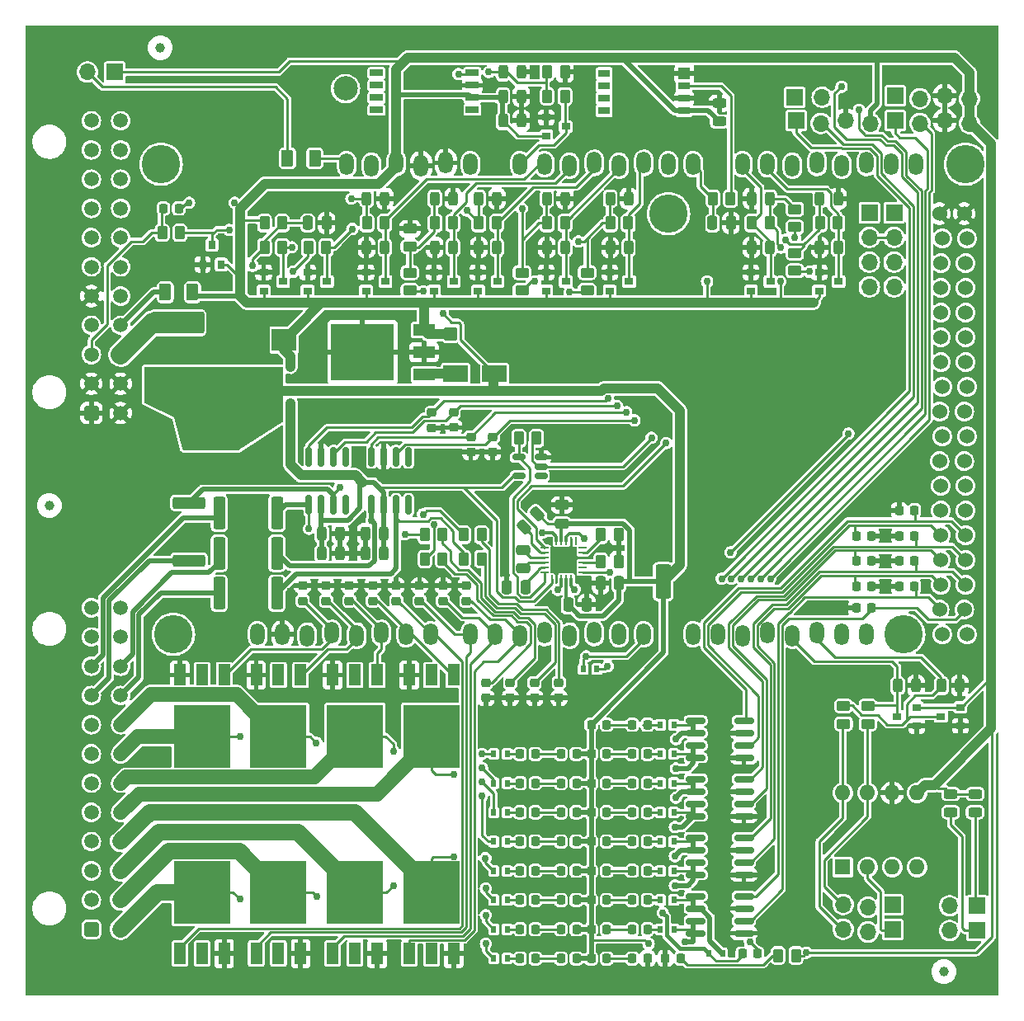
<source format=gtl>
G04 #@! TF.GenerationSoftware,KiCad,Pcbnew,7.0.7+dfsg-1*
G04 #@! TF.CreationDate,2024-05-02T13:52:24+03:00*
G04 #@! TF.ProjectId,UA4C-vC5,55413443-2d76-4433-952e-6b696361645f,C5*
G04 #@! TF.SameCoordinates,Original*
G04 #@! TF.FileFunction,Copper,L1,Top*
G04 #@! TF.FilePolarity,Positive*
%FSLAX46Y46*%
G04 Gerber Fmt 4.6, Leading zero omitted, Abs format (unit mm)*
G04 Created by KiCad (PCBNEW 7.0.7+dfsg-1) date 2024-05-02 13:52:24*
%MOMM*%
%LPD*%
G01*
G04 APERTURE LIST*
G04 Aperture macros list*
%AMRoundRect*
0 Rectangle with rounded corners*
0 $1 Rounding radius*
0 $2 $3 $4 $5 $6 $7 $8 $9 X,Y pos of 4 corners*
0 Add a 4 corners polygon primitive as box body*
4,1,4,$2,$3,$4,$5,$6,$7,$8,$9,$2,$3,0*
0 Add four circle primitives for the rounded corners*
1,1,$1+$1,$2,$3*
1,1,$1+$1,$4,$5*
1,1,$1+$1,$6,$7*
1,1,$1+$1,$8,$9*
0 Add four rect primitives between the rounded corners*
20,1,$1+$1,$2,$3,$4,$5,0*
20,1,$1+$1,$4,$5,$6,$7,0*
20,1,$1+$1,$6,$7,$8,$9,0*
20,1,$1+$1,$8,$9,$2,$3,0*%
G04 Aperture macros list end*
G04 #@! TA.AperFunction,SMDPad,CuDef*
%ADD10R,0.900000X0.800000*%
G04 #@! TD*
G04 #@! TA.AperFunction,SMDPad,CuDef*
%ADD11RoundRect,0.150000X-0.150000X0.825000X-0.150000X-0.825000X0.150000X-0.825000X0.150000X0.825000X0*%
G04 #@! TD*
G04 #@! TA.AperFunction,SMDPad,CuDef*
%ADD12RoundRect,0.218750X0.256250X-0.218750X0.256250X0.218750X-0.256250X0.218750X-0.256250X-0.218750X0*%
G04 #@! TD*
G04 #@! TA.AperFunction,SMDPad,CuDef*
%ADD13RoundRect,0.218750X-0.218750X-0.256250X0.218750X-0.256250X0.218750X0.256250X-0.218750X0.256250X0*%
G04 #@! TD*
G04 #@! TA.AperFunction,SMDPad,CuDef*
%ADD14RoundRect,0.218750X0.218750X0.256250X-0.218750X0.256250X-0.218750X-0.256250X0.218750X-0.256250X0*%
G04 #@! TD*
G04 #@! TA.AperFunction,SMDPad,CuDef*
%ADD15R,1.346200X0.685800*%
G04 #@! TD*
G04 #@! TA.AperFunction,ComponentPad*
%ADD16R,1.700000X1.700000*%
G04 #@! TD*
G04 #@! TA.AperFunction,ComponentPad*
%ADD17O,1.700000X1.700000*%
G04 #@! TD*
G04 #@! TA.AperFunction,SMDPad,CuDef*
%ADD18R,0.800000X0.900000*%
G04 #@! TD*
G04 #@! TA.AperFunction,ComponentPad*
%ADD19RoundRect,0.250001X0.499999X-0.499999X0.499999X0.499999X-0.499999X0.499999X-0.499999X-0.499999X0*%
G04 #@! TD*
G04 #@! TA.AperFunction,ComponentPad*
%ADD20C,1.500000*%
G04 #@! TD*
G04 #@! TA.AperFunction,ComponentPad*
%ADD21R,1.600000X1.600000*%
G04 #@! TD*
G04 #@! TA.AperFunction,ComponentPad*
%ADD22O,1.600000X1.600000*%
G04 #@! TD*
G04 #@! TA.AperFunction,SMDPad,CuDef*
%ADD23RoundRect,0.250000X1.425000X-0.362500X1.425000X0.362500X-1.425000X0.362500X-1.425000X-0.362500X0*%
G04 #@! TD*
G04 #@! TA.AperFunction,SMDPad,CuDef*
%ADD24RoundRect,0.250000X-0.362500X-1.425000X0.362500X-1.425000X0.362500X1.425000X-0.362500X1.425000X0*%
G04 #@! TD*
G04 #@! TA.AperFunction,ComponentPad*
%ADD25C,0.600000*%
G04 #@! TD*
G04 #@! TA.AperFunction,ComponentPad*
%ADD26C,2.499360*%
G04 #@! TD*
G04 #@! TA.AperFunction,SMDPad,CuDef*
%ADD27C,1.000000*%
G04 #@! TD*
G04 #@! TA.AperFunction,SMDPad,CuDef*
%ADD28RoundRect,0.150000X0.825000X0.150000X-0.825000X0.150000X-0.825000X-0.150000X0.825000X-0.150000X0*%
G04 #@! TD*
G04 #@! TA.AperFunction,SMDPad,CuDef*
%ADD29RoundRect,0.243750X-0.243750X-0.456250X0.243750X-0.456250X0.243750X0.456250X-0.243750X0.456250X0*%
G04 #@! TD*
G04 #@! TA.AperFunction,SMDPad,CuDef*
%ADD30RoundRect,0.243750X0.243750X0.456250X-0.243750X0.456250X-0.243750X-0.456250X0.243750X-0.456250X0*%
G04 #@! TD*
G04 #@! TA.AperFunction,SMDPad,CuDef*
%ADD31RoundRect,0.243750X-0.456250X0.243750X-0.456250X-0.243750X0.456250X-0.243750X0.456250X0.243750X0*%
G04 #@! TD*
G04 #@! TA.AperFunction,SMDPad,CuDef*
%ADD32RoundRect,0.250000X0.450000X-0.262500X0.450000X0.262500X-0.450000X0.262500X-0.450000X-0.262500X0*%
G04 #@! TD*
G04 #@! TA.AperFunction,SMDPad,CuDef*
%ADD33RoundRect,0.250000X-0.262500X-0.450000X0.262500X-0.450000X0.262500X0.450000X-0.262500X0.450000X0*%
G04 #@! TD*
G04 #@! TA.AperFunction,SMDPad,CuDef*
%ADD34RoundRect,0.250000X-0.450000X0.262500X-0.450000X-0.262500X0.450000X-0.262500X0.450000X0.262500X0*%
G04 #@! TD*
G04 #@! TA.AperFunction,SMDPad,CuDef*
%ADD35RoundRect,0.250000X0.262500X0.450000X-0.262500X0.450000X-0.262500X-0.450000X0.262500X-0.450000X0*%
G04 #@! TD*
G04 #@! TA.AperFunction,SMDPad,CuDef*
%ADD36RoundRect,0.218750X-0.256250X0.218750X-0.256250X-0.218750X0.256250X-0.218750X0.256250X0.218750X0*%
G04 #@! TD*
G04 #@! TA.AperFunction,SMDPad,CuDef*
%ADD37R,0.600000X0.700000*%
G04 #@! TD*
G04 #@! TA.AperFunction,SMDPad,CuDef*
%ADD38R,1.200000X2.200000*%
G04 #@! TD*
G04 #@! TA.AperFunction,SMDPad,CuDef*
%ADD39R,5.800000X6.400000*%
G04 #@! TD*
G04 #@! TA.AperFunction,SMDPad,CuDef*
%ADD40RoundRect,0.250000X-0.375000X-0.625000X0.375000X-0.625000X0.375000X0.625000X-0.375000X0.625000X0*%
G04 #@! TD*
G04 #@! TA.AperFunction,SMDPad,CuDef*
%ADD41RoundRect,0.250000X-0.250000X-0.475000X0.250000X-0.475000X0.250000X0.475000X-0.250000X0.475000X0*%
G04 #@! TD*
G04 #@! TA.AperFunction,SMDPad,CuDef*
%ADD42RoundRect,0.250000X0.250000X0.475000X-0.250000X0.475000X-0.250000X-0.475000X0.250000X-0.475000X0*%
G04 #@! TD*
G04 #@! TA.AperFunction,SMDPad,CuDef*
%ADD43RoundRect,0.250000X0.550000X-1.500000X0.550000X1.500000X-0.550000X1.500000X-0.550000X-1.500000X0*%
G04 #@! TD*
G04 #@! TA.AperFunction,SMDPad,CuDef*
%ADD44RoundRect,0.250000X-0.475000X0.250000X-0.475000X-0.250000X0.475000X-0.250000X0.475000X0.250000X0*%
G04 #@! TD*
G04 #@! TA.AperFunction,SMDPad,CuDef*
%ADD45RoundRect,0.250000X0.475000X-0.250000X0.475000X0.250000X-0.475000X0.250000X-0.475000X-0.250000X0*%
G04 #@! TD*
G04 #@! TA.AperFunction,SMDPad,CuDef*
%ADD46RoundRect,0.250000X-0.159099X0.512652X-0.512652X0.159099X0.159099X-0.512652X0.512652X-0.159099X0*%
G04 #@! TD*
G04 #@! TA.AperFunction,SMDPad,CuDef*
%ADD47R,1.200000X0.800000*%
G04 #@! TD*
G04 #@! TA.AperFunction,SMDPad,CuDef*
%ADD48R,1.200000X1.200000*%
G04 #@! TD*
G04 #@! TA.AperFunction,SMDPad,CuDef*
%ADD49RoundRect,0.250000X2.425000X-0.887500X2.425000X0.887500X-2.425000X0.887500X-2.425000X-0.887500X0*%
G04 #@! TD*
G04 #@! TA.AperFunction,SMDPad,CuDef*
%ADD50R,2.500000X1.800000*%
G04 #@! TD*
G04 #@! TA.AperFunction,SMDPad,CuDef*
%ADD51R,2.500000X2.300000*%
G04 #@! TD*
G04 #@! TA.AperFunction,SMDPad,CuDef*
%ADD52R,2.200000X1.200000*%
G04 #@! TD*
G04 #@! TA.AperFunction,SMDPad,CuDef*
%ADD53R,6.400000X5.800000*%
G04 #@! TD*
G04 #@! TA.AperFunction,SMDPad,CuDef*
%ADD54RoundRect,0.250000X-0.450000X-0.425000X0.450000X-0.425000X0.450000X0.425000X-0.450000X0.425000X0*%
G04 #@! TD*
G04 #@! TA.AperFunction,ComponentPad*
%ADD55C,0.500000*%
G04 #@! TD*
G04 #@! TA.AperFunction,SMDPad,CuDef*
%ADD56RoundRect,0.062500X0.350000X0.062500X-0.350000X0.062500X-0.350000X-0.062500X0.350000X-0.062500X0*%
G04 #@! TD*
G04 #@! TA.AperFunction,SMDPad,CuDef*
%ADD57RoundRect,0.062500X0.062500X0.350000X-0.062500X0.350000X-0.062500X-0.350000X0.062500X-0.350000X0*%
G04 #@! TD*
G04 #@! TA.AperFunction,SMDPad,CuDef*
%ADD58R,2.700000X2.700000*%
G04 #@! TD*
G04 #@! TA.AperFunction,SMDPad,CuDef*
%ADD59RoundRect,0.250000X-1.500000X-0.550000X1.500000X-0.550000X1.500000X0.550000X-1.500000X0.550000X0*%
G04 #@! TD*
G04 #@! TA.AperFunction,SMDPad,CuDef*
%ADD60RoundRect,0.150000X0.512500X0.150000X-0.512500X0.150000X-0.512500X-0.150000X0.512500X-0.150000X0*%
G04 #@! TD*
G04 #@! TA.AperFunction,ComponentPad*
%ADD61C,3.937000*%
G04 #@! TD*
G04 #@! TA.AperFunction,ComponentPad*
%ADD62O,1.500000X2.250000*%
G04 #@! TD*
G04 #@! TA.AperFunction,ComponentPad*
%ADD63C,1.524000*%
G04 #@! TD*
G04 #@! TA.AperFunction,ViaPad*
%ADD64C,0.762000*%
G04 #@! TD*
G04 #@! TA.AperFunction,Conductor*
%ADD65C,1.000000*%
G04 #@! TD*
G04 #@! TA.AperFunction,Conductor*
%ADD66C,0.250000*%
G04 #@! TD*
G04 #@! TA.AperFunction,Conductor*
%ADD67C,0.500000*%
G04 #@! TD*
G04 #@! TA.AperFunction,Conductor*
%ADD68C,0.300000*%
G04 #@! TD*
G04 #@! TA.AperFunction,Conductor*
%ADD69C,0.400000*%
G04 #@! TD*
G04 #@! TA.AperFunction,Conductor*
%ADD70C,1.700000*%
G04 #@! TD*
G04 #@! TA.AperFunction,Conductor*
%ADD71C,1.500000*%
G04 #@! TD*
G04 #@! TA.AperFunction,Conductor*
%ADD72C,2.000000*%
G04 #@! TD*
G04 APERTURE END LIST*
D10*
X171500000Y-88550000D03*
X171500000Y-90450000D03*
X173500000Y-89500000D03*
X164500000Y-88550000D03*
X164500000Y-90450000D03*
X166500000Y-89500000D03*
X136500000Y-88550000D03*
X136500000Y-90450000D03*
X138500000Y-89500000D03*
X143500000Y-88550000D03*
X143500000Y-90450000D03*
X145500000Y-89500000D03*
X150000000Y-88550000D03*
X150000000Y-90450000D03*
X152000000Y-89500000D03*
D11*
X122955000Y-107500000D03*
X121685000Y-107500000D03*
X120415000Y-107500000D03*
X119145000Y-107500000D03*
X119145000Y-112450000D03*
X120415000Y-112450000D03*
X121685000Y-112450000D03*
X122955000Y-112450000D03*
X129360000Y-107500000D03*
X128090000Y-107500000D03*
X126820000Y-107500000D03*
X125550000Y-107500000D03*
X125550000Y-112450000D03*
X126820000Y-112450000D03*
X128090000Y-112450000D03*
X129360000Y-112450000D03*
D12*
X137300000Y-132262500D03*
X137300000Y-130687500D03*
X139800000Y-132262500D03*
X139800000Y-130687500D03*
X142300000Y-132262500D03*
X142300000Y-130687500D03*
X144800000Y-132262500D03*
X144800000Y-130687500D03*
D13*
X140812500Y-159000000D03*
X142387500Y-159000000D03*
D14*
X153887500Y-141000000D03*
X152312500Y-141000000D03*
D15*
X135914900Y-71905000D03*
X135914900Y-70635000D03*
X135914900Y-69365000D03*
X135914900Y-68095000D03*
X126085100Y-68095000D03*
X126085100Y-69365000D03*
X126085100Y-70635000D03*
X126085100Y-71905000D03*
D16*
X179295000Y-70450000D03*
D17*
X181835000Y-70730000D03*
X184375000Y-70450000D03*
X186915000Y-70730000D03*
D16*
X169135000Y-72990000D03*
D17*
X171675000Y-73270000D03*
X174215000Y-72990000D03*
X176755000Y-73270000D03*
D16*
X176650000Y-82435000D03*
D17*
X176650000Y-84975000D03*
X176650000Y-87515000D03*
X176650000Y-90055000D03*
D16*
X179190000Y-82435000D03*
D17*
X179190000Y-84975000D03*
X179190000Y-87515000D03*
X179190000Y-90055000D03*
D10*
X125000000Y-88550000D03*
X125000000Y-90450000D03*
X127000000Y-89500000D03*
X114500000Y-88550000D03*
X114500000Y-90450000D03*
X116500000Y-89500000D03*
D16*
X179295000Y-72990000D03*
D17*
X181835000Y-73270000D03*
X184375000Y-72990000D03*
X186915000Y-73270000D03*
D13*
X140812500Y-147000000D03*
X142387500Y-147000000D03*
X140812500Y-156000000D03*
X142387500Y-156000000D03*
D10*
X132000000Y-88550000D03*
X132000000Y-90450000D03*
X134000000Y-89500000D03*
D18*
X108250000Y-87750000D03*
X110150000Y-87750000D03*
X109200000Y-85750000D03*
D10*
X186000000Y-135110000D03*
X186000000Y-133210000D03*
X184000000Y-134160000D03*
X181500000Y-135120000D03*
X181500000Y-133220000D03*
X179500000Y-134170000D03*
D13*
X140812500Y-144000000D03*
X142387500Y-144000000D03*
D14*
X153887500Y-156000000D03*
X152312500Y-156000000D03*
D13*
X140812500Y-153000000D03*
X142387500Y-153000000D03*
X140812500Y-141000000D03*
X142387500Y-141000000D03*
D14*
X153887500Y-153000000D03*
X152312500Y-153000000D03*
D13*
X140812500Y-150000000D03*
X142387500Y-150000000D03*
X140812500Y-138000000D03*
X142387500Y-138000000D03*
D14*
X153887500Y-150000000D03*
X152312500Y-150000000D03*
X153887500Y-159000000D03*
X152312500Y-159000000D03*
D19*
X96825000Y-103000000D03*
D20*
X96825000Y-100000000D03*
X96825000Y-97000000D03*
X96825000Y-94000000D03*
X96825000Y-91000000D03*
X96825000Y-88000000D03*
X96825000Y-85000000D03*
X96825000Y-82000000D03*
X96825000Y-79000000D03*
X96825000Y-76000000D03*
X96825000Y-73000000D03*
X99825000Y-103000000D03*
X99825000Y-100000000D03*
X99825000Y-97000000D03*
X99825000Y-94000000D03*
X99825000Y-91000000D03*
X99825000Y-88000000D03*
X99825000Y-85000000D03*
X99825000Y-82000000D03*
X99825000Y-79000000D03*
X99825000Y-76000000D03*
X99825000Y-73000000D03*
D16*
X168995000Y-70590000D03*
D17*
X171815000Y-70590000D03*
D21*
X173920000Y-149620000D03*
D22*
X176460000Y-149620000D03*
X179000000Y-149620000D03*
X181540000Y-149620000D03*
X181540000Y-142000000D03*
X179000000Y-142000000D03*
X176460000Y-142000000D03*
X173920000Y-142000000D03*
D23*
X106850000Y-118162500D03*
X106850000Y-112237500D03*
D24*
X109937500Y-113300000D03*
X115862500Y-113300000D03*
X109937500Y-117400000D03*
X115862500Y-117400000D03*
D25*
X126750000Y-109500000D03*
X116200000Y-93050000D03*
X172650000Y-104750000D03*
X135750000Y-103500000D03*
X113250000Y-89500000D03*
X110250000Y-89500000D03*
X109750000Y-97350000D03*
X121450000Y-81700000D03*
X117250000Y-81750000D03*
X108650000Y-78550000D03*
X130250000Y-82000000D03*
X128000000Y-88400000D03*
X147500000Y-75250000D03*
X150250000Y-75250000D03*
X152750000Y-75250000D03*
X161000000Y-78500000D03*
X157500000Y-79500000D03*
X159250000Y-88000000D03*
X153500000Y-88000000D03*
X148750000Y-87250000D03*
X146950000Y-80650000D03*
X148000000Y-83000000D03*
X151000000Y-82250000D03*
X172650000Y-87450000D03*
X159250000Y-100400000D03*
X182750000Y-131000000D03*
X182750000Y-136750000D03*
X103050000Y-129900000D03*
X103050000Y-128900000D03*
X103050000Y-127900000D03*
X126700000Y-132050000D03*
X159350000Y-132900000D03*
X154150000Y-132900000D03*
X119650000Y-132050000D03*
X131400000Y-132050000D03*
X117300000Y-132050000D03*
X158050000Y-132900000D03*
X155800000Y-68050000D03*
X164950000Y-68000000D03*
X142250000Y-68000000D03*
X137750000Y-69250000D03*
X142250000Y-70500000D03*
X135000000Y-88400000D03*
X155850000Y-104800000D03*
X103050000Y-70500000D03*
X101500000Y-84000000D03*
X107250000Y-83250000D03*
X122000000Y-132050000D03*
X124350000Y-132050000D03*
X133750000Y-132050000D03*
X129050000Y-132050000D03*
X114950000Y-132050000D03*
X156750000Y-132900000D03*
X155450000Y-132900000D03*
X173750000Y-129500000D03*
X187500000Y-65000000D03*
X167500000Y-65000000D03*
X147500000Y-65000000D03*
X127500000Y-65000000D03*
X92500000Y-65000000D03*
X92500000Y-161250000D03*
X102500000Y-161250000D03*
X112500000Y-161250000D03*
X122500000Y-161250000D03*
X132500000Y-161250000D03*
X142500000Y-161250000D03*
X152500000Y-161250000D03*
X162500000Y-161250000D03*
X172000000Y-161250000D03*
X182000000Y-161250000D03*
X188750000Y-161250000D03*
X176500000Y-113000000D03*
X178600000Y-109900000D03*
X178300000Y-115600000D03*
X178300000Y-120800000D03*
X178300000Y-118200000D03*
X149700000Y-122100000D03*
X162900000Y-104900000D03*
X170250000Y-108250000D03*
X153100000Y-116900000D03*
X177200000Y-100150000D03*
X171600000Y-94150000D03*
X144300000Y-105350000D03*
X178400000Y-95600000D03*
X135300000Y-92900000D03*
X118750000Y-104750000D03*
X109750000Y-93650000D03*
X123650000Y-116400000D03*
X111600000Y-107550000D03*
X116150000Y-109750000D03*
X138200000Y-96300000D03*
D16*
X179040000Y-155999534D03*
D17*
X176500000Y-156279534D03*
X173960000Y-155999534D03*
D16*
X187701482Y-156129988D03*
D17*
X184881482Y-156129988D03*
D25*
X180000000Y-146000000D03*
X173400000Y-146300000D03*
X169400000Y-129500000D03*
X92500000Y-150000000D03*
X92500000Y-145000000D03*
X92500000Y-140000000D03*
X92500000Y-135000000D03*
X92500000Y-130000000D03*
X92500000Y-98000000D03*
X92500000Y-92500000D03*
X92500000Y-87000000D03*
X92500000Y-83000000D03*
X127700000Y-109500000D03*
X124250000Y-105250000D03*
X122750000Y-105250000D03*
X115000000Y-107000000D03*
X124250000Y-107850000D03*
X132000000Y-108000000D03*
X178000000Y-129450000D03*
X161300000Y-116900000D03*
X100000000Y-115000000D03*
D16*
X99240000Y-68000000D03*
D17*
X96420000Y-68000000D03*
D25*
X139500000Y-87500000D03*
D26*
X122900000Y-69700000D03*
D10*
X119000000Y-88550000D03*
X119000000Y-90450000D03*
X121000000Y-89500000D03*
D25*
X170700000Y-123000000D03*
X104500000Y-72700000D03*
X92500000Y-78000000D03*
D27*
X184300000Y-160350000D03*
X92500000Y-112500000D03*
X103900000Y-65500000D03*
D28*
X163775000Y-150405000D03*
X163775000Y-149135000D03*
X163775000Y-147865000D03*
X163775000Y-146595000D03*
X158825000Y-146595000D03*
X158825000Y-147865000D03*
X158825000Y-149135000D03*
X158825000Y-150405000D03*
D25*
X160650000Y-132900000D03*
D28*
X163775000Y-144405000D03*
X163775000Y-143135000D03*
X163775000Y-141865000D03*
X163775000Y-140595000D03*
X158825000Y-140595000D03*
X158825000Y-141865000D03*
X158825000Y-143135000D03*
X158825000Y-144405000D03*
D13*
X175312500Y-123000000D03*
X176887500Y-123000000D03*
X179712500Y-120800000D03*
X181287500Y-120800000D03*
X179712500Y-118200000D03*
X181287500Y-118200000D03*
X179712500Y-113000000D03*
X181287500Y-113000000D03*
D14*
X176887500Y-115600000D03*
X175312500Y-115600000D03*
X176887500Y-120800000D03*
X175312500Y-120800000D03*
D29*
X132062500Y-81000000D03*
X133937500Y-81000000D03*
D30*
X133937500Y-86000000D03*
X132062500Y-86000000D03*
D29*
X125062500Y-81000000D03*
X126937500Y-81000000D03*
D30*
X126937500Y-86000000D03*
X125062500Y-86000000D03*
D31*
X161250000Y-71200000D03*
X161250000Y-73075000D03*
D29*
X171562500Y-81000000D03*
X173437500Y-81000000D03*
D30*
X166437500Y-81000000D03*
X164562500Y-81000000D03*
X166437500Y-86000000D03*
X164562500Y-86000000D03*
X173437500Y-86000000D03*
X171562500Y-86000000D03*
D29*
X136562500Y-81000000D03*
X138437500Y-81000000D03*
D30*
X138437500Y-86000000D03*
X136562500Y-86000000D03*
D29*
X139062500Y-70500000D03*
X140937500Y-70500000D03*
X139062500Y-73000000D03*
X140937500Y-73000000D03*
X143562500Y-81000000D03*
X145437500Y-81000000D03*
D30*
X145437500Y-86000000D03*
X143562500Y-86000000D03*
X140937500Y-68000000D03*
X139062500Y-68000000D03*
D29*
X150062500Y-81000000D03*
X151937500Y-81000000D03*
D30*
X151937500Y-86000000D03*
X150062500Y-86000000D03*
X122337500Y-115400000D03*
X120462500Y-115400000D03*
X122337500Y-117450000D03*
X120462500Y-117450000D03*
D29*
X124962500Y-115400000D03*
X126837500Y-115400000D03*
D30*
X185937500Y-131000000D03*
X184062500Y-131000000D03*
D29*
X179562500Y-131000000D03*
X181437500Y-131000000D03*
D32*
X129500000Y-90412500D03*
X129500000Y-88587500D03*
X129500000Y-85912500D03*
X129500000Y-84087500D03*
D33*
X132087500Y-83500000D03*
X133912500Y-83500000D03*
X125087500Y-83500000D03*
X126912500Y-83500000D03*
D34*
X169000000Y-82087500D03*
X169000000Y-83912500D03*
X169000000Y-86587500D03*
X169000000Y-88412500D03*
D33*
X171587500Y-83500000D03*
X173412500Y-83500000D03*
D35*
X166412500Y-83500000D03*
X164587500Y-83500000D03*
D33*
X114587500Y-83500000D03*
X116412500Y-83500000D03*
X136587500Y-83500000D03*
X138412500Y-83500000D03*
D32*
X141000000Y-90412500D03*
X141000000Y-88587500D03*
D33*
X143587500Y-83500000D03*
X145412500Y-83500000D03*
D35*
X145412500Y-70500000D03*
X143587500Y-70500000D03*
X145412500Y-68000000D03*
X143587500Y-68000000D03*
D32*
X147700000Y-90412500D03*
X147700000Y-88587500D03*
D33*
X150087500Y-83500000D03*
X151912500Y-83500000D03*
X131037500Y-118000000D03*
X132862500Y-118000000D03*
D36*
X134000000Y-102925000D03*
X134000000Y-104500000D03*
D12*
X131750000Y-104537500D03*
X131750000Y-102962500D03*
D33*
X131037500Y-115500000D03*
X132862500Y-115500000D03*
D36*
X138000000Y-105462500D03*
X138000000Y-107037500D03*
D12*
X135750000Y-107037500D03*
X135750000Y-105462500D03*
D33*
X135037500Y-115500000D03*
X136862500Y-115500000D03*
X114587500Y-86000000D03*
X116412500Y-86000000D03*
X104087500Y-84500000D03*
X105912500Y-84500000D03*
D36*
X128100000Y-120712500D03*
X128100000Y-122287500D03*
X125700000Y-120712500D03*
X125700000Y-122287500D03*
X130500000Y-120712500D03*
X130500000Y-122287500D03*
X123300000Y-120712500D03*
X123300000Y-122287500D03*
D14*
X176887500Y-118200000D03*
X175312500Y-118200000D03*
D36*
X132900000Y-120712500D03*
X132900000Y-122287500D03*
X118500000Y-120712500D03*
X118500000Y-122287500D03*
X135300000Y-120712500D03*
X135300000Y-122287500D03*
X120900000Y-120712500D03*
X120900000Y-122287500D03*
D32*
X176500000Y-134912500D03*
X176500000Y-133087500D03*
D33*
X119087500Y-86000000D03*
X120912500Y-86000000D03*
D28*
X163775000Y-156405000D03*
X163775000Y-155135000D03*
X163775000Y-153865000D03*
X163775000Y-152595000D03*
X158825000Y-152595000D03*
X158825000Y-153865000D03*
X158825000Y-155135000D03*
X158825000Y-156405000D03*
D33*
X160587500Y-81000000D03*
X162412500Y-81000000D03*
D14*
X153887500Y-147000000D03*
X152312500Y-147000000D03*
D28*
X163775000Y-138405000D03*
X163775000Y-137135000D03*
X163775000Y-135865000D03*
X163775000Y-134595000D03*
X158825000Y-134595000D03*
X158825000Y-135865000D03*
X158825000Y-137135000D03*
X158825000Y-138405000D03*
D14*
X153887500Y-135000000D03*
X152312500Y-135000000D03*
X153887500Y-138000000D03*
X152312500Y-138000000D03*
X153887500Y-144000000D03*
X152312500Y-144000000D03*
D13*
X104212500Y-82000000D03*
X105787500Y-82000000D03*
D14*
X149687500Y-144000000D03*
X148112500Y-144000000D03*
X149687500Y-141000000D03*
X148112500Y-141000000D03*
X149687500Y-138000000D03*
X148112500Y-138000000D03*
X149687500Y-135000000D03*
X148112500Y-135000000D03*
D13*
X145012500Y-159000000D03*
X146587500Y-159000000D03*
X145012500Y-147000000D03*
X146587500Y-147000000D03*
X145012500Y-156000000D03*
X146587500Y-156000000D03*
X145012500Y-144000000D03*
X146587500Y-144000000D03*
X145012500Y-153000000D03*
X146587500Y-153000000D03*
X145012500Y-141000000D03*
X146587500Y-141000000D03*
X145012500Y-150000000D03*
X146587500Y-150000000D03*
X145012500Y-138000000D03*
X146587500Y-138000000D03*
D14*
X149687500Y-159000000D03*
X148112500Y-159000000D03*
X149687500Y-156000000D03*
X148112500Y-156000000D03*
D13*
X163612500Y-158500000D03*
X165187500Y-158500000D03*
D14*
X149687500Y-153000000D03*
X148112500Y-153000000D03*
X149687500Y-150000000D03*
X148112500Y-150000000D03*
X149687500Y-147000000D03*
X148112500Y-147000000D03*
D31*
X185000000Y-142107418D03*
X185000000Y-143982418D03*
X187500000Y-142107418D03*
X187500000Y-143982418D03*
D37*
X148700000Y-129300000D03*
X147300000Y-129300000D03*
D13*
X155712500Y-159000000D03*
X157287500Y-159000000D03*
D35*
X169112500Y-158700000D03*
X167287500Y-158700000D03*
D37*
X156600000Y-144000000D03*
X155200000Y-144000000D03*
X156600000Y-141000000D03*
X155200000Y-141000000D03*
X156600000Y-138000000D03*
X155200000Y-138000000D03*
X138100000Y-159000000D03*
X139500000Y-159000000D03*
X138100000Y-147000000D03*
X139500000Y-147000000D03*
X138100000Y-156000000D03*
X139500000Y-156000000D03*
X138100000Y-144000000D03*
X139500000Y-144000000D03*
X156600000Y-135000000D03*
X155200000Y-135000000D03*
X138100000Y-153000000D03*
X139500000Y-153000000D03*
X138100000Y-141000000D03*
X139500000Y-141000000D03*
X156600000Y-156000000D03*
X155200000Y-156000000D03*
X138100000Y-150000000D03*
X139500000Y-150000000D03*
X138100000Y-138000000D03*
X139500000Y-138000000D03*
X156600000Y-153000000D03*
X155200000Y-153000000D03*
X156600000Y-150000000D03*
X155200000Y-150000000D03*
X161600000Y-158500000D03*
X160200000Y-158500000D03*
X156600000Y-147000000D03*
X155200000Y-147000000D03*
D38*
X134000000Y-129900000D03*
D39*
X131720000Y-136200000D03*
D38*
X131720000Y-129900000D03*
X129440000Y-129900000D03*
X126150000Y-129900000D03*
X123870000Y-129900000D03*
D39*
X123870000Y-136200000D03*
D38*
X121590000Y-129900000D03*
X110450000Y-129900000D03*
D39*
X108170000Y-136200000D03*
D38*
X108170000Y-129900000D03*
X105890000Y-129900000D03*
X118300000Y-129900000D03*
X116020000Y-129900000D03*
D39*
X116020000Y-136200000D03*
D38*
X113740000Y-129900000D03*
X105890000Y-158500000D03*
D39*
X108170000Y-152200000D03*
D38*
X108170000Y-158500000D03*
X110450000Y-158500000D03*
X113740000Y-158500000D03*
D39*
X116020000Y-152200000D03*
D38*
X116020000Y-158500000D03*
X118300000Y-158500000D03*
X121590000Y-158500000D03*
D39*
X123870000Y-152200000D03*
D38*
X123870000Y-158500000D03*
X126150000Y-158500000D03*
X129440000Y-158500000D03*
D39*
X131720000Y-152200000D03*
D38*
X131720000Y-158500000D03*
X134000000Y-158500000D03*
D13*
X179712500Y-115600000D03*
X181287500Y-115600000D03*
D25*
X137300000Y-134900000D03*
X146500000Y-134900000D03*
X187500000Y-139400000D03*
D40*
X116950000Y-76850000D03*
X119750000Y-76850000D03*
D25*
X112900000Y-78600000D03*
D19*
X96825000Y-156000000D03*
D20*
X96825000Y-153000000D03*
X96825000Y-150000000D03*
X96825000Y-147000000D03*
X96825000Y-144000000D03*
X96825000Y-141000000D03*
X96825000Y-138000000D03*
X96825000Y-135000000D03*
X96825000Y-132000000D03*
X96825000Y-129000000D03*
X96825000Y-126000000D03*
X96825000Y-123000000D03*
X99825000Y-156000000D03*
X99825000Y-153000000D03*
X99825000Y-150000000D03*
X99825000Y-147000000D03*
X99825000Y-144000000D03*
X99825000Y-141000000D03*
X99825000Y-138000000D03*
X99825000Y-135000000D03*
X99825000Y-132000000D03*
X99825000Y-129000000D03*
X99825000Y-126000000D03*
X99825000Y-123000000D03*
D16*
X179040000Y-153459534D03*
D17*
X176500000Y-153739534D03*
X173960000Y-153459534D03*
D16*
X187701482Y-153589988D03*
D17*
X184881482Y-153589988D03*
D25*
X107450000Y-86050000D03*
X108250000Y-65000000D03*
X139500000Y-75350000D03*
X116200000Y-65000000D03*
X119800000Y-72650000D03*
X102550000Y-68750000D03*
X115000000Y-70450000D03*
X182350000Y-155800000D03*
D10*
X143500000Y-72650000D03*
X143500000Y-74550000D03*
X145500000Y-73600000D03*
D25*
X113300000Y-84000000D03*
X129500000Y-68500000D03*
X141800000Y-83200000D03*
D41*
X145750000Y-122700000D03*
X147650000Y-122700000D03*
D42*
X150950000Y-120500000D03*
X149050000Y-120500000D03*
D43*
X155500000Y-120300000D03*
X155500000Y-114700000D03*
D44*
X141100000Y-117050000D03*
X141100000Y-118950000D03*
D45*
X145100000Y-114350000D03*
X145100000Y-112450000D03*
D42*
X141350000Y-120900000D03*
X139450000Y-120900000D03*
D35*
X150912500Y-115500000D03*
X149087500Y-115500000D03*
D25*
X117200000Y-121200000D03*
X129250000Y-118550000D03*
X134000000Y-112300000D03*
D33*
X135037500Y-118000000D03*
X136862500Y-118000000D03*
D46*
X142571751Y-113328249D03*
X141228249Y-114671751D03*
D35*
X150912500Y-118250000D03*
X149087500Y-118250000D03*
D25*
X143100000Y-111450000D03*
X139200000Y-119000000D03*
X111450000Y-121200000D03*
X149500000Y-116900000D03*
D24*
X109937500Y-121500000D03*
X115862500Y-121500000D03*
D29*
X124962500Y-117450000D03*
X126837500Y-117450000D03*
D32*
X174000000Y-134912500D03*
X174000000Y-133087500D03*
D25*
X152850000Y-121650000D03*
X147100000Y-124750000D03*
X118850000Y-116500000D03*
X112900000Y-112200000D03*
X104750000Y-116850000D03*
D42*
X162450000Y-83500000D03*
X160550000Y-83500000D03*
D47*
X149450000Y-68145000D03*
X149450000Y-69415000D03*
X149450000Y-70685000D03*
X149450000Y-71955000D03*
X157650000Y-71955000D03*
X157650000Y-70685000D03*
X157650000Y-69415000D03*
D48*
X157650000Y-68145000D03*
D41*
X119050000Y-83500000D03*
X120950000Y-83500000D03*
D49*
X105700000Y-100562500D03*
X105700000Y-93737500D03*
D25*
X99050000Y-106850000D03*
X100900000Y-106600000D03*
X99050000Y-105650000D03*
X101300000Y-109150000D03*
D40*
X104400000Y-90600000D03*
X107200000Y-90600000D03*
D50*
X134200000Y-99000000D03*
X138200000Y-99000000D03*
D51*
X116600000Y-95500000D03*
X112300000Y-95500000D03*
D52*
X130950000Y-99030000D03*
X130950000Y-96750000D03*
D53*
X124650000Y-96750000D03*
D52*
X130950000Y-94470000D03*
D54*
X133650000Y-94900000D03*
X136350000Y-94900000D03*
D55*
X122000000Y-94500000D03*
X124750000Y-94500000D03*
X127250000Y-94500000D03*
X122000000Y-96750000D03*
X124750000Y-96750000D03*
X127250000Y-96750000D03*
X122000000Y-99000000D03*
X124750000Y-99000000D03*
X127250000Y-99000000D03*
D25*
X175200000Y-79600000D03*
X143800000Y-94050000D03*
X151300000Y-98050000D03*
X118550000Y-99050000D03*
X113300000Y-86050000D03*
X130000000Y-102200000D03*
X138150000Y-111600000D03*
X149250000Y-111750000D03*
X155500000Y-111550000D03*
D56*
X147262500Y-119350000D03*
X147262500Y-118850000D03*
X147262500Y-118350000D03*
X147262500Y-117850000D03*
X147262500Y-117350000D03*
X147262500Y-116850000D03*
D57*
X146550000Y-116137500D03*
X146050000Y-116137500D03*
X145550000Y-116137500D03*
X145050000Y-116137500D03*
X144550000Y-116137500D03*
X144050000Y-116137500D03*
D56*
X143337500Y-116850000D03*
X143337500Y-117350000D03*
X143337500Y-117850000D03*
X143337500Y-118350000D03*
X143337500Y-118850000D03*
X143337500Y-119350000D03*
D57*
X144050000Y-120062500D03*
X144550000Y-120062500D03*
X145050000Y-120062500D03*
X145550000Y-120062500D03*
X146050000Y-120062500D03*
X146550000Y-120062500D03*
D55*
X144200000Y-118100000D03*
D58*
X145300000Y-118100000D03*
D55*
X145300000Y-118100000D03*
X146400000Y-118100000D03*
X144200000Y-119200000D03*
X144200000Y-117000000D03*
X145300000Y-117000000D03*
X145300000Y-119200000D03*
X146400000Y-119200000D03*
X146400000Y-117000000D03*
D51*
X107850000Y-104900000D03*
X103550000Y-104900000D03*
D59*
X114450000Y-102500000D03*
X120050000Y-102500000D03*
D25*
X119850000Y-68250000D03*
X124350000Y-75950000D03*
X121350000Y-78000000D03*
X144700000Y-109500000D03*
X141500000Y-99400000D03*
D35*
X142512500Y-105600000D03*
X140687500Y-105600000D03*
D60*
X142957500Y-109450000D03*
X142957500Y-108500000D03*
X142957500Y-107550000D03*
X140682500Y-107550000D03*
X140682500Y-109450000D03*
D61*
X103980000Y-77465000D03*
X105250000Y-125725000D03*
X156050000Y-82545000D03*
X186530000Y-77465000D03*
X180180000Y-125725000D03*
D62*
X153510000Y-125725000D03*
X150970000Y-125725000D03*
X148430000Y-125585000D03*
X145890000Y-125865000D03*
X125570000Y-77605000D03*
X143350000Y-125585000D03*
X140810000Y-125865000D03*
X128110000Y-77325000D03*
D63*
X184130000Y-125725000D03*
X186670000Y-125725000D03*
D62*
X138270000Y-125725000D03*
X135730000Y-125725000D03*
X131666000Y-125725000D03*
X129126000Y-125725000D03*
X126586000Y-125585000D03*
X124046000Y-125865000D03*
X121506000Y-125585000D03*
X118966000Y-125865000D03*
X158590000Y-125725000D03*
X161130000Y-125725000D03*
X163670000Y-125865000D03*
X166210000Y-125585000D03*
X168750000Y-125865000D03*
X171290000Y-125585000D03*
X173830000Y-125725000D03*
X176370000Y-125725000D03*
D63*
X183850000Y-123185000D03*
X186390000Y-123185000D03*
X183990000Y-120645000D03*
X186530000Y-120645000D03*
X183990000Y-118105000D03*
X186530000Y-118105000D03*
X183990000Y-115565000D03*
X186530000Y-115565000D03*
X183990000Y-113025000D03*
X186530000Y-113025000D03*
X183990000Y-110485000D03*
X186530000Y-110485000D03*
X183850000Y-107945000D03*
X186390000Y-107945000D03*
X184130000Y-105405000D03*
X186670000Y-105405000D03*
X183850000Y-102865000D03*
X186390000Y-102865000D03*
X184130000Y-100325000D03*
X186670000Y-100325000D03*
X183990000Y-97785000D03*
X186530000Y-97785000D03*
X183990000Y-95245000D03*
X186530000Y-95245000D03*
X183990000Y-92705000D03*
X186530000Y-92705000D03*
X183990000Y-90165000D03*
X186530000Y-90165000D03*
X183990000Y-87625000D03*
X186530000Y-87625000D03*
X184130000Y-85085000D03*
X186670000Y-85085000D03*
D62*
X140810000Y-77465000D03*
X143350000Y-77465000D03*
X145890000Y-77605000D03*
X148430000Y-77325000D03*
X150970000Y-77605000D03*
X153510000Y-77325000D03*
X156050000Y-77465000D03*
X158590000Y-77465000D03*
X163670000Y-77465000D03*
X166210000Y-77465000D03*
X168750000Y-77605000D03*
X171290000Y-77325000D03*
X173830000Y-77605000D03*
X176370000Y-77325000D03*
X178910000Y-77465000D03*
X181450000Y-77465000D03*
X113886000Y-125725000D03*
X130650000Y-77605000D03*
X133190000Y-77325000D03*
X116426000Y-125725000D03*
D63*
X183850000Y-82545000D03*
X186390000Y-82545000D03*
D62*
X123030000Y-77465000D03*
X135730000Y-77465000D03*
D64*
X117250000Y-102000000D03*
X170200000Y-158400000D03*
X111525000Y-81425000D03*
X117250000Y-98250000D03*
X167500000Y-89500000D03*
X160000000Y-89500000D03*
X132900000Y-92800000D03*
X130900000Y-90500000D03*
X154000000Y-157500000D03*
X135331408Y-82224726D03*
X141000000Y-82000000D03*
X146800000Y-85400000D03*
X157679172Y-157266590D03*
X155450000Y-154300000D03*
X137600000Y-67999994D03*
X156700000Y-151500000D03*
X156700000Y-148500000D03*
X163500000Y-120000000D03*
X173800000Y-69499996D03*
X175580000Y-71870000D03*
X164500000Y-120000000D03*
X161500000Y-120000000D03*
X147588821Y-127993000D03*
X129000000Y-115449998D03*
X119150000Y-114900000D03*
X122300000Y-110650000D03*
X131950000Y-114450000D03*
X125550000Y-114050000D03*
X130850000Y-113400000D03*
X165500000Y-120000000D03*
X166500000Y-120000000D03*
X123500000Y-81000000D03*
X168041213Y-85235547D03*
X117399988Y-86000000D03*
X137300000Y-157500000D03*
X112050000Y-152930002D03*
X136900000Y-142300000D03*
X134000000Y-140100000D03*
X119950000Y-152650000D03*
X137300000Y-154550000D03*
X136900000Y-140866666D03*
X127800000Y-137700000D03*
X156700002Y-145500000D03*
X137300000Y-151800000D03*
X127800000Y-151500000D03*
X136900000Y-138000000D03*
X112100000Y-136200000D03*
X156800000Y-142500000D03*
X137250000Y-148700000D03*
X134050000Y-148600000D03*
X136900000Y-139433333D03*
X119900000Y-136858410D03*
X156800000Y-139500000D03*
X156800000Y-136500000D03*
X152549999Y-103750000D03*
X164400000Y-157300000D03*
X113350000Y-87900000D03*
X147400000Y-115900000D03*
X146398895Y-121101093D03*
X143100000Y-115300000D03*
X144674469Y-121153841D03*
X167584120Y-86027515D03*
X154300000Y-105550000D03*
X155790566Y-106109432D03*
X149999992Y-119350000D03*
X174500000Y-105100000D03*
X162400000Y-117300000D03*
X150767147Y-102267145D03*
X149840567Y-101509433D03*
X151700000Y-102908410D03*
X110950000Y-84200000D03*
X169014411Y-84999015D03*
X170500000Y-88500000D03*
X106850000Y-81408410D03*
X123600000Y-84100000D03*
X117500000Y-88500000D03*
X149800003Y-128999997D03*
X162500000Y-120000000D03*
X142350000Y-89500004D03*
X145900000Y-90600000D03*
X134500000Y-68200000D03*
D65*
X116600000Y-96500000D02*
X116600000Y-95500000D01*
D66*
X160000000Y-89500000D02*
X160000000Y-91650001D01*
X99100000Y-68000000D02*
X116050000Y-68000000D01*
X125000000Y-91550001D02*
X124900000Y-91650001D01*
D65*
X136300000Y-91650001D02*
X143400000Y-91650001D01*
X128100000Y-75200000D02*
X128100000Y-67700000D01*
D66*
X140612500Y-74550000D02*
X139062500Y-73000000D01*
X110150000Y-87750000D02*
X110750000Y-87750000D01*
X142220180Y-122304820D02*
X140714852Y-122304821D01*
X150000000Y-90450000D02*
X150000000Y-91650001D01*
D67*
X124400000Y-112761228D02*
X124400000Y-110300000D01*
D65*
X112100000Y-83500000D02*
X112100000Y-82000000D01*
X117250000Y-97150000D02*
X116600000Y-96500000D01*
D66*
X143500000Y-91550001D02*
X143400000Y-91650001D01*
X181500000Y-133220000D02*
X185990000Y-133220000D01*
D65*
X114500000Y-91650001D02*
X119000000Y-91650001D01*
D67*
X135914900Y-70635000D02*
X138865000Y-70635000D01*
X151500000Y-66750000D02*
X156705000Y-71955000D01*
D66*
X132000000Y-91450001D02*
X131800000Y-91650001D01*
X132000000Y-90450000D02*
X132000000Y-91450001D01*
X144050000Y-120475000D02*
X142220180Y-122304820D01*
X189250000Y-156800000D02*
X189250000Y-135501499D01*
D65*
X177450000Y-66500000D02*
X185365000Y-66500000D01*
D66*
X170200000Y-158400000D02*
X187650000Y-158400000D01*
D67*
X124400000Y-110300000D02*
X124600000Y-110100000D01*
D65*
X120150001Y-91949999D02*
X120150001Y-91650001D01*
X189148501Y-76204567D02*
X189150901Y-76206967D01*
D66*
X187650000Y-158400000D02*
X189250000Y-156800000D01*
D67*
X126820000Y-111150000D02*
X126310000Y-110640000D01*
D66*
X167500000Y-89500000D02*
X167500000Y-91550001D01*
X170949999Y-91650001D02*
X171500000Y-91100000D01*
D67*
X126820000Y-115382500D02*
X126837500Y-115400000D01*
D65*
X189148501Y-78725433D02*
X189148501Y-130111499D01*
D67*
X160130000Y-71955000D02*
X161250000Y-73075000D01*
D65*
X117250000Y-98250000D02*
X117250000Y-97150000D01*
D67*
X139000000Y-70500000D02*
X139000000Y-73000000D01*
D65*
X129900001Y-91650001D02*
X131800000Y-91650001D01*
D66*
X143500000Y-90450000D02*
X143500000Y-91550001D01*
X164500000Y-90450000D02*
X164500000Y-91550001D01*
X135040000Y-110640000D02*
X126310000Y-110640000D01*
D65*
X120150001Y-91650001D02*
X124900000Y-91650001D01*
X131800000Y-91650001D02*
X136300000Y-91650001D01*
X131380000Y-94900000D02*
X130950000Y-94470000D01*
X124900000Y-91650001D02*
X129900001Y-91650001D01*
D67*
X120415000Y-114015000D02*
X120415000Y-115377500D01*
D65*
X164600000Y-91650001D02*
X167600000Y-91650001D01*
X128110000Y-77325000D02*
X128110000Y-77690000D01*
X186915000Y-73130000D02*
X186915000Y-70590000D01*
X128100000Y-77455000D02*
X128100000Y-75200000D01*
X112100000Y-89100000D02*
X112100000Y-83500000D01*
D67*
X151500000Y-66500000D02*
X151500000Y-66750000D01*
D65*
X123975000Y-79475000D02*
X114625000Y-79475000D01*
X186915000Y-73130000D02*
X189148501Y-75363501D01*
D66*
X144050000Y-120062500D02*
X144050000Y-120475000D01*
X167500000Y-91550001D02*
X167600000Y-91650001D01*
X183367583Y-141200001D02*
X183348500Y-141200001D01*
D65*
X189150901Y-76206967D02*
X189150901Y-78723033D01*
D67*
X126310000Y-110640000D02*
X125770000Y-110100000D01*
D66*
X138960000Y-110640000D02*
X135040000Y-110640000D01*
X183699680Y-141551181D02*
X183348500Y-141200001D01*
D65*
X112100000Y-82000000D02*
X114625000Y-79475000D01*
D66*
X140150000Y-109450000D02*
X138960000Y-110640000D01*
X169900000Y-158700000D02*
X170200000Y-158400000D01*
D65*
X130950000Y-91700001D02*
X131000000Y-91650001D01*
X185365000Y-66500000D02*
X186915000Y-68050000D01*
X112750001Y-91650001D02*
X112100000Y-91000000D01*
D67*
X156705000Y-71955000D02*
X157650000Y-71955000D01*
X176755000Y-71927919D02*
X177450000Y-71232919D01*
D66*
X164500000Y-91550001D02*
X164600000Y-91650001D01*
D65*
X181540000Y-142000000D02*
X182339999Y-141200001D01*
D66*
X184443763Y-141551181D02*
X183699680Y-141551181D01*
D67*
X157650000Y-71955000D02*
X160130000Y-71955000D01*
X135579900Y-70300000D02*
X127900000Y-70300000D01*
X177450000Y-71232919D02*
X177450000Y-66500000D01*
X120437500Y-115400000D02*
X120437500Y-117450000D01*
D66*
X138981536Y-121902410D02*
X138400000Y-121320874D01*
X143500000Y-74550000D02*
X140612500Y-74550000D01*
X114500000Y-83500000D02*
X114200000Y-83200000D01*
D65*
X182339999Y-141200001D02*
X183348500Y-141200001D01*
X126325000Y-79475000D02*
X123975000Y-79475000D01*
D67*
X135914900Y-70635000D02*
X135579900Y-70300000D01*
D66*
X114500000Y-90450000D02*
X114500000Y-91650001D01*
X189148501Y-130111499D02*
X186050000Y-133210000D01*
X169137500Y-158700000D02*
X169900000Y-158700000D01*
D67*
X120415000Y-115377500D02*
X120437500Y-115400000D01*
X126820000Y-112450000D02*
X126820000Y-115382500D01*
D65*
X118000000Y-94100000D02*
X120150001Y-91949999D01*
X143400000Y-91650001D02*
X150000000Y-91650001D01*
X114500000Y-91650001D02*
X113000001Y-91650001D01*
D66*
X112400000Y-83200000D02*
X112100000Y-83500000D01*
D65*
X129300000Y-66500000D02*
X151500000Y-66500000D01*
D66*
X187500000Y-142107418D02*
X185000000Y-142107418D01*
X138400000Y-121320874D02*
X138400000Y-114000000D01*
X186050000Y-133210000D02*
X186000000Y-133210000D01*
D65*
X186915000Y-70590000D02*
X186915000Y-68050000D01*
D66*
X140682500Y-109450000D02*
X140150000Y-109450000D01*
X110750000Y-87750000D02*
X112100000Y-89100000D01*
D65*
X128100000Y-67700000D02*
X129300000Y-66500000D01*
X118350000Y-109400000D02*
X123900000Y-109400000D01*
D67*
X138865000Y-70635000D02*
X139000000Y-70500000D01*
D65*
X151500000Y-66500000D02*
X177450000Y-66500000D01*
D67*
X126837500Y-115400000D02*
X126837500Y-117450000D01*
D65*
X113000001Y-91650001D02*
X112750001Y-91650001D01*
X133650000Y-94900000D02*
X131380000Y-94900000D01*
X123900000Y-109400000D02*
X124600000Y-110100000D01*
D66*
X116050000Y-68000000D02*
X117175000Y-66875000D01*
X117175000Y-66875000D02*
X128925000Y-66875000D01*
D65*
X150000000Y-91650001D02*
X160000000Y-91650001D01*
D67*
X120415000Y-112450000D02*
X120415000Y-114015000D01*
X125770000Y-110100000D02*
X124600000Y-110100000D01*
X107200000Y-90600000D02*
X107600000Y-91000000D01*
D66*
X136500000Y-91450001D02*
X136300000Y-91650001D01*
X185000000Y-142107418D02*
X184443763Y-141551181D01*
D65*
X130950000Y-94470000D02*
X130950000Y-91700001D01*
X189148501Y-75363501D02*
X189148501Y-76204567D01*
X189148501Y-130111499D02*
X189148501Y-135400000D01*
X118000000Y-94100000D02*
X116600000Y-95500000D01*
D66*
X119000000Y-90450000D02*
X119000000Y-91650001D01*
X138400000Y-114000000D02*
X135040000Y-110640000D01*
D65*
X112100000Y-91000000D02*
X112100000Y-89100000D01*
D66*
X189250000Y-135501499D02*
X189148501Y-135400000D01*
X112100000Y-82000000D02*
X111525000Y-81425000D01*
D67*
X120415000Y-114015000D02*
X123146228Y-114015000D01*
D66*
X185990000Y-133220000D02*
X186000000Y-133210000D01*
D65*
X189150901Y-78723033D02*
X189148501Y-78725433D01*
D67*
X123146228Y-114015000D02*
X124400000Y-112761228D01*
D65*
X117250000Y-108300000D02*
X118350000Y-109400000D01*
X117250000Y-102000000D02*
X117250000Y-108300000D01*
D67*
X176755000Y-73130000D02*
X176755000Y-71927919D01*
D65*
X183348500Y-141200001D02*
X189148501Y-135400000D01*
X160000000Y-91650001D02*
X164600000Y-91650001D01*
X128110000Y-77690000D02*
X126325000Y-79475000D01*
X119000000Y-91650001D02*
X120150001Y-91650001D01*
X170949999Y-91650001D02*
X167600000Y-91650001D01*
D66*
X114200000Y-83200000D02*
X112400000Y-83200000D01*
X136500000Y-90450000D02*
X136500000Y-91450001D01*
X140312441Y-121902410D02*
X138981536Y-121902410D01*
X140714852Y-122304821D02*
X140312441Y-121902410D01*
D67*
X107600000Y-91000000D02*
X112100000Y-91000000D01*
D65*
X128110000Y-77465000D02*
X128100000Y-77455000D01*
D66*
X171500000Y-91100000D02*
X171500000Y-90450000D01*
X125000000Y-90450000D02*
X125000000Y-91550001D01*
D67*
X126820000Y-112675000D02*
X126820000Y-111150000D01*
X148112500Y-147000000D02*
X148112500Y-144000000D01*
X146587500Y-153000000D02*
X148112500Y-153000000D01*
D65*
X114450000Y-101300000D02*
X115000000Y-100750000D01*
D67*
X148112500Y-141000000D02*
X148112500Y-144000000D01*
D68*
X145550000Y-122500000D02*
X145750000Y-122700000D01*
D65*
X157200000Y-118600000D02*
X155500000Y-120300000D01*
X138050000Y-100750000D02*
X149138551Y-100750000D01*
D67*
X148112500Y-153000000D02*
X148112500Y-156000000D01*
X148112500Y-153000000D02*
X148112500Y-150000000D01*
X152052401Y-120097599D02*
X152052401Y-115004751D01*
X146877410Y-123827410D02*
X145750000Y-122700000D01*
D66*
X153600000Y-157100000D02*
X154000000Y-157500000D01*
D67*
X146587500Y-156000000D02*
X148112500Y-156000000D01*
D66*
X133800000Y-93700000D02*
X134500000Y-93700000D01*
D68*
X145550000Y-120062500D02*
X145550000Y-122500000D01*
D67*
X148112500Y-150000000D02*
X146587500Y-150000000D01*
X149372590Y-123827410D02*
X146877410Y-123827410D01*
D68*
X145050000Y-116137500D02*
X145050000Y-114400000D01*
D67*
X148112500Y-147000000D02*
X148112500Y-150000000D01*
D66*
X143643502Y-114400000D02*
X142571751Y-113328249D01*
D67*
X148112500Y-135000000D02*
X155500000Y-127612500D01*
D68*
X145050000Y-114400000D02*
X145100000Y-114350000D01*
D65*
X149412518Y-100476033D02*
X154926033Y-100476033D01*
X149138551Y-100750000D02*
X149412518Y-100476033D01*
D67*
X146587500Y-159000000D02*
X148112500Y-159000000D01*
X146587500Y-147000000D02*
X148112500Y-147000000D01*
X150950000Y-122250000D02*
X149372590Y-123827410D01*
X150950000Y-120500000D02*
X150950000Y-122250000D01*
X148112500Y-157100000D02*
X148112500Y-156000000D01*
X155500000Y-127612500D02*
X155500000Y-120300000D01*
D65*
X157200000Y-102750000D02*
X157200000Y-118600000D01*
D67*
X152052401Y-115004751D02*
X151397650Y-114350000D01*
X148112500Y-159000000D02*
X148112500Y-157100000D01*
X148112500Y-138000000D02*
X148112500Y-141000000D01*
D66*
X129500000Y-90500000D02*
X130900000Y-90500000D01*
X134700000Y-93900000D02*
X134700000Y-95500000D01*
D67*
X151397650Y-114350000D02*
X145100000Y-114350000D01*
X148112500Y-138000000D02*
X146587500Y-138000000D01*
X151150000Y-120300000D02*
X150950000Y-120500000D01*
X148112500Y-135000000D02*
X148112500Y-138000000D01*
X146587500Y-141000000D02*
X148112500Y-141000000D01*
D66*
X132900000Y-92800000D02*
X133800000Y-93700000D01*
D65*
X115000000Y-100750000D02*
X138050000Y-100750000D01*
D67*
X155500000Y-120300000D02*
X151850000Y-120300000D01*
X148112500Y-144000000D02*
X146587500Y-144000000D01*
D66*
X134700000Y-95500000D02*
X138200000Y-99000000D01*
D65*
X154926033Y-100476033D02*
X157200000Y-102750000D01*
D66*
X134500000Y-93700000D02*
X134700000Y-93900000D01*
D67*
X151850000Y-120300000D02*
X152052401Y-120097599D01*
D66*
X148112500Y-157100000D02*
X153600000Y-157100000D01*
X145050000Y-114400000D02*
X143643502Y-114400000D01*
D65*
X114450000Y-102500000D02*
X114450000Y-101300000D01*
X138050000Y-100750000D02*
X138050000Y-99150000D01*
D67*
X151850000Y-120300000D02*
X151150000Y-120300000D01*
D65*
X138050000Y-99150000D02*
X138200000Y-99000000D01*
D66*
X141477813Y-124407233D02*
X140540885Y-124407233D01*
X137300000Y-130687500D02*
X137875000Y-130687500D01*
X139940885Y-123807233D02*
X138069043Y-123807233D01*
X132862500Y-118262500D02*
X132862500Y-118000000D01*
X134102411Y-119502411D02*
X132862500Y-118262500D01*
X138069043Y-123807233D02*
X136392767Y-122130957D01*
X141908179Y-124837599D02*
X141477813Y-124407233D01*
X141908179Y-126654321D02*
X141908179Y-124837599D01*
X135283316Y-119502411D02*
X134102411Y-119502411D01*
X136392767Y-122130957D02*
X136392767Y-120611862D01*
X140540885Y-124407233D02*
X139940885Y-123807233D01*
X137875000Y-130687500D02*
X141908179Y-126654321D01*
X136392767Y-120611862D02*
X135283316Y-119502411D01*
X152312500Y-141000000D02*
X149687500Y-141000000D01*
X136500000Y-83500000D02*
X136500000Y-83393318D01*
X136500000Y-83393318D02*
X135331408Y-82224726D01*
X136562500Y-81000000D02*
X136562500Y-83500000D01*
X142750000Y-83500000D02*
X143500000Y-83500000D01*
X143500000Y-83500000D02*
X143500000Y-81000000D01*
X141000000Y-88500000D02*
X141000000Y-85250000D01*
X141000000Y-88500000D02*
X141000000Y-82000000D01*
X141000000Y-85250000D02*
X142750000Y-83500000D01*
X147700000Y-88500000D02*
X147700000Y-85050000D01*
X147700000Y-85050000D02*
X147350000Y-85400000D01*
X150000000Y-83500000D02*
X150000000Y-81000000D01*
X149250000Y-83500000D02*
X150000000Y-83500000D01*
X147700000Y-85050000D02*
X149250000Y-83500000D01*
X147350000Y-85400000D02*
X146800000Y-85400000D01*
D67*
X158600000Y-155135000D02*
X158600000Y-156405000D01*
D66*
X156550000Y-156000000D02*
X158195000Y-156000000D01*
D67*
X158600000Y-156405000D02*
X158600000Y-157205000D01*
X158538410Y-157266590D02*
X157679172Y-157266590D01*
D66*
X158195000Y-156000000D02*
X158600000Y-156405000D01*
D67*
X158600000Y-157205000D02*
X158538410Y-157266590D01*
D69*
X155852401Y-154702401D02*
X155852401Y-156652401D01*
X159700000Y-158000000D02*
X160200000Y-158500000D01*
D66*
X160200000Y-158500000D02*
X160200000Y-158550000D01*
X160200000Y-158550000D02*
X160897589Y-159247589D01*
X163014911Y-159247589D02*
X163562500Y-158700000D01*
D69*
X157200000Y-158000000D02*
X159700000Y-158000000D01*
X155450000Y-154300000D02*
X155852401Y-154702401D01*
D66*
X160897589Y-159247589D02*
X163014911Y-159247589D01*
D69*
X155852401Y-156652401D02*
X157200000Y-158000000D01*
D66*
X98454446Y-87850000D02*
X98450000Y-87850000D01*
X100904446Y-85400000D02*
X98454446Y-87850000D01*
X98450000Y-93892002D02*
X96825000Y-95517002D01*
X104000000Y-84500000D02*
X103000000Y-84500000D01*
X96825000Y-95517002D02*
X96825000Y-97000000D01*
X104000000Y-82000000D02*
X104000000Y-84500000D01*
X102100000Y-85400000D02*
X100904446Y-85400000D01*
X98450000Y-87850000D02*
X98450000Y-93892002D01*
X103000000Y-84500000D02*
X102100000Y-85400000D01*
X119750000Y-76900000D02*
X122465000Y-76900000D01*
X122465000Y-76900000D02*
X123030000Y-77465000D01*
X184000000Y-134160000D02*
X180840000Y-134160000D01*
X184000000Y-130125000D02*
X181975000Y-128100000D01*
X178500000Y-135000000D02*
X180015002Y-135000000D01*
X180500000Y-132874998D02*
X181374998Y-132000000D01*
X181975000Y-128100000D02*
X173157000Y-128100000D01*
X174000000Y-133000000D02*
X174875000Y-133000000D01*
X183125000Y-132000000D02*
X184000000Y-131125000D01*
X180500000Y-134515002D02*
X180500000Y-134500000D01*
X180015002Y-135000000D02*
X180500000Y-134515002D01*
X181374998Y-132000000D02*
X183125000Y-132000000D01*
X171290000Y-126233000D02*
X171290000Y-125725000D01*
X180840000Y-134160000D02*
X180500000Y-134500000D01*
X177500000Y-134000000D02*
X178500000Y-135000000D01*
X174875000Y-133000000D02*
X175875000Y-134000000D01*
X180500000Y-134500000D02*
X180500000Y-132874998D01*
X184000000Y-131125000D02*
X184000000Y-130125000D01*
X173157000Y-128100000D02*
X171290000Y-126233000D01*
X175875000Y-134000000D02*
X177500000Y-134000000D01*
X179500000Y-133000000D02*
X179500000Y-129000000D01*
X171019411Y-128502411D02*
X168750000Y-126233000D01*
X179002411Y-128502411D02*
X171019411Y-128502411D01*
X179500000Y-134170000D02*
X179500000Y-133000000D01*
X168750000Y-126233000D02*
X168750000Y-125725000D01*
X179500000Y-129000000D02*
X179002411Y-128502411D01*
X176500000Y-133000000D02*
X179500000Y-133000000D01*
X143500000Y-68000000D02*
X143500000Y-69000000D01*
X137600006Y-68000000D02*
X137600000Y-67999994D01*
X143500000Y-69000000D02*
X143500000Y-70500000D01*
X140500000Y-69100000D02*
X143400000Y-69100000D01*
X143400000Y-69100000D02*
X143500000Y-69000000D01*
X139400000Y-68000000D02*
X140500000Y-69100000D01*
X139062500Y-68000000D02*
X137600006Y-68000000D01*
X139000000Y-68000000D02*
X139400000Y-68000000D01*
X156550000Y-150000000D02*
X158195000Y-150000000D01*
D67*
X156700000Y-151500000D02*
X158055000Y-151500000D01*
D66*
X158195000Y-150000000D02*
X158600000Y-150405000D01*
D67*
X158600000Y-149135000D02*
X158600000Y-150405000D01*
X158600000Y-150955000D02*
X158600000Y-150405000D01*
X158055000Y-151500000D02*
X158600000Y-150955000D01*
X156700000Y-148500000D02*
X157300000Y-147900000D01*
X158600000Y-147865000D02*
X158600000Y-146595000D01*
D66*
X158195000Y-147000000D02*
X158600000Y-146595000D01*
D67*
X158565000Y-147900000D02*
X158600000Y-147865000D01*
D66*
X156550000Y-147000000D02*
X158195000Y-147000000D01*
D67*
X157300000Y-147900000D02*
X158565000Y-147900000D01*
D66*
X133652410Y-118202410D02*
X133652410Y-117184005D01*
X136795178Y-121964273D02*
X136795177Y-120445179D01*
X136795177Y-120445179D02*
X135449999Y-119100001D01*
X133652410Y-117184005D02*
X132862500Y-116394095D01*
X142310590Y-124670915D02*
X141644497Y-124004822D01*
X138235727Y-123404822D02*
X136795178Y-121964273D01*
X134550001Y-119100001D02*
X133652410Y-118202410D01*
X140707569Y-124004822D02*
X140107569Y-123404822D01*
X141644497Y-124004822D02*
X140707569Y-124004822D01*
X139800000Y-130687500D02*
X142310590Y-128176910D01*
X135449999Y-119100001D02*
X134550001Y-119100001D01*
X140107569Y-123404822D02*
X138235727Y-123404822D01*
X132862500Y-116394095D02*
X132862500Y-115500000D01*
X142310590Y-128176910D02*
X142310590Y-124670915D01*
X144389410Y-128598090D02*
X144389410Y-124689410D01*
X137197589Y-120985089D02*
X137197587Y-120985087D01*
X140874253Y-123602411D02*
X140274253Y-123002411D01*
X137197587Y-120985087D02*
X137197587Y-118335087D01*
X142300000Y-130687500D02*
X144389410Y-128598090D01*
X137197587Y-118335087D02*
X136862500Y-118000000D01*
X144389410Y-124689410D02*
X143302411Y-123602411D01*
X140274253Y-123002411D02*
X138402411Y-123002411D01*
X137197589Y-121797589D02*
X137197589Y-120985089D01*
X143302411Y-123602411D02*
X140874253Y-123602411D01*
X138402411Y-123002411D02*
X137197589Y-121797589D01*
X152312500Y-138000000D02*
X149687500Y-138000000D01*
X179980000Y-76349094D02*
X179146085Y-75515179D01*
X179980000Y-78760000D02*
X179980000Y-76349094D01*
X178346084Y-75515179D02*
X177733316Y-74902411D01*
X173087599Y-70212397D02*
X173800000Y-69499996D01*
X181592767Y-80372767D02*
X179980000Y-78760000D01*
X173087599Y-73671153D02*
X173087599Y-70212397D01*
X174318857Y-74902411D02*
X173087599Y-73671153D01*
X181592767Y-101907233D02*
X181592767Y-80372767D01*
X177733316Y-74902411D02*
X174318857Y-74902411D01*
X179146085Y-75515179D02*
X178346084Y-75515179D01*
X163500000Y-120000000D02*
X181592767Y-101907233D01*
X181995178Y-80195178D02*
X180400000Y-78600000D01*
X178512768Y-75112768D02*
X177900000Y-74500000D01*
X175627599Y-73811153D02*
X175627599Y-71917599D01*
X176207401Y-74390955D02*
X175627599Y-73811153D01*
X181995178Y-102504822D02*
X181995178Y-80195178D01*
X177900000Y-74500000D02*
X176207401Y-74500000D01*
X180400000Y-78600000D02*
X180400000Y-76200000D01*
X164500000Y-120000000D02*
X181995178Y-102504822D01*
X175627599Y-71917599D02*
X175580000Y-71870000D01*
X179312768Y-75112768D02*
X178512768Y-75112768D01*
X176207401Y-74500000D02*
X176207401Y-74390955D01*
X180400000Y-76200000D02*
X179312768Y-75112768D01*
X170705000Y-75800000D02*
X173775905Y-75800000D01*
X180787945Y-100712055D02*
X161500000Y-120000000D01*
X173775905Y-75800000D02*
X173780727Y-75804822D01*
X176704822Y-75804822D02*
X177468179Y-76568179D01*
X169135000Y-73130000D02*
X169135000Y-74230000D01*
X169135000Y-74230000D02*
X170705000Y-75800000D01*
X177468179Y-78618179D02*
X180787945Y-81937945D01*
X177468179Y-76568179D02*
X177468179Y-78618179D01*
X180787945Y-81937945D02*
X180787945Y-100712055D01*
X173780727Y-75804822D02*
X176704822Y-75804822D01*
X153510000Y-126233000D02*
X151750000Y-127993000D01*
X153510000Y-125725000D02*
X153510000Y-126233000D01*
X147300000Y-129300000D02*
X147300000Y-128281821D01*
X147300000Y-128281821D02*
X147588821Y-127993000D01*
X151750000Y-127993000D02*
X147588821Y-127993000D01*
X179190000Y-84975000D02*
X176650000Y-84975000D01*
D67*
X106850000Y-118162500D02*
X102760148Y-118162500D01*
X98652411Y-130172589D02*
X96825000Y-132000000D01*
X98652411Y-122270237D02*
X98652411Y-130172589D01*
X102760148Y-118162500D02*
X98652411Y-122270237D01*
X98000000Y-122000000D02*
X98000000Y-127825000D01*
X109487500Y-113750000D02*
X106250000Y-113750000D01*
X106250000Y-113750000D02*
X98000000Y-122000000D01*
X109937500Y-113300000D02*
X109487500Y-113750000D01*
X98000000Y-127825000D02*
X96825000Y-129000000D01*
X101700000Y-123722648D02*
X103922648Y-121500000D01*
X101700000Y-130125000D02*
X101700000Y-123722648D01*
X103922648Y-121500000D02*
X109800000Y-121500000D01*
X99825000Y-132000000D02*
X101700000Y-130125000D01*
X108850000Y-119400000D02*
X109937500Y-118312500D01*
X105100000Y-119400000D02*
X108850000Y-119400000D01*
X109937500Y-118312500D02*
X109937500Y-117400000D01*
X99825000Y-129000000D02*
X101047589Y-127777411D01*
X101047589Y-127777411D02*
X101047589Y-123452411D01*
X101047589Y-123452411D02*
X105100000Y-119400000D01*
D66*
X138500000Y-83500000D02*
X142182768Y-79817232D01*
X142182768Y-79817232D02*
X146585768Y-79817232D01*
X146585768Y-79817232D02*
X148430000Y-77973000D01*
X148430000Y-77973000D02*
X148430000Y-77465000D01*
X138500000Y-89500000D02*
X138500000Y-83500000D01*
X145437500Y-73537500D02*
X145500000Y-73600000D01*
X144250000Y-75500000D02*
X145500000Y-74250000D01*
X145500000Y-74250000D02*
X145500000Y-73600000D01*
X142775000Y-75500000D02*
X144250000Y-75500000D01*
X140810000Y-77465000D02*
X142775000Y-75500000D01*
X145437500Y-70500000D02*
X145437500Y-73537500D01*
X150970000Y-77905000D02*
X150970000Y-77465000D01*
X145500000Y-89500000D02*
X145500000Y-86000000D01*
X145500000Y-83500000D02*
X145500000Y-83375000D01*
X145500000Y-86000000D02*
X145500000Y-83500000D01*
X145500000Y-83375000D02*
X150970000Y-77905000D01*
X153100000Y-81525000D02*
X153100000Y-77875000D01*
X153100000Y-77875000D02*
X153510000Y-77465000D01*
X152000000Y-82625000D02*
X153100000Y-81525000D01*
X152000000Y-89500000D02*
X152000000Y-82625000D01*
D67*
X116712500Y-112450000D02*
X115862500Y-113300000D01*
D66*
X129050002Y-115500000D02*
X129000000Y-115449998D01*
X131037500Y-115500000D02*
X129050002Y-115500000D01*
X119145000Y-114895000D02*
X119150000Y-114900000D01*
X119145000Y-112450000D02*
X119145000Y-114895000D01*
D67*
X119145000Y-112450000D02*
X116712500Y-112450000D01*
D66*
X122300000Y-110650000D02*
X121630000Y-111320000D01*
D67*
X121060000Y-110850000D02*
X121530000Y-111320000D01*
X106850000Y-112237500D02*
X108237500Y-110850000D01*
D66*
X121630000Y-111320000D02*
X121530000Y-111320000D01*
D67*
X121685000Y-111475000D02*
X121685000Y-112450000D01*
X121530000Y-111320000D02*
X121685000Y-111475000D01*
X108237500Y-110850000D02*
X121060000Y-110850000D01*
D66*
X131037500Y-118000000D02*
X131950000Y-117087500D01*
X131950000Y-117087500D02*
X131950000Y-114450000D01*
X131230999Y-113019001D02*
X130850000Y-113400000D01*
D67*
X117162500Y-118700000D02*
X125326310Y-118700000D01*
X125550000Y-114050000D02*
X125550000Y-112450000D01*
D66*
X132556501Y-113019001D02*
X131230999Y-113019001D01*
D67*
X125326310Y-118700000D02*
X125852410Y-118173900D01*
X115862500Y-117400000D02*
X117162500Y-118700000D01*
D66*
X135037500Y-115500000D02*
X132556501Y-113019001D01*
D67*
X125852410Y-114352410D02*
X125550000Y-114050000D01*
X125852410Y-118173900D02*
X125852410Y-114352410D01*
D66*
X135037500Y-118000000D02*
X135037500Y-117300000D01*
D67*
X128090000Y-112450000D02*
X128090000Y-113740000D01*
X117862500Y-119500000D02*
X115862500Y-121500000D01*
D66*
X128450000Y-114100000D02*
X128090000Y-113740000D01*
X132641598Y-113791598D02*
X131659758Y-113791598D01*
X131659758Y-113791598D02*
X131351356Y-114100000D01*
X135037500Y-117300000D02*
X133950000Y-116212500D01*
X133950000Y-115100000D02*
X132641598Y-113791598D01*
D67*
X127550000Y-119500000D02*
X117862500Y-119500000D01*
D66*
X131351356Y-114100000D02*
X128450000Y-114100000D01*
D67*
X128090000Y-113740000D02*
X128090000Y-118960000D01*
D66*
X133950000Y-116212500D02*
X133950000Y-115100000D01*
D67*
X128090000Y-118960000D02*
X127550000Y-119500000D01*
D66*
X142387500Y-159000000D02*
X145012500Y-159000000D01*
X152312500Y-144000000D02*
X149687500Y-144000000D01*
X149687500Y-135000000D02*
X152312500Y-135000000D01*
X143469095Y-123200000D02*
X144800000Y-124530905D01*
X137652410Y-121652410D02*
X138600000Y-122600000D01*
X140440937Y-122600000D02*
X141040937Y-123200000D01*
X136862500Y-115500000D02*
X136862500Y-116212500D01*
X136862500Y-116212500D02*
X137652410Y-117002410D01*
X144800000Y-124530905D02*
X144800000Y-130687500D01*
X137652410Y-117002410D02*
X137652410Y-121652410D01*
X141040937Y-123200000D02*
X143469095Y-123200000D01*
X138600000Y-122600000D02*
X140440937Y-122600000D01*
X160587500Y-81000000D02*
X160587500Y-83462500D01*
X160587500Y-81000000D02*
X159300000Y-79712500D01*
X159300000Y-78175000D02*
X158590000Y-77465000D01*
X159300000Y-79712500D02*
X159300000Y-78175000D01*
X160587500Y-83462500D02*
X160550000Y-83500000D01*
X134000000Y-129900000D02*
X133850000Y-129900000D01*
X129126000Y-125226000D02*
X129126000Y-125725000D01*
X125700000Y-122287500D02*
X126187500Y-122287500D01*
X126187500Y-122287500D02*
X129126000Y-125226000D01*
X129675000Y-125725000D02*
X129126000Y-125725000D01*
X133850000Y-129900000D02*
X129675000Y-125725000D01*
X126150000Y-127700000D02*
X126150000Y-129900000D01*
X126586000Y-125725000D02*
X126586000Y-127264000D01*
X126586000Y-125217000D02*
X126586000Y-125725000D01*
X123656500Y-122287500D02*
X126586000Y-125217000D01*
X123300000Y-122287500D02*
X123656500Y-122287500D01*
X126586000Y-127264000D02*
X126150000Y-127700000D01*
X130687500Y-122287500D02*
X134125000Y-125725000D01*
X113740000Y-157760000D02*
X113740000Y-158500000D01*
X134759402Y-156302411D02*
X115197589Y-156302411D01*
X135730000Y-127570000D02*
X135299811Y-128000189D01*
X134125000Y-125725000D02*
X135730000Y-125725000D01*
X115197589Y-156302411D02*
X113740000Y-157760000D01*
X135299811Y-155762002D02*
X134759402Y-156302411D01*
X130500000Y-122287500D02*
X130687500Y-122287500D01*
X135299811Y-128000189D02*
X135299811Y-155762002D01*
X135730000Y-125725000D02*
X135730000Y-127570000D01*
X134897400Y-155595318D02*
X134592718Y-155900000D01*
X134592718Y-155900000D02*
X107850000Y-155900000D01*
X128100000Y-122287500D02*
X128287500Y-122287500D01*
X131666000Y-125725000D02*
X132075000Y-125725000D01*
X132075000Y-125725000D02*
X134897400Y-128547400D01*
X105890000Y-157860000D02*
X105890000Y-158500000D01*
X134897400Y-128547400D02*
X134897400Y-155595318D01*
X107850000Y-155900000D02*
X105890000Y-157860000D01*
X128287500Y-122287500D02*
X131666000Y-125666000D01*
X131666000Y-125666000D02*
X131666000Y-125725000D01*
X138543000Y-128500000D02*
X140810000Y-126233000D01*
X137100000Y-128500000D02*
X138543000Y-128500000D01*
X129440000Y-157150000D02*
X129467401Y-157122599D01*
X129467401Y-157122599D02*
X135077401Y-157122599D01*
X140810000Y-125725000D02*
X139294644Y-124209644D01*
X135077401Y-157122599D02*
X136104633Y-156095367D01*
X140810000Y-126233000D02*
X140810000Y-125725000D01*
X135775000Y-122287500D02*
X135300000Y-122287500D01*
X136104633Y-156095367D02*
X136104633Y-129495367D01*
X139294644Y-124209644D02*
X137697144Y-124209644D01*
X129440000Y-158500000D02*
X129440000Y-157150000D01*
X137697144Y-124209644D02*
X135775000Y-122287500D01*
X136104633Y-129495367D02*
X137100000Y-128500000D01*
X135702222Y-155928686D02*
X134926086Y-156704822D01*
X132900000Y-122287500D02*
X133187500Y-122287500D01*
X138270000Y-126233000D02*
X135702222Y-128800778D01*
X134900000Y-124000000D02*
X136545000Y-124000000D01*
X122795178Y-156704822D02*
X121590000Y-157910000D01*
X138270000Y-125725000D02*
X138270000Y-126233000D01*
X135702222Y-128800778D02*
X135702222Y-155928686D01*
X134926086Y-156704822D02*
X122795178Y-156704822D01*
X136545000Y-124000000D02*
X138270000Y-125725000D01*
X133187500Y-122287500D02*
X134900000Y-124000000D01*
X121590000Y-157910000D02*
X121590000Y-158500000D01*
X179295000Y-74230000D02*
X179295000Y-73130000D01*
X181310357Y-74710357D02*
X179775357Y-74710357D01*
X182597589Y-75997589D02*
X181310357Y-74710357D01*
X182397589Y-103102411D02*
X182397589Y-80202642D01*
X182397589Y-80202642D02*
X182597589Y-80002642D01*
X165500000Y-120000000D02*
X182397589Y-103102411D01*
X179775357Y-74710357D02*
X179295000Y-74230000D01*
X182597589Y-80002642D02*
X182597589Y-75997589D01*
X182800000Y-103700000D02*
X182800000Y-80369326D01*
X183000000Y-80169326D02*
X183000000Y-74295000D01*
X166500000Y-120000000D02*
X182800000Y-103700000D01*
X183000000Y-74295000D02*
X181835000Y-73130000D01*
X182800000Y-80369326D02*
X183000000Y-80169326D01*
X142387500Y-147000000D02*
X145012500Y-147000000D01*
X142387500Y-156000000D02*
X145012500Y-156000000D01*
X132000000Y-83500000D02*
X132000000Y-81000000D01*
X132000000Y-84375000D02*
X132000000Y-83500000D01*
X130375000Y-86000000D02*
X132000000Y-84375000D01*
X129500000Y-88500000D02*
X129500000Y-86000000D01*
X129500000Y-86000000D02*
X130375000Y-86000000D01*
X144448179Y-79414821D02*
X145890000Y-77973000D01*
X140212779Y-79414821D02*
X144448179Y-79414821D01*
X135300000Y-81325000D02*
X135300000Y-80442042D01*
X134000000Y-89500000D02*
X134000000Y-82625000D01*
X145890000Y-77973000D02*
X145890000Y-77465000D01*
X136332021Y-79410021D02*
X140207979Y-79410021D01*
X134000000Y-82625000D02*
X135300000Y-81325000D01*
X135300000Y-80442042D02*
X136332021Y-79410021D01*
X140207979Y-79410021D02*
X140212779Y-79414821D01*
X123500000Y-81000000D02*
X125000000Y-81000000D01*
X125000000Y-83500000D02*
X125000000Y-81000000D01*
X142787947Y-77465000D02*
X143350000Y-77465000D01*
X127000000Y-83250000D02*
X131237590Y-79012410D01*
X141240537Y-79012410D02*
X142787947Y-77465000D01*
X136165337Y-79007610D02*
X140374663Y-79007610D01*
X136160537Y-79012410D02*
X136165337Y-79007610D01*
X127000000Y-89500000D02*
X127000000Y-83250000D01*
X131237590Y-79012410D02*
X136160537Y-79012410D01*
X140379463Y-79012410D02*
X141240537Y-79012410D01*
X140374663Y-79007610D02*
X140379463Y-79012410D01*
X169944001Y-85680999D02*
X169944001Y-85855999D01*
X169944001Y-85855999D02*
X169237500Y-86562500D01*
X168486665Y-85680999D02*
X168041213Y-85235547D01*
X171500000Y-84125000D02*
X169944001Y-85680999D01*
X169944001Y-85680999D02*
X168486665Y-85680999D01*
X171500000Y-81000000D02*
X171500000Y-84125000D01*
X169237500Y-86562500D02*
X169000000Y-86562500D01*
X166437500Y-85375000D02*
X166437500Y-86000000D01*
X164562500Y-83500000D02*
X165500000Y-82562500D01*
X166500000Y-86000000D02*
X166500000Y-89500000D01*
X163670000Y-77973000D02*
X163670000Y-77465000D01*
X165500000Y-79803000D02*
X163670000Y-77973000D01*
X164562500Y-83500000D02*
X166437500Y-85375000D01*
X165500000Y-82562500D02*
X165500000Y-79803000D01*
X172672590Y-80435590D02*
X172259590Y-80022590D01*
X173500000Y-82625000D02*
X172672590Y-81797590D01*
X172672590Y-81797590D02*
X172672590Y-80435590D01*
X173500000Y-89500000D02*
X173500000Y-82625000D01*
X166210000Y-77973000D02*
X166210000Y-77465000D01*
X172259590Y-80022590D02*
X168259590Y-80022590D01*
X168259590Y-80022590D02*
X166210000Y-77973000D01*
X116500000Y-89500000D02*
X116500000Y-86062500D01*
X116500000Y-86062500D02*
X116437500Y-86000000D01*
X116437500Y-86000000D02*
X117399988Y-86000000D01*
D70*
X108520000Y-152200000D02*
X103625000Y-152200000D01*
X103625000Y-152200000D02*
X99825000Y-156000000D01*
D66*
X137300000Y-157500000D02*
X137300000Y-158200000D01*
X137300000Y-158200000D02*
X138100000Y-159000000D01*
X111320000Y-152200000D02*
X112050000Y-152930000D01*
X108170000Y-152200000D02*
X111320000Y-152200000D01*
X112050000Y-152930000D02*
X112050000Y-152930002D01*
X139500000Y-159000000D02*
X140812500Y-159000000D01*
X137550000Y-147000000D02*
X138100000Y-147000000D01*
X136900000Y-146350000D02*
X137550000Y-147000000D01*
D71*
X131720000Y-136500000D02*
X131720000Y-136200000D01*
X101725000Y-142100000D02*
X126120000Y-142100000D01*
D66*
X132170000Y-140100000D02*
X134000000Y-140100000D01*
X131720000Y-139650000D02*
X132170000Y-140100000D01*
X136900000Y-142300000D02*
X136900000Y-146350000D01*
D71*
X126120000Y-142100000D02*
X131720000Y-136500000D01*
X99825000Y-144000000D02*
X101725000Y-142100000D01*
D66*
X131720000Y-136200000D02*
X131720000Y-139650000D01*
X140812500Y-147000000D02*
X139500000Y-147000000D01*
D70*
X99825000Y-153000000D02*
X104827401Y-147997599D01*
D66*
X137300000Y-154550000D02*
X137300000Y-155200000D01*
D70*
X111967599Y-147997599D02*
X116020000Y-152050000D01*
X116020000Y-152050000D02*
X116020000Y-152200000D01*
D66*
X119500000Y-152200000D02*
X119950000Y-152650000D01*
D70*
X104827401Y-147997599D02*
X111967599Y-147997599D01*
D66*
X137300000Y-155200000D02*
X138100000Y-156000000D01*
X116020000Y-152200000D02*
X119500000Y-152200000D01*
X139500000Y-156000000D02*
X140812500Y-156000000D01*
X127020000Y-136200000D02*
X127800000Y-136980000D01*
D71*
X119670000Y-140400000D02*
X123870000Y-136200000D01*
X100425000Y-140400000D02*
X119670000Y-140400000D01*
D66*
X127800000Y-136980000D02*
X127800000Y-137700000D01*
D71*
X99825000Y-141000000D02*
X100425000Y-140400000D01*
D66*
X138100000Y-142066666D02*
X136900000Y-140866666D01*
X123870000Y-136200000D02*
X127020000Y-136200000D01*
X138100000Y-144000000D02*
X138100000Y-142066666D01*
X139500000Y-144000000D02*
X140812500Y-144000000D01*
D67*
X158600000Y-143135000D02*
X158600000Y-144405000D01*
X157500000Y-145500000D02*
X156700002Y-145500000D01*
D66*
X156550000Y-144000000D02*
X158195000Y-144000000D01*
X158195000Y-144000000D02*
X158600000Y-144405000D01*
D67*
X158600000Y-144405000D02*
X158595000Y-144405000D01*
X158595000Y-144405000D02*
X157500000Y-145500000D01*
D66*
X123870000Y-152200000D02*
X127100000Y-152200000D01*
X137300000Y-152200000D02*
X138100000Y-153000000D01*
D70*
X117970000Y-146000000D02*
X123870000Y-151900000D01*
X99825000Y-150000000D02*
X103825000Y-146000000D01*
D66*
X137300000Y-151800000D02*
X137300000Y-152200000D01*
D70*
X103825000Y-146000000D02*
X117970000Y-146000000D01*
X123870000Y-151900000D02*
X123870000Y-152200000D01*
D66*
X127100000Y-152200000D02*
X127800000Y-151500000D01*
X140812500Y-153000000D02*
X139500000Y-153000000D01*
D71*
X108170000Y-136200000D02*
X101625000Y-136200000D01*
D66*
X108170000Y-136200000D02*
X112100000Y-136200000D01*
D71*
X101625000Y-136200000D02*
X99825000Y-138000000D01*
D66*
X136900000Y-138000000D02*
X138100000Y-138000000D01*
X140812500Y-141000000D02*
X139500000Y-141000000D01*
X158195000Y-141000000D02*
X158600000Y-140595000D01*
D67*
X157400000Y-141900000D02*
X158565000Y-141900000D01*
X158565000Y-141900000D02*
X158600000Y-141865000D01*
X158600000Y-141865000D02*
X158600000Y-140595000D01*
D66*
X156550000Y-141000000D02*
X158195000Y-141000000D01*
D67*
X156800000Y-142500000D02*
X157400000Y-141900000D01*
D70*
X123820000Y-144000000D02*
X131720000Y-151900000D01*
D66*
X131870000Y-148600000D02*
X134050000Y-148600000D01*
D70*
X131720000Y-151900000D02*
X131720000Y-152200000D01*
D66*
X137250000Y-149150000D02*
X138100000Y-150000000D01*
X131720000Y-148750000D02*
X131870000Y-148600000D01*
X137250000Y-148700000D02*
X137250000Y-149150000D01*
D70*
X99825000Y-147000000D02*
X102825000Y-144000000D01*
X102825000Y-144000000D02*
X123820000Y-144000000D01*
D66*
X131720000Y-152200000D02*
X131720000Y-148750000D01*
X139500000Y-150000000D02*
X140812500Y-150000000D01*
X116020000Y-136200000D02*
X119241590Y-136200000D01*
D71*
X99825000Y-135000000D02*
X102922599Y-131902401D01*
D66*
X119241590Y-136200000D02*
X119900000Y-136858410D01*
X138100000Y-140633333D02*
X136900000Y-139433333D01*
D71*
X111722401Y-131902401D02*
X116020000Y-136200000D01*
D66*
X138100000Y-141000000D02*
X138100000Y-140633333D01*
D71*
X102922599Y-131902401D02*
X111722401Y-131902401D01*
D66*
X139500000Y-138000000D02*
X140812500Y-138000000D01*
X156550000Y-138000000D02*
X158195000Y-138000000D01*
D67*
X156800000Y-139500000D02*
X158055000Y-139500000D01*
D66*
X158195000Y-138000000D02*
X158600000Y-138405000D01*
D67*
X158600000Y-137135000D02*
X158600000Y-138405000D01*
X158055000Y-139500000D02*
X158600000Y-138955000D01*
X158600000Y-138955000D02*
X158600000Y-138405000D01*
X157400000Y-135900000D02*
X158565000Y-135900000D01*
X156800000Y-136500000D02*
X157400000Y-135900000D01*
D66*
X158195000Y-135000000D02*
X158600000Y-134595000D01*
D67*
X158600000Y-135865000D02*
X158600000Y-134595000D01*
X158565000Y-135900000D02*
X158600000Y-135865000D01*
D66*
X156550000Y-135000000D02*
X158195000Y-135000000D01*
D65*
X130980000Y-99000000D02*
X130950000Y-99030000D01*
X134200000Y-99000000D02*
X130980000Y-99000000D01*
D66*
X139750000Y-103750000D02*
X152549999Y-103750000D01*
X128090000Y-107500000D02*
X128090000Y-107190565D01*
X138037500Y-105462500D02*
X139750000Y-103750000D01*
X138000000Y-105462500D02*
X138037500Y-105462500D01*
X129032965Y-106247600D02*
X137214900Y-106247600D01*
X128090000Y-107190565D02*
X129032965Y-106247600D01*
X137214900Y-106247600D02*
X138000000Y-105462500D01*
X166695191Y-122692767D02*
X168100395Y-122692767D01*
X164000000Y-146595000D02*
X164505000Y-146595000D01*
X168100395Y-122692767D02*
X171495573Y-119297589D01*
X164505000Y-146595000D02*
X166503357Y-144596643D01*
X164759634Y-124628324D02*
X166695191Y-122692767D01*
X185182589Y-119297589D02*
X181400000Y-119297589D01*
X164759634Y-127059634D02*
X164759634Y-124628324D01*
X166503357Y-144596643D02*
X166503357Y-128803357D01*
X181437500Y-119000000D02*
X181400000Y-119037500D01*
X181400000Y-119037500D02*
X181400000Y-119297589D01*
X186530000Y-120645000D02*
X185182589Y-119297589D01*
X171495573Y-119297589D02*
X181400000Y-119297589D01*
X181437500Y-118200000D02*
X181437500Y-119000000D01*
X166503357Y-128803357D02*
X164759634Y-127059634D01*
X165187500Y-158087500D02*
X164400000Y-157300000D01*
X165187500Y-158500000D02*
X165187500Y-158087500D01*
X175162500Y-119737500D02*
X175200000Y-119700000D01*
X166905768Y-128636673D02*
X165162045Y-126892951D01*
X168267079Y-123095178D02*
X171662257Y-119700000D01*
X165162045Y-124795008D02*
X166861875Y-123095178D01*
X183045000Y-119700000D02*
X175200000Y-119700000D01*
X171662257Y-119700000D02*
X175200000Y-119700000D01*
X166905768Y-146704232D02*
X166905768Y-128636673D01*
X183990000Y-120645000D02*
X183045000Y-119700000D01*
X164000000Y-149135000D02*
X164475000Y-149135000D01*
X164475000Y-149135000D02*
X166905768Y-146704232D01*
X175162500Y-120800000D02*
X175162500Y-119737500D01*
X165162045Y-126892951D02*
X165162045Y-124795008D01*
X166861875Y-123095178D02*
X168267079Y-123095178D01*
X142387500Y-144000000D02*
X145012500Y-144000000D01*
X152312500Y-156000000D02*
X149687500Y-156000000D01*
X145012500Y-153000000D02*
X142387500Y-153000000D01*
X145012500Y-141000000D02*
X142387500Y-141000000D01*
X149687500Y-153000000D02*
X152312500Y-153000000D01*
X142387500Y-150000000D02*
X145012500Y-150000000D01*
X142387500Y-138000000D02*
X145012500Y-138000000D01*
X149687500Y-150000000D02*
X152312500Y-150000000D01*
X152312500Y-147000000D02*
X149687500Y-147000000D01*
X149687500Y-159000000D02*
X152312500Y-159000000D01*
X113350000Y-87212500D02*
X114562500Y-86000000D01*
X116412500Y-83500000D02*
X119050000Y-83500000D01*
X116437500Y-83500000D02*
X114562500Y-85375000D01*
X113350000Y-87900000D02*
X113350000Y-87212500D01*
X114562500Y-85375000D02*
X114562500Y-86000000D01*
D68*
X145839913Y-115419025D02*
X146919025Y-115419025D01*
X146919025Y-115419025D02*
X147400000Y-115900000D01*
X145550000Y-115708938D02*
X145839913Y-115419025D01*
X145550000Y-116137500D02*
X145550000Y-115708938D01*
X146050000Y-120062500D02*
X146050000Y-120752198D01*
X146050000Y-120752198D02*
X146398895Y-121101093D01*
X144162500Y-115300000D02*
X143100000Y-115300000D01*
X144550000Y-115687500D02*
X144162500Y-115300000D01*
X144550000Y-116137500D02*
X144550000Y-115687500D01*
X145050000Y-120062500D02*
X145050000Y-120778310D01*
X145050000Y-120778310D02*
X144674469Y-121153841D01*
D66*
X123006590Y-127272410D02*
X124046000Y-126233000D01*
X118300000Y-129900000D02*
X118450000Y-129900000D01*
X124046000Y-125217000D02*
X124046000Y-125725000D01*
X121116500Y-122287500D02*
X124046000Y-125217000D01*
X120900000Y-122287500D02*
X121116500Y-122287500D01*
X121077590Y-127272410D02*
X123006590Y-127272410D01*
X118450000Y-129900000D02*
X121077590Y-127272410D01*
X124046000Y-126233000D02*
X124046000Y-125725000D01*
X121506000Y-126233000D02*
X121506000Y-125725000D01*
X118576500Y-122287500D02*
X121506000Y-125217000D01*
X118500000Y-122287500D02*
X118576500Y-122287500D01*
X110450000Y-129900000D02*
X110600000Y-129900000D01*
X110600000Y-129900000D02*
X113227590Y-127272410D01*
X120466590Y-127272410D02*
X121506000Y-126233000D01*
X121506000Y-125217000D02*
X121506000Y-125725000D01*
X113227590Y-127272410D02*
X120466590Y-127272410D01*
X167308179Y-150311821D02*
X167308179Y-124619779D01*
X182705000Y-121900000D02*
X181400000Y-121900000D01*
X170031352Y-121900000D02*
X181400000Y-121900000D01*
X164000000Y-152595000D02*
X165025000Y-152595000D01*
X167308179Y-124619779D02*
X168430369Y-123497589D01*
X168433763Y-123497589D02*
X170031352Y-121900000D01*
X183990000Y-123185000D02*
X182705000Y-121900000D01*
X165025000Y-152595000D02*
X167308179Y-150311821D01*
X181437500Y-120800000D02*
X181437500Y-121862500D01*
X168430369Y-123497589D02*
X168433763Y-123497589D01*
X181437500Y-121862500D02*
X181400000Y-121900000D01*
X164475000Y-155135000D02*
X164000000Y-155135000D01*
X185490599Y-124224401D02*
X182724401Y-124224401D01*
X181500000Y-123000000D02*
X177037500Y-123000000D01*
X186530000Y-123185000D02*
X185490599Y-124224401D01*
X182724401Y-124224401D02*
X181500000Y-123000000D01*
X168397053Y-124100000D02*
X167710590Y-124786463D01*
X167710590Y-124786463D02*
X167710590Y-151899410D01*
X177037500Y-123000000D02*
X175937500Y-124100000D01*
X175937500Y-124100000D02*
X168397053Y-124100000D01*
X167710590Y-151899410D02*
X164475000Y-155135000D01*
X164000000Y-143135000D02*
X164475000Y-143135000D01*
X175162500Y-118200000D02*
X175162500Y-117139911D01*
X168028901Y-122195168D02*
X173121658Y-117102411D01*
X183990000Y-118105000D02*
X182987411Y-117102411D01*
X182987411Y-117102411D02*
X175200000Y-117102411D01*
X166100946Y-130331851D02*
X162630590Y-126861496D01*
X175162500Y-117139911D02*
X175200000Y-117102411D01*
X173121658Y-117102411D02*
X175200000Y-117102411D01*
X162630590Y-126861496D02*
X162630590Y-124786463D01*
X166100946Y-141509054D02*
X166100946Y-130331851D01*
X164475000Y-143135000D02*
X166100946Y-141509054D01*
X162630590Y-124786463D02*
X165221885Y-122195168D01*
X165221885Y-122195168D02*
X168028901Y-122195168D01*
X167862217Y-121792757D02*
X172954974Y-116700000D01*
X181437500Y-115600000D02*
X181437500Y-116400000D01*
X181400000Y-116437500D02*
X181400000Y-116700000D01*
X172954974Y-116700000D02*
X181400000Y-116700000D01*
X164455000Y-140595000D02*
X165698535Y-139351465D01*
X165698535Y-130498535D02*
X162228179Y-127028179D01*
X181437500Y-116400000D02*
X181400000Y-116437500D01*
X162228179Y-124619779D02*
X165055201Y-121792757D01*
X165698535Y-139351465D02*
X165698535Y-130498535D01*
X162228179Y-127028179D02*
X162228179Y-124619779D01*
X164000000Y-140595000D02*
X164455000Y-140595000D01*
X185125000Y-116700000D02*
X181400000Y-116700000D01*
X165055201Y-121792757D02*
X167862217Y-121792757D01*
X186530000Y-118105000D02*
X185125000Y-116700000D01*
X174585879Y-114500000D02*
X175200000Y-114500000D01*
X167695533Y-121390346D02*
X174585879Y-114500000D01*
X175162500Y-115600000D02*
X175162500Y-114537500D01*
X160090590Y-126840590D02*
X160090590Y-124786463D01*
X165296124Y-132046124D02*
X160090590Y-126840590D01*
X183990000Y-115565000D02*
X182925000Y-114500000D01*
X163486707Y-121390346D02*
X167695533Y-121390346D01*
X182925000Y-114500000D02*
X175200000Y-114500000D01*
X164000000Y-137135000D02*
X164475000Y-137135000D01*
X164475000Y-137135000D02*
X165296124Y-136313876D01*
X165296124Y-136313876D02*
X165296124Y-132046124D01*
X160090590Y-124786463D02*
X163486707Y-121390346D01*
X175162500Y-114537500D02*
X175200000Y-114500000D01*
X164000000Y-134595000D02*
X164000000Y-131350000D01*
X167512065Y-120987935D02*
X174402411Y-114097589D01*
X159688179Y-124511821D02*
X163212065Y-120987935D01*
X181337500Y-113000000D02*
X181337500Y-114060089D01*
X186530000Y-115565000D02*
X185062589Y-114097589D01*
X185062589Y-114097589D02*
X181300000Y-114097589D01*
X164000000Y-131350000D02*
X159688179Y-127038179D01*
X159688179Y-127038179D02*
X159688179Y-124511821D01*
X163212065Y-120987935D02*
X167512065Y-120987935D01*
X174402411Y-114097589D02*
X181300000Y-114097589D01*
X181337500Y-114060089D02*
X181300000Y-114097589D01*
X167962500Y-81025000D02*
X169000000Y-82062500D01*
X167219001Y-84281501D02*
X167219001Y-85662396D01*
X166437500Y-81025000D02*
X167962500Y-81025000D01*
X166437500Y-81025000D02*
X166437500Y-83500000D01*
X166437500Y-83500000D02*
X167219001Y-84281501D01*
X167219001Y-85662396D02*
X167584120Y-86027515D01*
X142957500Y-108500000D02*
X142640565Y-108500000D01*
X142017600Y-107877035D02*
X142017600Y-106094900D01*
X142017600Y-106094900D02*
X142512500Y-105600000D01*
X151350000Y-108500000D02*
X154300000Y-105550000D01*
X142640565Y-108500000D02*
X142017600Y-107877035D01*
X142957500Y-108500000D02*
X151350000Y-108500000D01*
X151399998Y-110500000D02*
X155790566Y-106109432D01*
X143337500Y-116850000D02*
X142441598Y-115954098D01*
X142441598Y-115954098D02*
X142441598Y-114785674D01*
X142441598Y-114785674D02*
X140502411Y-112846487D01*
X140502411Y-111958774D02*
X141961185Y-110500000D01*
X141961185Y-110500000D02*
X151399998Y-110500000D01*
X140502411Y-112846487D02*
X140502411Y-111958774D01*
X174500000Y-105200000D02*
X174500000Y-105100000D01*
X162400000Y-117300000D02*
X174500000Y-105200000D01*
X147262500Y-119350000D02*
X149999992Y-119350000D01*
X134657855Y-102267145D02*
X150767147Y-102267145D01*
X129750000Y-105000000D02*
X131000000Y-103750000D01*
X125000000Y-106000000D02*
X126000000Y-105000000D01*
X133175000Y-103750000D02*
X134657855Y-102267145D01*
X121685000Y-107190565D02*
X122875565Y-106000000D01*
X121685000Y-107500000D02*
X121685000Y-107190565D01*
X126000000Y-105000000D02*
X129750000Y-105000000D01*
X122875565Y-106000000D02*
X125000000Y-106000000D01*
X131000000Y-103750000D02*
X133175000Y-103750000D01*
X149600000Y-101750000D02*
X149840567Y-101509433D01*
X130833320Y-103347600D02*
X131364900Y-103347600D01*
X129680920Y-104500000D02*
X130833320Y-103347600D01*
X132962500Y-101750000D02*
X149600000Y-101750000D01*
X119145000Y-107500000D02*
X119145000Y-106355000D01*
X131364900Y-103347600D02*
X132962500Y-101750000D01*
X119145000Y-106355000D02*
X121000000Y-104500000D01*
X121000000Y-104500000D02*
X129680920Y-104500000D01*
X125550000Y-106200000D02*
X126250000Y-105500000D01*
X135712500Y-105500000D02*
X135750000Y-105462500D01*
X138286952Y-102925548D02*
X151682862Y-102925548D01*
X125550000Y-107500000D02*
X125550000Y-106200000D01*
X135750000Y-105462500D02*
X138286952Y-102925548D01*
X151682862Y-102925548D02*
X151700000Y-102908410D01*
X126250000Y-105500000D02*
X135712500Y-105500000D01*
X109400000Y-84500000D02*
X109700000Y-84200000D01*
X105912500Y-84500000D02*
X109400000Y-84500000D01*
X109700000Y-84200000D02*
X110950000Y-84200000D01*
X109200000Y-85750000D02*
X109200000Y-84700000D01*
X109200000Y-84700000D02*
X109400000Y-84500000D01*
X177800000Y-152091370D02*
X177800000Y-155999534D01*
X176460000Y-150751370D02*
X177800000Y-152091370D01*
X177940000Y-156139534D02*
X179040000Y-156139534D01*
X177800000Y-155999534D02*
X177940000Y-156139534D01*
X176460000Y-149620000D02*
X176460000Y-150751370D01*
X171500000Y-153679534D02*
X171500000Y-147000000D01*
X171500000Y-147000000D02*
X173920000Y-144580000D01*
X173920000Y-142000000D02*
X173920000Y-135080000D01*
X173960000Y-156139534D02*
X171500000Y-153679534D01*
X173920000Y-135080000D02*
X174000000Y-135000000D01*
X173920000Y-144580000D02*
X173920000Y-142000000D01*
X172000000Y-151639534D02*
X172000000Y-148900000D01*
X172000000Y-148900000D02*
X176460000Y-144440000D01*
X173960000Y-153599534D02*
X172000000Y-151639534D01*
X176460000Y-135040000D02*
X176500000Y-135000000D01*
X176460000Y-142000000D02*
X176460000Y-135040000D01*
X176460000Y-144440000D02*
X176460000Y-142000000D01*
X186461482Y-156129988D02*
X187561482Y-156129988D01*
X186148883Y-155817389D02*
X186461482Y-156129988D01*
X185000000Y-145300000D02*
X186148883Y-146448883D01*
X186148883Y-146448883D02*
X186148883Y-155817389D01*
X185000000Y-143832418D02*
X185000000Y-145300000D01*
X187500000Y-153528506D02*
X187561482Y-153589988D01*
X187500000Y-143832418D02*
X187500000Y-153528506D01*
X169000000Y-83937500D02*
X169000000Y-84984604D01*
X169000000Y-84984604D02*
X169014411Y-84999015D01*
X169000000Y-88500000D02*
X170500000Y-88500000D01*
X106000000Y-82000000D02*
X106591590Y-81408410D01*
X106591590Y-81408410D02*
X106850000Y-81408410D01*
X116950000Y-76850000D02*
X116950000Y-70750000D01*
X115700000Y-69500000D02*
X97920000Y-69500000D01*
X97920000Y-69500000D02*
X96420000Y-68000000D01*
X116950000Y-70750000D02*
X115700000Y-69500000D01*
X121000000Y-89500000D02*
X121000000Y-86062500D01*
X120937500Y-86000000D02*
X121700000Y-86000000D01*
X121700000Y-86000000D02*
X123600000Y-84100000D01*
X121000000Y-86062500D02*
X120937500Y-86000000D01*
X117500000Y-88500000D02*
X119062500Y-86937500D01*
X119062500Y-86937500D02*
X119062500Y-86000000D01*
X155200000Y-144000000D02*
X153887500Y-144000000D01*
X153887500Y-141000000D02*
X155200000Y-141000000D01*
X155200000Y-138000000D02*
X153887500Y-138000000D01*
X153387500Y-135000000D02*
X155250000Y-135000000D01*
X153887500Y-156000000D02*
X155200000Y-156000000D01*
X153887500Y-153000000D02*
X155200000Y-153000000D01*
X155200000Y-150000000D02*
X153887500Y-150000000D01*
D67*
X158600000Y-153865000D02*
X158635000Y-153900000D01*
X160300000Y-157250000D02*
X161550000Y-158500000D01*
X161550000Y-158500000D02*
X161600000Y-158500000D01*
X158635000Y-153900000D02*
X159400000Y-153900000D01*
X158600000Y-152595000D02*
X158600000Y-153865000D01*
X160300000Y-154800000D02*
X160300000Y-157250000D01*
D66*
X158195000Y-153000000D02*
X158600000Y-152595000D01*
X156550000Y-153000000D02*
X158195000Y-153000000D01*
D67*
X159400000Y-153900000D02*
X160300000Y-154800000D01*
D66*
X153887500Y-147000000D02*
X155200000Y-147000000D01*
X173947411Y-75402411D02*
X176902411Y-75402411D01*
X149500000Y-129300000D02*
X149800003Y-128999997D01*
X171675000Y-73130000D02*
X173947411Y-75402411D01*
X177870590Y-78420590D02*
X181190356Y-81740356D01*
X177870590Y-76370590D02*
X177870590Y-78420590D01*
X181190356Y-101309644D02*
X162500000Y-120000000D01*
X176902411Y-75402411D02*
X177870590Y-76370590D01*
X148700000Y-129300000D02*
X149500000Y-129300000D01*
X181190356Y-81740356D02*
X181190356Y-101309644D01*
X141000000Y-90437500D02*
X141937496Y-89500004D01*
X141937496Y-89500004D02*
X142350000Y-89500004D01*
X167262500Y-158700000D02*
X166675000Y-158700000D01*
X166675000Y-158700000D02*
X165725000Y-159650000D01*
X165725000Y-159650000D02*
X157937500Y-159650000D01*
X157937500Y-159650000D02*
X157287500Y-159000000D01*
X145900000Y-90600000D02*
X147537500Y-90600000D01*
X147537500Y-90600000D02*
X147700000Y-90437500D01*
D67*
X99825000Y-94000000D02*
X102725000Y-91100000D01*
X103225000Y-90600000D02*
X104400000Y-90600000D01*
X102725000Y-91100000D02*
X103225000Y-90600000D01*
D66*
X141700000Y-118350000D02*
X143337500Y-118350000D01*
X141100000Y-118950000D02*
X141700000Y-118350000D01*
X141100000Y-117050000D02*
X141900000Y-117850000D01*
X141900000Y-117850000D02*
X143337500Y-117850000D01*
X142852410Y-118947590D02*
X142950000Y-118850000D01*
X141350000Y-120450000D02*
X142647590Y-119152410D01*
X142950000Y-118850000D02*
X143337500Y-118850000D01*
X142846704Y-118947590D02*
X142852410Y-118947590D01*
X142647590Y-119152410D02*
X142647590Y-119146704D01*
X142647590Y-119146704D02*
X142846704Y-118947590D01*
X141350000Y-120900000D02*
X141350000Y-120450000D01*
X142647590Y-117047590D02*
X142647590Y-117053296D01*
X142846704Y-117252410D02*
X142852410Y-117252410D01*
X142647590Y-117053296D02*
X142846704Y-117252410D01*
X142950000Y-117350000D02*
X143337500Y-117350000D01*
X142000000Y-116400000D02*
X142647590Y-117047590D01*
X142000000Y-115443502D02*
X142000000Y-116400000D01*
X141228249Y-114671751D02*
X142000000Y-115443502D01*
X142852410Y-117252410D02*
X142950000Y-117350000D01*
X147262500Y-118350000D02*
X148987500Y-118350000D01*
X148987500Y-118350000D02*
X149087500Y-118250000D01*
X149087500Y-115918206D02*
X149087500Y-115525000D01*
X147262500Y-117350000D02*
X147655706Y-117350000D01*
X149087500Y-115525000D02*
X149087500Y-115500000D01*
X147655706Y-117350000D02*
X149087500Y-115918206D01*
X135809900Y-68200000D02*
X135914900Y-68095000D01*
X134500000Y-68200000D02*
X135809900Y-68200000D01*
X162437500Y-70437500D02*
X162437500Y-80975000D01*
X162437500Y-80975000D02*
X162412500Y-81000000D01*
X157650000Y-69415000D02*
X161415000Y-69415000D01*
X161415000Y-69415000D02*
X162437500Y-70437500D01*
D72*
X103087500Y-93737500D02*
X99825000Y-97000000D01*
X105700000Y-93737500D02*
X103087500Y-93737500D01*
D66*
X140500000Y-119820874D02*
X140097590Y-119418464D01*
X141811185Y-110000000D02*
X141811185Y-108678685D01*
X141818464Y-121902410D02*
X140881536Y-121902410D01*
X140682500Y-105605000D02*
X140687500Y-105600000D01*
X140500000Y-121520874D02*
X140500000Y-119820874D01*
X140881536Y-121902410D02*
X140500000Y-121520874D01*
X140682500Y-107550000D02*
X140682500Y-105605000D01*
X143337500Y-120383374D02*
X141818464Y-121902410D01*
X140097590Y-119418464D02*
X140097590Y-111713595D01*
X140097590Y-111713595D02*
X141811185Y-110000000D01*
X143337500Y-119350000D02*
X143337500Y-120383374D01*
X141811185Y-108678685D02*
X140682500Y-107550000D01*
G04 #@! TA.AperFunction,Conductor*
G36*
X189883691Y-63219407D02*
G01*
X189919655Y-63268907D01*
X189924500Y-63299500D01*
X189924500Y-74842917D01*
X189905593Y-74901108D01*
X189856093Y-74937072D01*
X189794907Y-74937072D01*
X189745407Y-74901108D01*
X189741244Y-74894897D01*
X189741212Y-74894845D01*
X189740546Y-74894179D01*
X189727836Y-74878573D01*
X189727331Y-74877805D01*
X189727330Y-74877804D01*
X189671465Y-74825098D01*
X188035670Y-73189302D01*
X188007893Y-73134785D01*
X188007099Y-73128457D01*
X188001397Y-73066917D01*
X187945582Y-72870750D01*
X187854673Y-72688179D01*
X187731764Y-72525421D01*
X187731760Y-72525417D01*
X187697803Y-72494461D01*
X187667537Y-72441285D01*
X187665499Y-72421299D01*
X187665499Y-71578699D01*
X187684406Y-71520508D01*
X187697805Y-71505536D01*
X187702293Y-71501445D01*
X187731764Y-71474579D01*
X187854673Y-71311821D01*
X187945582Y-71129250D01*
X188001397Y-70933083D01*
X188020215Y-70730000D01*
X188001397Y-70526917D01*
X187945582Y-70330750D01*
X187854673Y-70148179D01*
X187731764Y-69985421D01*
X187730362Y-69984143D01*
X187697803Y-69954461D01*
X187667537Y-69901285D01*
X187665499Y-69881299D01*
X187665499Y-68111882D01*
X187666545Y-68097530D01*
X187670289Y-68071977D01*
X187665687Y-68019375D01*
X187665500Y-68015076D01*
X187665500Y-68006298D01*
X187665500Y-68006291D01*
X187661693Y-67973724D01*
X187654999Y-67897203D01*
X187654704Y-67896315D01*
X187650349Y-67876672D01*
X187650241Y-67875745D01*
X187623974Y-67803576D01*
X187599814Y-67730666D01*
X187599324Y-67729871D01*
X187590557Y-67711763D01*
X187590237Y-67710883D01*
X187590235Y-67710881D01*
X187590235Y-67710879D01*
X187548034Y-67646716D01*
X187534331Y-67624500D01*
X187507712Y-67581344D01*
X187507043Y-67580675D01*
X187494337Y-67565076D01*
X187493830Y-67564304D01*
X187437982Y-67511614D01*
X185939437Y-66013069D01*
X185930031Y-66002183D01*
X185914614Y-65981474D01*
X185914609Y-65981469D01*
X185905733Y-65974021D01*
X185874176Y-65947542D01*
X185870999Y-65944630D01*
X185864774Y-65938406D01*
X185839041Y-65918059D01*
X185780215Y-65868698D01*
X185780206Y-65868692D01*
X185779365Y-65868270D01*
X185762417Y-65857473D01*
X185761682Y-65856892D01*
X185761670Y-65856885D01*
X185692057Y-65824424D01*
X185623434Y-65789960D01*
X185623426Y-65789958D01*
X185622523Y-65789744D01*
X185603525Y-65783140D01*
X185602677Y-65782744D01*
X185602670Y-65782742D01*
X185527435Y-65767207D01*
X185497029Y-65760001D01*
X185452721Y-65749500D01*
X185452719Y-65749500D01*
X185451791Y-65749500D01*
X185431771Y-65747455D01*
X185430854Y-65747265D01*
X185354083Y-65749500D01*
X129361884Y-65749500D01*
X129347537Y-65748455D01*
X129346670Y-65748328D01*
X129321977Y-65744711D01*
X129321975Y-65744711D01*
X129321974Y-65744711D01*
X129321973Y-65744711D01*
X129306005Y-65746108D01*
X129269378Y-65749312D01*
X129265080Y-65749500D01*
X129256291Y-65749500D01*
X129223705Y-65753308D01*
X129147200Y-65760001D01*
X129146303Y-65760299D01*
X129126684Y-65764648D01*
X129125750Y-65764757D01*
X129125748Y-65764757D01*
X129076335Y-65782742D01*
X129053568Y-65791028D01*
X129039039Y-65795842D01*
X128980664Y-65815185D01*
X128980658Y-65815188D01*
X128979852Y-65815686D01*
X128961776Y-65824437D01*
X128960887Y-65824760D01*
X128896723Y-65866961D01*
X128831344Y-65907287D01*
X128831332Y-65907297D01*
X128830666Y-65907964D01*
X128815093Y-65920649D01*
X128814317Y-65921159D01*
X128814301Y-65921172D01*
X128792170Y-65944630D01*
X128761614Y-65977017D01*
X128418856Y-66319776D01*
X128268128Y-66470504D01*
X128213611Y-66498281D01*
X128198124Y-66499500D01*
X117224211Y-66499500D01*
X117203896Y-66497393D01*
X117190733Y-66494633D01*
X117190732Y-66494633D01*
X117154732Y-66499120D01*
X117148609Y-66499500D01*
X117143882Y-66499500D01*
X117120858Y-66503342D01*
X117066374Y-66510134D01*
X117058849Y-66512374D01*
X117051387Y-66514936D01*
X117003122Y-66541055D01*
X116953786Y-66565175D01*
X116947385Y-66569745D01*
X116941175Y-66574579D01*
X116903992Y-66614970D01*
X115923458Y-67595504D01*
X115868941Y-67623281D01*
X115853454Y-67624500D01*
X100439500Y-67624500D01*
X100381309Y-67605593D01*
X100345345Y-67556093D01*
X100340500Y-67525500D01*
X100340500Y-67125327D01*
X100340498Y-67125315D01*
X100337015Y-67107808D01*
X100325966Y-67052260D01*
X100270601Y-66969399D01*
X100270599Y-66969397D01*
X100187742Y-66914035D01*
X100187740Y-66914034D01*
X100187737Y-66914033D01*
X100187736Y-66914033D01*
X100114684Y-66899501D01*
X100114674Y-66899500D01*
X98365326Y-66899500D01*
X98365325Y-66899500D01*
X98365315Y-66899501D01*
X98292263Y-66914033D01*
X98292257Y-66914035D01*
X98209400Y-66969397D01*
X98209397Y-66969400D01*
X98154035Y-67052257D01*
X98154033Y-67052263D01*
X98139501Y-67125315D01*
X98139500Y-67125325D01*
X98139500Y-67125326D01*
X98139500Y-68874674D01*
X98153478Y-68944947D01*
X98153745Y-68946286D01*
X98146553Y-69007048D01*
X98105021Y-69051978D01*
X98045011Y-69063915D01*
X97989446Y-69038299D01*
X97986643Y-69035605D01*
X97467610Y-68516572D01*
X97439833Y-68462055D01*
X97448997Y-68402431D01*
X97450582Y-68399250D01*
X97506397Y-68203083D01*
X97525215Y-68000000D01*
X97506397Y-67796917D01*
X97450582Y-67600750D01*
X97359673Y-67418179D01*
X97236764Y-67255421D01*
X97086041Y-67118019D01*
X96912637Y-67010652D01*
X96722456Y-66936976D01*
X96722455Y-66936975D01*
X96722453Y-66936975D01*
X96521976Y-66899500D01*
X96318024Y-66899500D01*
X96117546Y-66936975D01*
X96047632Y-66964059D01*
X95927363Y-67010652D01*
X95753959Y-67118019D01*
X95603236Y-67255421D01*
X95585055Y-67279497D01*
X95480328Y-67418177D01*
X95480323Y-67418186D01*
X95397912Y-67583691D01*
X95389418Y-67600750D01*
X95333603Y-67796917D01*
X95314785Y-68000000D01*
X95333603Y-68203083D01*
X95389418Y-68399250D01*
X95480327Y-68581821D01*
X95603236Y-68744579D01*
X95753959Y-68881981D01*
X95927363Y-68989348D01*
X96117544Y-69063024D01*
X96318024Y-69100500D01*
X96521976Y-69100500D01*
X96722456Y-69063024D01*
X96827743Y-69022234D01*
X96888833Y-69018845D01*
X96933509Y-69044546D01*
X97619687Y-69730724D01*
X97632562Y-69746580D01*
X97639916Y-69757836D01*
X97668542Y-69780116D01*
X97673139Y-69784176D01*
X97676482Y-69787519D01*
X97695483Y-69801085D01*
X97738811Y-69834809D01*
X97738814Y-69834810D01*
X97745712Y-69838544D01*
X97752798Y-69842008D01*
X97752801Y-69842010D01*
X97805405Y-69857671D01*
X97857340Y-69875500D01*
X97857342Y-69875500D01*
X97865079Y-69876791D01*
X97872904Y-69877766D01*
X97872911Y-69877768D01*
X97927755Y-69875500D01*
X115503455Y-69875500D01*
X115561646Y-69894407D01*
X115573459Y-69904496D01*
X116545503Y-70876540D01*
X116573280Y-70931057D01*
X116574499Y-70946544D01*
X116574499Y-75630480D01*
X116555592Y-75688671D01*
X116506092Y-75724635D01*
X116486082Y-75728913D01*
X116467518Y-75730908D01*
X116467514Y-75730909D01*
X116332670Y-75781202D01*
X116217458Y-75867450D01*
X116217450Y-75867458D01*
X116131202Y-75982670D01*
X116088728Y-76096552D01*
X116080909Y-76117517D01*
X116080908Y-76117519D01*
X116080908Y-76117522D01*
X116077745Y-76146941D01*
X116074548Y-76176686D01*
X116074500Y-76177129D01*
X116074500Y-77522866D01*
X116074501Y-77522870D01*
X116080908Y-77582480D01*
X116080909Y-77582485D01*
X116131202Y-77717329D01*
X116204202Y-77814844D01*
X116217454Y-77832546D01*
X116217457Y-77832548D01*
X116217458Y-77832549D01*
X116332670Y-77918797D01*
X116467511Y-77969089D01*
X116467512Y-77969089D01*
X116467517Y-77969091D01*
X116527127Y-77975500D01*
X117372872Y-77975499D01*
X117432483Y-77969091D01*
X117539646Y-77929122D01*
X117567329Y-77918797D01*
X117567329Y-77918796D01*
X117567331Y-77918796D01*
X117682546Y-77832546D01*
X117768796Y-77717331D01*
X117819091Y-77582483D01*
X117825500Y-77522873D01*
X117825499Y-76177128D01*
X117819091Y-76117517D01*
X117818691Y-76116444D01*
X117768797Y-75982670D01*
X117682549Y-75867458D01*
X117682548Y-75867457D01*
X117682546Y-75867454D01*
X117682541Y-75867450D01*
X117567329Y-75781202D01*
X117432488Y-75730910D01*
X117432478Y-75730908D01*
X117418065Y-75729358D01*
X117413916Y-75728912D01*
X117358081Y-75703893D01*
X117327615Y-75650833D01*
X117325500Y-75630480D01*
X117325500Y-72272572D01*
X125161500Y-72272572D01*
X125161501Y-72272584D01*
X125176033Y-72345636D01*
X125176035Y-72345642D01*
X125231397Y-72428499D01*
X125231400Y-72428502D01*
X125277582Y-72459359D01*
X125314260Y-72483866D01*
X125365754Y-72494109D01*
X125387315Y-72498398D01*
X125387320Y-72498398D01*
X125387326Y-72498400D01*
X125387327Y-72498400D01*
X126782873Y-72498400D01*
X126782874Y-72498400D01*
X126855940Y-72483866D01*
X126938801Y-72428501D01*
X126994166Y-72345640D01*
X127008700Y-72272574D01*
X127008700Y-71537426D01*
X126994166Y-71464360D01*
X126973017Y-71432708D01*
X126938802Y-71381500D01*
X126938797Y-71381495D01*
X126895126Y-71352316D01*
X126857245Y-71304267D01*
X126854843Y-71243129D01*
X126888835Y-71192254D01*
X126895126Y-71187684D01*
X126938797Y-71158504D01*
X126938797Y-71158503D01*
X126938801Y-71158501D01*
X126994166Y-71075640D01*
X127008700Y-71002574D01*
X127008700Y-70267426D01*
X126994166Y-70194360D01*
X126963314Y-70148186D01*
X126938802Y-70111500D01*
X126938797Y-70111495D01*
X126895126Y-70082316D01*
X126857245Y-70034267D01*
X126854843Y-69973129D01*
X126888835Y-69922254D01*
X126895126Y-69917684D01*
X126938797Y-69888504D01*
X126938797Y-69888503D01*
X126938801Y-69888501D01*
X126994166Y-69805640D01*
X127008700Y-69732574D01*
X127008700Y-68997426D01*
X126994166Y-68924360D01*
X126960974Y-68874684D01*
X126938802Y-68841500D01*
X126938797Y-68841495D01*
X126895126Y-68812316D01*
X126857245Y-68764267D01*
X126854843Y-68703129D01*
X126888835Y-68652254D01*
X126895126Y-68647684D01*
X126938797Y-68618504D01*
X126938797Y-68618503D01*
X126938801Y-68618501D01*
X126994166Y-68535640D01*
X127008700Y-68462574D01*
X127008700Y-67727426D01*
X127007474Y-67721265D01*
X126999241Y-67679873D01*
X126994166Y-67654360D01*
X126966049Y-67612279D01*
X126938802Y-67571500D01*
X126938799Y-67571497D01*
X126855942Y-67516135D01*
X126855940Y-67516134D01*
X126855937Y-67516133D01*
X126855936Y-67516133D01*
X126782884Y-67501601D01*
X126782874Y-67501600D01*
X125387326Y-67501600D01*
X125387325Y-67501600D01*
X125387315Y-67501601D01*
X125314263Y-67516133D01*
X125314257Y-67516135D01*
X125231400Y-67571497D01*
X125231397Y-67571500D01*
X125176035Y-67654357D01*
X125176033Y-67654363D01*
X125161501Y-67727415D01*
X125161500Y-67727427D01*
X125161500Y-68462572D01*
X125161501Y-68462584D01*
X125176033Y-68535636D01*
X125176035Y-68535642D01*
X125231397Y-68618499D01*
X125231400Y-68618502D01*
X125275074Y-68647684D01*
X125312954Y-68695734D01*
X125315356Y-68756872D01*
X125281364Y-68807746D01*
X125275074Y-68812316D01*
X125231400Y-68841497D01*
X125231397Y-68841500D01*
X125176035Y-68924357D01*
X125176033Y-68924363D01*
X125161501Y-68997415D01*
X125161500Y-68997427D01*
X125161500Y-69732572D01*
X125161501Y-69732584D01*
X125176033Y-69805636D01*
X125176035Y-69805642D01*
X125231397Y-69888499D01*
X125231400Y-69888502D01*
X125275074Y-69917684D01*
X125312954Y-69965734D01*
X125315356Y-70026872D01*
X125281364Y-70077746D01*
X125275074Y-70082316D01*
X125231400Y-70111497D01*
X125231397Y-70111500D01*
X125176035Y-70194357D01*
X125176033Y-70194363D01*
X125161501Y-70267415D01*
X125161500Y-70267427D01*
X125161500Y-71002572D01*
X125161501Y-71002584D01*
X125176033Y-71075636D01*
X125176035Y-71075642D01*
X125231397Y-71158499D01*
X125231400Y-71158502D01*
X125275074Y-71187684D01*
X125312954Y-71235734D01*
X125315356Y-71296872D01*
X125281364Y-71347746D01*
X125275074Y-71352316D01*
X125231400Y-71381497D01*
X125231397Y-71381500D01*
X125176035Y-71464357D01*
X125176033Y-71464363D01*
X125161501Y-71537415D01*
X125161500Y-71537427D01*
X125161500Y-72272572D01*
X117325500Y-72272572D01*
X117325500Y-70799210D01*
X117327607Y-70778894D01*
X117330367Y-70765732D01*
X117325879Y-70729733D01*
X117325500Y-70723608D01*
X117325500Y-70718880D01*
X117321658Y-70695859D01*
X117317168Y-70659844D01*
X117314866Y-70641374D01*
X117314864Y-70641370D01*
X117312626Y-70633850D01*
X117310065Y-70626389D01*
X117283945Y-70578123D01*
X117272141Y-70553979D01*
X117259826Y-70528789D01*
X117259824Y-70528787D01*
X117259824Y-70528786D01*
X117255271Y-70522409D01*
X117250421Y-70516177D01*
X117250419Y-70516174D01*
X117210029Y-70478992D01*
X116431038Y-69700000D01*
X121394679Y-69700000D01*
X121395948Y-69715315D01*
X121415209Y-69947766D01*
X121470601Y-70166504D01*
X121476241Y-70188777D01*
X121576110Y-70416454D01*
X121712090Y-70624587D01*
X121880474Y-70807501D01*
X122006431Y-70905537D01*
X122063555Y-70949999D01*
X122076667Y-70960204D01*
X122229266Y-71042787D01*
X122293199Y-71077386D01*
X122295319Y-71078533D01*
X122530466Y-71159259D01*
X122775692Y-71200180D01*
X123024308Y-71200180D01*
X123269534Y-71159259D01*
X123504681Y-71078533D01*
X123723333Y-70960204D01*
X123919526Y-70807501D01*
X124087910Y-70624587D01*
X124223890Y-70416454D01*
X124323759Y-70188777D01*
X124384790Y-69947768D01*
X124405321Y-69700000D01*
X124384790Y-69452232D01*
X124323759Y-69211223D01*
X124223890Y-68983546D01*
X124087910Y-68775413D01*
X123919526Y-68592499D01*
X123846476Y-68535642D01*
X123723336Y-68439798D01*
X123723333Y-68439796D01*
X123504684Y-68321468D01*
X123429397Y-68295622D01*
X123269534Y-68240741D01*
X123269531Y-68240740D01*
X123269530Y-68240740D01*
X123024308Y-68199820D01*
X122775692Y-68199820D01*
X122530469Y-68240740D01*
X122295315Y-68321468D01*
X122076666Y-68439796D01*
X122076663Y-68439798D01*
X121880477Y-68592496D01*
X121880474Y-68592498D01*
X121880474Y-68592499D01*
X121785440Y-68695734D01*
X121712089Y-68775414D01*
X121673160Y-68835000D01*
X121580737Y-68976465D01*
X121576109Y-68983548D01*
X121476241Y-69211222D01*
X121415209Y-69452233D01*
X121397415Y-69666976D01*
X121394679Y-69700000D01*
X116431038Y-69700000D01*
X116000311Y-69269273D01*
X115987435Y-69253416D01*
X115980084Y-69242164D01*
X115951463Y-69219887D01*
X115946870Y-69215832D01*
X115943518Y-69212480D01*
X115924504Y-69198905D01*
X115905705Y-69184273D01*
X115881190Y-69165191D01*
X115874281Y-69161452D01*
X115867195Y-69157988D01*
X115828743Y-69146541D01*
X115814596Y-69142329D01*
X115762660Y-69124500D01*
X115762657Y-69124499D01*
X115754923Y-69123208D01*
X115747089Y-69122232D01*
X115747088Y-69122232D01*
X115747086Y-69122232D01*
X115692244Y-69124500D01*
X100393075Y-69124500D01*
X100334884Y-69105593D01*
X100298920Y-69056093D01*
X100298920Y-68994907D01*
X100310760Y-68970499D01*
X100325962Y-68947746D01*
X100325962Y-68947745D01*
X100325966Y-68947740D01*
X100340500Y-68874674D01*
X100340500Y-68474500D01*
X100359407Y-68416309D01*
X100408907Y-68380345D01*
X100439500Y-68375500D01*
X116000789Y-68375500D01*
X116021104Y-68377607D01*
X116025530Y-68378534D01*
X116034268Y-68380367D01*
X116070267Y-68375879D01*
X116076391Y-68375500D01*
X116081118Y-68375500D01*
X116104139Y-68371658D01*
X116133471Y-68368001D01*
X116158626Y-68364866D01*
X116158628Y-68364864D01*
X116166138Y-68362629D01*
X116173606Y-68360065D01*
X116173610Y-68360065D01*
X116221877Y-68333944D01*
X116271211Y-68309826D01*
X116271215Y-68309821D01*
X116277634Y-68305239D01*
X116283823Y-68300422D01*
X116321008Y-68260028D01*
X117301542Y-67279496D01*
X117356058Y-67251719D01*
X117371545Y-67250500D01*
X127325414Y-67250500D01*
X127383605Y-67269407D01*
X127419569Y-67318907D01*
X127419569Y-67380093D01*
X127413887Y-67393921D01*
X127398885Y-67423794D01*
X127389959Y-67441568D01*
X127389744Y-67442478D01*
X127383143Y-67461469D01*
X127382744Y-67462323D01*
X127382740Y-67462335D01*
X127371632Y-67516134D01*
X127367207Y-67537565D01*
X127351178Y-67605201D01*
X127349500Y-67612280D01*
X127349500Y-67613209D01*
X127347455Y-67633226D01*
X127347265Y-67634142D01*
X127349500Y-67710916D01*
X127349500Y-76260211D01*
X127331756Y-76316766D01*
X127230708Y-76461945D01*
X127230705Y-76461951D01*
X127150460Y-76648940D01*
X127149112Y-76655501D01*
X127109500Y-76848259D01*
X127109500Y-76848262D01*
X127109500Y-77588122D01*
X127090593Y-77646313D01*
X127080504Y-77658126D01*
X126739504Y-77999126D01*
X126684987Y-78026903D01*
X126624555Y-78017332D01*
X126581290Y-77974067D01*
X126570500Y-77929122D01*
X126570500Y-77179256D01*
X126565314Y-77128259D01*
X126555074Y-77027562D01*
X126494159Y-76833412D01*
X126395409Y-76655498D01*
X126389779Y-76648940D01*
X126262870Y-76501109D01*
X126262868Y-76501107D01*
X126262866Y-76501105D01*
X126101958Y-76376552D01*
X126101957Y-76376551D01*
X126101954Y-76376549D01*
X125966109Y-76309915D01*
X125919271Y-76286940D01*
X125722285Y-76235937D01*
X125722283Y-76235936D01*
X125722281Y-76235936D01*
X125568102Y-76228117D01*
X125519064Y-76225631D01*
X125519062Y-76225631D01*
X125519059Y-76225631D01*
X125317932Y-76256443D01*
X125317929Y-76256443D01*
X125317929Y-76256444D01*
X125127113Y-76327114D01*
X125127111Y-76327114D01*
X125127111Y-76327115D01*
X124954432Y-76434745D01*
X124954426Y-76434750D01*
X124806951Y-76574936D01*
X124806942Y-76574946D01*
X124690708Y-76741945D01*
X124690705Y-76741951D01*
X124610460Y-76928940D01*
X124569499Y-77128262D01*
X124569500Y-78030743D01*
X124584926Y-78182438D01*
X124645841Y-78376589D01*
X124645842Y-78376590D01*
X124744588Y-78554498D01*
X124744590Y-78554501D01*
X124750182Y-78561015D01*
X124773739Y-78617484D01*
X124759605Y-78677015D01*
X124713180Y-78716868D01*
X124675064Y-78724500D01*
X123799523Y-78724500D01*
X123741332Y-78705593D01*
X123705368Y-78656093D01*
X123705368Y-78594907D01*
X123731315Y-78553746D01*
X123760737Y-78525778D01*
X123793053Y-78495059D01*
X123909295Y-78328049D01*
X123989540Y-78141058D01*
X124030500Y-77941741D01*
X124030500Y-77039258D01*
X124015074Y-76887562D01*
X123954159Y-76693412D01*
X123888405Y-76574946D01*
X123855411Y-76515501D01*
X123855409Y-76515498D01*
X123722870Y-76361109D01*
X123722868Y-76361107D01*
X123722866Y-76361105D01*
X123561958Y-76236552D01*
X123561957Y-76236551D01*
X123561954Y-76236549D01*
X123424011Y-76168886D01*
X123379271Y-76146940D01*
X123182285Y-76095937D01*
X123182283Y-76095936D01*
X123182281Y-76095936D01*
X123028102Y-76088117D01*
X122979064Y-76085631D01*
X122979062Y-76085631D01*
X122979059Y-76085631D01*
X122777932Y-76116443D01*
X122777929Y-76116443D01*
X122777929Y-76116444D01*
X122587113Y-76187114D01*
X122587111Y-76187114D01*
X122587111Y-76187115D01*
X122414432Y-76294745D01*
X122414426Y-76294750D01*
X122266948Y-76434939D01*
X122234154Y-76482056D01*
X122185393Y-76519015D01*
X122152899Y-76524500D01*
X120724499Y-76524500D01*
X120666308Y-76505593D01*
X120630344Y-76456093D01*
X120625499Y-76425500D01*
X120625499Y-76177132D01*
X120625499Y-76177128D01*
X120619091Y-76117517D01*
X120618691Y-76116444D01*
X120568797Y-75982670D01*
X120482549Y-75867458D01*
X120482548Y-75867457D01*
X120482546Y-75867454D01*
X120482541Y-75867450D01*
X120367329Y-75781202D01*
X120232488Y-75730910D01*
X120232483Y-75730909D01*
X120232481Y-75730908D01*
X120232477Y-75730908D01*
X120201249Y-75727550D01*
X120172873Y-75724500D01*
X120172870Y-75724500D01*
X119327133Y-75724500D01*
X119327129Y-75724500D01*
X119327128Y-75724501D01*
X119319949Y-75725272D01*
X119267519Y-75730908D01*
X119267514Y-75730909D01*
X119132670Y-75781202D01*
X119017458Y-75867450D01*
X119017450Y-75867458D01*
X118931202Y-75982670D01*
X118888728Y-76096552D01*
X118880909Y-76117517D01*
X118880908Y-76117519D01*
X118880908Y-76117522D01*
X118877745Y-76146941D01*
X118874548Y-76176686D01*
X118874500Y-76177129D01*
X118874500Y-77522866D01*
X118874501Y-77522870D01*
X118880908Y-77582480D01*
X118880909Y-77582485D01*
X118931202Y-77717329D01*
X119004202Y-77814844D01*
X119017454Y-77832546D01*
X119017457Y-77832548D01*
X119017458Y-77832549D01*
X119132670Y-77918797D01*
X119267511Y-77969089D01*
X119267512Y-77969089D01*
X119267517Y-77969091D01*
X119327127Y-77975500D01*
X120172872Y-77975499D01*
X120232483Y-77969091D01*
X120339646Y-77929122D01*
X120367329Y-77918797D01*
X120367329Y-77918796D01*
X120367331Y-77918796D01*
X120482546Y-77832546D01*
X120568796Y-77717331D01*
X120619091Y-77582483D01*
X120625500Y-77522873D01*
X120625500Y-77374499D01*
X120644407Y-77316309D01*
X120693907Y-77280345D01*
X120724500Y-77275500D01*
X121930500Y-77275500D01*
X121988691Y-77294407D01*
X122024655Y-77343907D01*
X122029500Y-77374500D01*
X122029500Y-77890743D01*
X122044926Y-78042438D01*
X122105841Y-78236589D01*
X122105842Y-78236590D01*
X122204588Y-78414498D01*
X122204590Y-78414501D01*
X122330368Y-78561014D01*
X122353926Y-78617482D01*
X122339793Y-78677013D01*
X122293368Y-78716868D01*
X122255251Y-78724500D01*
X114686884Y-78724500D01*
X114672537Y-78723455D01*
X114671670Y-78723328D01*
X114646977Y-78719711D01*
X114646975Y-78719711D01*
X114646974Y-78719711D01*
X114646973Y-78719711D01*
X114631604Y-78721056D01*
X114594378Y-78724312D01*
X114590080Y-78724500D01*
X114581291Y-78724500D01*
X114551144Y-78728023D01*
X114548705Y-78728308D01*
X114472200Y-78735001D01*
X114471303Y-78735299D01*
X114451684Y-78739648D01*
X114450750Y-78739757D01*
X114450748Y-78739757D01*
X114411682Y-78753976D01*
X114378568Y-78766028D01*
X114364039Y-78770842D01*
X114305664Y-78790185D01*
X114305658Y-78790188D01*
X114304852Y-78790686D01*
X114286776Y-78799437D01*
X114285887Y-78799760D01*
X114221723Y-78841961D01*
X114156344Y-78882287D01*
X114156332Y-78882297D01*
X114155666Y-78882964D01*
X114140093Y-78895649D01*
X114139317Y-78896159D01*
X114139301Y-78896172D01*
X114086614Y-78952017D01*
X112085247Y-80953383D01*
X112030730Y-80981160D01*
X111970298Y-80971589D01*
X111949594Y-80957482D01*
X111886369Y-80901470D01*
X111886368Y-80901469D01*
X111750578Y-80830201D01*
X111750577Y-80830200D01*
X111750576Y-80830200D01*
X111601680Y-80793500D01*
X111601678Y-80793500D01*
X111448322Y-80793500D01*
X111448319Y-80793500D01*
X111299423Y-80830200D01*
X111163627Y-80901471D01*
X111048845Y-81003159D01*
X111048844Y-81003161D01*
X110961728Y-81129371D01*
X110907347Y-81272762D01*
X110907346Y-81272763D01*
X110888862Y-81424998D01*
X110888862Y-81425001D01*
X110907346Y-81577236D01*
X110907347Y-81577238D01*
X110955563Y-81704372D01*
X110961728Y-81720628D01*
X111048844Y-81846838D01*
X111048845Y-81846840D01*
X111163629Y-81948529D01*
X111163630Y-81948529D01*
X111163632Y-81948531D01*
X111296507Y-82018269D01*
X111339246Y-82062053D01*
X111349500Y-82105929D01*
X111349500Y-83532716D01*
X111330593Y-83590907D01*
X111281093Y-83626871D01*
X111219907Y-83626871D01*
X111204493Y-83620377D01*
X111196742Y-83616309D01*
X111175578Y-83605201D01*
X111175577Y-83605200D01*
X111175574Y-83605199D01*
X111026680Y-83568500D01*
X111026678Y-83568500D01*
X110873322Y-83568500D01*
X110873319Y-83568500D01*
X110724423Y-83605200D01*
X110588627Y-83676471D01*
X110473850Y-83778155D01*
X110473844Y-83778162D01*
X110471374Y-83781741D01*
X110422756Y-83818889D01*
X110389900Y-83824500D01*
X109749211Y-83824500D01*
X109728896Y-83822393D01*
X109715733Y-83819633D01*
X109715732Y-83819633D01*
X109679732Y-83824120D01*
X109673609Y-83824500D01*
X109668882Y-83824500D01*
X109645858Y-83828342D01*
X109591374Y-83835134D01*
X109583849Y-83837374D01*
X109576387Y-83839936D01*
X109528122Y-83866055D01*
X109478786Y-83890175D01*
X109472385Y-83894745D01*
X109466175Y-83899579D01*
X109428993Y-83939969D01*
X109273457Y-84095504D01*
X109218941Y-84123281D01*
X109203454Y-84124500D01*
X106774499Y-84124500D01*
X106716308Y-84105593D01*
X106680344Y-84056093D01*
X106675499Y-84025500D01*
X106675499Y-84002133D01*
X106675499Y-84002128D01*
X106669091Y-83942517D01*
X106653076Y-83899579D01*
X106618797Y-83807670D01*
X106532549Y-83692458D01*
X106532548Y-83692457D01*
X106532546Y-83692454D01*
X106532541Y-83692450D01*
X106417329Y-83606202D01*
X106282488Y-83555910D01*
X106282483Y-83555909D01*
X106282481Y-83555908D01*
X106282477Y-83555908D01*
X106251249Y-83552550D01*
X106222873Y-83549500D01*
X106222870Y-83549500D01*
X105602133Y-83549500D01*
X105602129Y-83549500D01*
X105602128Y-83549501D01*
X105594949Y-83550272D01*
X105542519Y-83555908D01*
X105542514Y-83555909D01*
X105407670Y-83606202D01*
X105292458Y-83692450D01*
X105292450Y-83692458D01*
X105206202Y-83807670D01*
X105155910Y-83942511D01*
X105155908Y-83942522D01*
X105152470Y-83974500D01*
X105149958Y-83997873D01*
X105149500Y-84002129D01*
X105149500Y-84997866D01*
X105149500Y-84997869D01*
X105149501Y-84997872D01*
X105149730Y-85000000D01*
X105155908Y-85057480D01*
X105155909Y-85057485D01*
X105206202Y-85192329D01*
X105292450Y-85307541D01*
X105292454Y-85307546D01*
X105292457Y-85307548D01*
X105292458Y-85307549D01*
X105407670Y-85393797D01*
X105542511Y-85444089D01*
X105542512Y-85444089D01*
X105542517Y-85444091D01*
X105602127Y-85450500D01*
X106222872Y-85450499D01*
X106282483Y-85444091D01*
X106364116Y-85413644D01*
X106417329Y-85393797D01*
X106417329Y-85393796D01*
X106417331Y-85393796D01*
X106532546Y-85307546D01*
X106618796Y-85192331D01*
X106623071Y-85180871D01*
X106669089Y-85057488D01*
X106669090Y-85057485D01*
X106669091Y-85057483D01*
X106675500Y-84997873D01*
X106675500Y-84974500D01*
X106694407Y-84916309D01*
X106743907Y-84880345D01*
X106774500Y-84875500D01*
X108659715Y-84875500D01*
X108717906Y-84894407D01*
X108753870Y-84943907D01*
X108753870Y-85005093D01*
X108717906Y-85054593D01*
X108708543Y-85059835D01*
X108619400Y-85119397D01*
X108619397Y-85119400D01*
X108564035Y-85202257D01*
X108564033Y-85202263D01*
X108549501Y-85275315D01*
X108549500Y-85275327D01*
X108549500Y-86224672D01*
X108549501Y-86224684D01*
X108564033Y-86297736D01*
X108564035Y-86297742D01*
X108619397Y-86380599D01*
X108619400Y-86380602D01*
X108702257Y-86435964D01*
X108702260Y-86435966D01*
X108757808Y-86447015D01*
X108775315Y-86450498D01*
X108775320Y-86450498D01*
X108775326Y-86450500D01*
X108775327Y-86450500D01*
X109624673Y-86450500D01*
X109624674Y-86450500D01*
X109697740Y-86435966D01*
X109780601Y-86380601D01*
X109835966Y-86297740D01*
X109850500Y-86224674D01*
X109850500Y-85275326D01*
X109835966Y-85202260D01*
X109832387Y-85196903D01*
X109780602Y-85119400D01*
X109780599Y-85119397D01*
X109697742Y-85064035D01*
X109697737Y-85064033D01*
X109655184Y-85055568D01*
X109601800Y-85025671D01*
X109576186Y-84970105D01*
X109575500Y-84958471D01*
X109575500Y-84896543D01*
X109594407Y-84838352D01*
X109604494Y-84826542D01*
X109604684Y-84826352D01*
X109616631Y-84814404D01*
X109627818Y-84806067D01*
X109627348Y-84805462D01*
X109633823Y-84800422D01*
X109635558Y-84798538D01*
X109671008Y-84760028D01*
X109687520Y-84743517D01*
X109687519Y-84743516D01*
X109716492Y-84714546D01*
X109716516Y-84714519D01*
X109732332Y-84698704D01*
X109795479Y-84635557D01*
X109826541Y-84604496D01*
X109881058Y-84576719D01*
X109896544Y-84575500D01*
X110389900Y-84575500D01*
X110448091Y-84594407D01*
X110471372Y-84618257D01*
X110473844Y-84621838D01*
X110473847Y-84621841D01*
X110473850Y-84621844D01*
X110588627Y-84723528D01*
X110588630Y-84723530D01*
X110588632Y-84723531D01*
X110724422Y-84794799D01*
X110873322Y-84831500D01*
X110873325Y-84831500D01*
X111026675Y-84831500D01*
X111026678Y-84831500D01*
X111175578Y-84794799D01*
X111204492Y-84779623D01*
X111264801Y-84769322D01*
X111319650Y-84796437D01*
X111348085Y-84850613D01*
X111349499Y-84867283D01*
X111349500Y-87579454D01*
X111330593Y-87637645D01*
X111281093Y-87673609D01*
X111219907Y-87673609D01*
X111180496Y-87649458D01*
X111050311Y-87519273D01*
X111037435Y-87503416D01*
X111030084Y-87492164D01*
X111001463Y-87469887D01*
X110996870Y-87465832D01*
X110993518Y-87462480D01*
X110974504Y-87448905D01*
X110964904Y-87441432D01*
X110931190Y-87415191D01*
X110924281Y-87411452D01*
X110917201Y-87407991D01*
X110917199Y-87407990D01*
X110877413Y-87396145D01*
X110871250Y-87394310D01*
X110820874Y-87359584D01*
X110800529Y-87301880D01*
X110800500Y-87299504D01*
X110800500Y-87275326D01*
X110785966Y-87202260D01*
X110767650Y-87174848D01*
X110730602Y-87119400D01*
X110730599Y-87119397D01*
X110647742Y-87064035D01*
X110647740Y-87064034D01*
X110647737Y-87064033D01*
X110647736Y-87064033D01*
X110574684Y-87049501D01*
X110574674Y-87049500D01*
X109725326Y-87049500D01*
X109725325Y-87049500D01*
X109725315Y-87049501D01*
X109652263Y-87064033D01*
X109652257Y-87064035D01*
X109569400Y-87119397D01*
X109569397Y-87119400D01*
X109514035Y-87202257D01*
X109514033Y-87202263D01*
X109499501Y-87275315D01*
X109499500Y-87275327D01*
X109499500Y-88224672D01*
X109499501Y-88224684D01*
X109514033Y-88297736D01*
X109514035Y-88297742D01*
X109569397Y-88380599D01*
X109569400Y-88380602D01*
X109633646Y-88423529D01*
X109652260Y-88435966D01*
X109707808Y-88447015D01*
X109725315Y-88450498D01*
X109725320Y-88450498D01*
X109725326Y-88450500D01*
X109725327Y-88450500D01*
X110574673Y-88450500D01*
X110574674Y-88450500D01*
X110647740Y-88435966D01*
X110730601Y-88380601D01*
X110730601Y-88380599D01*
X110734358Y-88378090D01*
X110793247Y-88361481D01*
X110850650Y-88382659D01*
X110859364Y-88390401D01*
X111320504Y-88851541D01*
X111348281Y-88906058D01*
X111349500Y-88921545D01*
X111349500Y-90400500D01*
X111330593Y-90458691D01*
X111281093Y-90494655D01*
X111250500Y-90499500D01*
X108174499Y-90499500D01*
X108116308Y-90480593D01*
X108080344Y-90431093D01*
X108075499Y-90400500D01*
X108075499Y-89927133D01*
X108075499Y-89927128D01*
X108069091Y-89867517D01*
X108043723Y-89799501D01*
X108018797Y-89732670D01*
X107932549Y-89617458D01*
X107932548Y-89617457D01*
X107932546Y-89617454D01*
X107857744Y-89561457D01*
X107817329Y-89531202D01*
X107682488Y-89480910D01*
X107682483Y-89480909D01*
X107682481Y-89480908D01*
X107682477Y-89480908D01*
X107651249Y-89477550D01*
X107622873Y-89474500D01*
X107622870Y-89474500D01*
X106777133Y-89474500D01*
X106777129Y-89474500D01*
X106777128Y-89474501D01*
X106769949Y-89475272D01*
X106717519Y-89480908D01*
X106717514Y-89480909D01*
X106582670Y-89531202D01*
X106467458Y-89617450D01*
X106467450Y-89617458D01*
X106381202Y-89732670D01*
X106330910Y-89867511D01*
X106330908Y-89867522D01*
X106324500Y-89927129D01*
X106324500Y-91272866D01*
X106324501Y-91272870D01*
X106330908Y-91332480D01*
X106330909Y-91332485D01*
X106381202Y-91467329D01*
X106463825Y-91577698D01*
X106467454Y-91582546D01*
X106467457Y-91582548D01*
X106467458Y-91582549D01*
X106582670Y-91668797D01*
X106717511Y-91719089D01*
X106717512Y-91719089D01*
X106717517Y-91719091D01*
X106777127Y-91725500D01*
X107622872Y-91725499D01*
X107682483Y-91719091D01*
X107766912Y-91687601D01*
X107817329Y-91668797D01*
X107817329Y-91668796D01*
X107817331Y-91668796D01*
X107932546Y-91582546D01*
X107964268Y-91540170D01*
X108014276Y-91504918D01*
X108043521Y-91500500D01*
X111497531Y-91500500D01*
X111555722Y-91519407D01*
X111565469Y-91527490D01*
X111577019Y-91538387D01*
X112175560Y-92136927D01*
X112184966Y-92147812D01*
X112200391Y-92168531D01*
X112240830Y-92202463D01*
X112244009Y-92205376D01*
X112250224Y-92211591D01*
X112275945Y-92231928D01*
X112334787Y-92281303D01*
X112335618Y-92281720D01*
X112352595Y-92292535D01*
X112353324Y-92293112D01*
X112422931Y-92325570D01*
X112491568Y-92360041D01*
X112492466Y-92360253D01*
X112511484Y-92366863D01*
X112512328Y-92367257D01*
X112512331Y-92367257D01*
X112512332Y-92367258D01*
X112587533Y-92382785D01*
X112662279Y-92400501D01*
X112662280Y-92400501D01*
X112663215Y-92400501D01*
X112683233Y-92402546D01*
X112683445Y-92402589D01*
X112684145Y-92402734D01*
X112760899Y-92400501D01*
X112912280Y-92400501D01*
X114412279Y-92400501D01*
X118399124Y-92400501D01*
X118457315Y-92419408D01*
X118493279Y-92468908D01*
X118493279Y-92530094D01*
X118469128Y-92569504D01*
X117531344Y-93507287D01*
X117531344Y-93507288D01*
X116968128Y-94070504D01*
X116913611Y-94098281D01*
X116898124Y-94099500D01*
X115325326Y-94099500D01*
X115325325Y-94099500D01*
X115325315Y-94099501D01*
X115252263Y-94114033D01*
X115252257Y-94114035D01*
X115169400Y-94169397D01*
X115169397Y-94169400D01*
X115114035Y-94252257D01*
X115114033Y-94252263D01*
X115099501Y-94325315D01*
X115099500Y-94325327D01*
X115099500Y-96674672D01*
X115099501Y-96674684D01*
X115114033Y-96747736D01*
X115114035Y-96747742D01*
X115169397Y-96830599D01*
X115169400Y-96830602D01*
X115247839Y-96883012D01*
X115252260Y-96885966D01*
X115298863Y-96895236D01*
X115325315Y-96900498D01*
X115325320Y-96900498D01*
X115325326Y-96900500D01*
X115909995Y-96900500D01*
X115968186Y-96919407D01*
X115994255Y-96947527D01*
X116007288Y-96968656D01*
X116007293Y-96968661D01*
X116007957Y-96969326D01*
X116020654Y-96984913D01*
X116021167Y-96985693D01*
X116021169Y-96985695D01*
X116021170Y-96985696D01*
X116077017Y-97038385D01*
X116470505Y-97431873D01*
X116498281Y-97486388D01*
X116499500Y-97501875D01*
X116499500Y-97896938D01*
X116480593Y-97955129D01*
X116431093Y-97991093D01*
X116386417Y-97994931D01*
X116382242Y-97994331D01*
X116382237Y-97994331D01*
X116381406Y-97994331D01*
X102375997Y-97994497D01*
X102321670Y-98000339D01*
X102269351Y-98011722D01*
X102242978Y-98018956D01*
X102242972Y-98018959D01*
X102156341Y-98068290D01*
X102152586Y-98071544D01*
X102102685Y-98114781D01*
X102071060Y-98147557D01*
X102071057Y-98147561D01*
X102024852Y-98235892D01*
X102024848Y-98235900D01*
X102004851Y-98304008D01*
X102004847Y-98304024D01*
X101994500Y-98375992D01*
X101994500Y-101870993D01*
X102004063Y-101940236D01*
X102004066Y-101940251D01*
X102011360Y-101966153D01*
X102022576Y-102005986D01*
X102027470Y-102019061D01*
X102037546Y-102045983D01*
X102037549Y-102045988D01*
X102096933Y-102126053D01*
X102096936Y-102126056D01*
X102096937Y-102126057D01*
X102149544Y-102173733D01*
X102209833Y-102214403D01*
X105090109Y-103608084D01*
X105134254Y-103650449D01*
X105142947Y-103672852D01*
X105929633Y-106773319D01*
X105932981Y-106784381D01*
X105932981Y-106784382D01*
X105942501Y-106811368D01*
X105990593Y-106893959D01*
X105990595Y-106893962D01*
X106037163Y-106947549D01*
X106048744Y-106958691D01*
X106069982Y-106979125D01*
X106137563Y-107014354D01*
X106158383Y-107025207D01*
X106226528Y-107045111D01*
X106226529Y-107045111D01*
X106226532Y-107045112D01*
X106298531Y-107055359D01*
X111974708Y-107047255D01*
X112046452Y-107036868D01*
X112114348Y-107016894D01*
X112163039Y-106994655D01*
X112180277Y-106986782D01*
X112180278Y-106986781D01*
X112180283Y-106986779D01*
X116347012Y-104311449D01*
X116406193Y-104295921D01*
X116463200Y-104318143D01*
X116496258Y-104369629D01*
X116499500Y-104394757D01*
X116499500Y-108238115D01*
X116498455Y-108252461D01*
X116494711Y-108278023D01*
X116499312Y-108330624D01*
X116499500Y-108334923D01*
X116499500Y-108343707D01*
X116503306Y-108376275D01*
X116510000Y-108452796D01*
X116510299Y-108453697D01*
X116514649Y-108473316D01*
X116514758Y-108474253D01*
X116541025Y-108546423D01*
X116565186Y-108619335D01*
X116565682Y-108620139D01*
X116574437Y-108638222D01*
X116574763Y-108639117D01*
X116616965Y-108703283D01*
X116657288Y-108768656D01*
X116657293Y-108768661D01*
X116657957Y-108769326D01*
X116670654Y-108784913D01*
X116671167Y-108785693D01*
X116671169Y-108785695D01*
X116671170Y-108785696D01*
X116686779Y-108800422D01*
X116727017Y-108838385D01*
X117775562Y-109886930D01*
X117784968Y-109897815D01*
X117800390Y-109918530D01*
X117840823Y-109952457D01*
X117843999Y-109955368D01*
X117850222Y-109961590D01*
X117875959Y-109981940D01*
X117934781Y-110031299D01*
X117934784Y-110031300D01*
X117934786Y-110031302D01*
X117935620Y-110031720D01*
X117952594Y-110042535D01*
X117953321Y-110043110D01*
X118022942Y-110075575D01*
X118091558Y-110110036D01*
X118091560Y-110110036D01*
X118091567Y-110110040D01*
X118092468Y-110110253D01*
X118111477Y-110116861D01*
X118112038Y-110117122D01*
X118112327Y-110117257D01*
X118174489Y-110130092D01*
X118187565Y-110132792D01*
X118262278Y-110150500D01*
X118262279Y-110150500D01*
X118263209Y-110150500D01*
X118283228Y-110152544D01*
X118284144Y-110152734D01*
X118288072Y-110153545D01*
X118299745Y-110160194D01*
X118325114Y-110151542D01*
X118360917Y-110150500D01*
X121000141Y-110150500D01*
X121031638Y-110160734D01*
X121067437Y-110150500D01*
X121688822Y-110150500D01*
X121747013Y-110169407D01*
X121782977Y-110218907D01*
X121782977Y-110280093D01*
X121770299Y-110305735D01*
X121755323Y-110327432D01*
X121736728Y-110354371D01*
X121682347Y-110497762D01*
X121677970Y-110533806D01*
X121652185Y-110589293D01*
X121598711Y-110619027D01*
X121537971Y-110611651D01*
X121509690Y-110591876D01*
X121459477Y-110541664D01*
X121446201Y-110525187D01*
X121442144Y-110518874D01*
X121442143Y-110518872D01*
X121403051Y-110485000D01*
X121402605Y-110484613D01*
X121400016Y-110482202D01*
X121388603Y-110470788D01*
X121388586Y-110470773D01*
X121375653Y-110461092D01*
X121372901Y-110458874D01*
X121367065Y-110453817D01*
X121333373Y-110424623D01*
X121326538Y-110421501D01*
X121308348Y-110410708D01*
X121307293Y-110409918D01*
X121302331Y-110406204D01*
X121302328Y-110406203D01*
X121302327Y-110406202D01*
X121253314Y-110387921D01*
X121250049Y-110386569D01*
X121202458Y-110364835D01*
X121202454Y-110364834D01*
X121195014Y-110363764D01*
X121174520Y-110358533D01*
X121167482Y-110355908D01*
X121167483Y-110355908D01*
X121115301Y-110352176D01*
X121111788Y-110351798D01*
X121095800Y-110349500D01*
X121095799Y-110349500D01*
X121079652Y-110349500D01*
X121076119Y-110349374D01*
X121060375Y-110348248D01*
X121037457Y-110338946D01*
X121021187Y-110346237D01*
X121016583Y-110347238D01*
X120995544Y-110349500D01*
X118327994Y-110349500D01*
X118304083Y-110341731D01*
X118268052Y-110349500D01*
X108301956Y-110349500D01*
X108280910Y-110347237D01*
X108273574Y-110345641D01*
X108273573Y-110345641D01*
X108253374Y-110347085D01*
X108221381Y-110349374D01*
X108217848Y-110349500D01*
X108201700Y-110349500D01*
X108185712Y-110351798D01*
X108182200Y-110352176D01*
X108130017Y-110355908D01*
X108122971Y-110358536D01*
X108102485Y-110363764D01*
X108095047Y-110364834D01*
X108095044Y-110364834D01*
X108095043Y-110364835D01*
X108095042Y-110364835D01*
X108095040Y-110364836D01*
X108047459Y-110386565D01*
X108044195Y-110387917D01*
X107995171Y-110406202D01*
X107995169Y-110406203D01*
X107989146Y-110410712D01*
X107970963Y-110421500D01*
X107964128Y-110424622D01*
X107924588Y-110458882D01*
X107921839Y-110461097D01*
X107908905Y-110470781D01*
X107897491Y-110482194D01*
X107894908Y-110484598D01*
X107855354Y-110518874D01*
X107851292Y-110525195D01*
X107838016Y-110541669D01*
X107034181Y-111345504D01*
X106979664Y-111373281D01*
X106964177Y-111374500D01*
X105377133Y-111374500D01*
X105377129Y-111374500D01*
X105377128Y-111374501D01*
X105369949Y-111375272D01*
X105317519Y-111380908D01*
X105317514Y-111380909D01*
X105182670Y-111431202D01*
X105067458Y-111517450D01*
X105067450Y-111517458D01*
X104981202Y-111632670D01*
X104930910Y-111767511D01*
X104930908Y-111767522D01*
X104924500Y-111827129D01*
X104924500Y-112647866D01*
X104924500Y-112647869D01*
X104924501Y-112647872D01*
X104925948Y-112661330D01*
X104930908Y-112707480D01*
X104930909Y-112707485D01*
X104981202Y-112842329D01*
X105051470Y-112936194D01*
X105067454Y-112957546D01*
X105067457Y-112957548D01*
X105067458Y-112957549D01*
X105182670Y-113043797D01*
X105317511Y-113094089D01*
X105317512Y-113094089D01*
X105317517Y-113094091D01*
X105377127Y-113100500D01*
X106010463Y-113100499D01*
X106068652Y-113119406D01*
X106104616Y-113168906D01*
X106104616Y-113230092D01*
X106068652Y-113279592D01*
X106045060Y-113292256D01*
X106007675Y-113306200D01*
X106007669Y-113306203D01*
X106001646Y-113310712D01*
X105983463Y-113321500D01*
X105976626Y-113324622D01*
X105937097Y-113358874D01*
X105934348Y-113361089D01*
X105921407Y-113370778D01*
X105909986Y-113382199D01*
X105907401Y-113384606D01*
X105867859Y-113418868D01*
X105867856Y-113418872D01*
X105863793Y-113425194D01*
X105850519Y-113441665D01*
X97691665Y-121600519D01*
X97675194Y-121613793D01*
X97668872Y-121617856D01*
X97668868Y-121617859D01*
X97634606Y-121657401D01*
X97632199Y-121659986D01*
X97620778Y-121671407D01*
X97611089Y-121684348D01*
X97608874Y-121687097D01*
X97574622Y-121726626D01*
X97571500Y-121733463D01*
X97560712Y-121751646D01*
X97556203Y-121757669D01*
X97556202Y-121757671D01*
X97537917Y-121806695D01*
X97536565Y-121809959D01*
X97514836Y-121857540D01*
X97514834Y-121857547D01*
X97513764Y-121864985D01*
X97508536Y-121885471D01*
X97505908Y-121892517D01*
X97502176Y-121944700D01*
X97501798Y-121948212D01*
X97499500Y-121964200D01*
X97499500Y-121980347D01*
X97499374Y-121983880D01*
X97495641Y-122036073D01*
X97495641Y-122036076D01*
X97496362Y-122039391D01*
X97496079Y-122042207D01*
X97496146Y-122043139D01*
X97495984Y-122043150D01*
X97490255Y-122100271D01*
X97449529Y-122145934D01*
X97389742Y-122158939D01*
X97352956Y-122147743D01*
X97209732Y-122071188D01*
X97209730Y-122071187D01*
X97021129Y-122013975D01*
X97021126Y-122013974D01*
X96825003Y-121994659D01*
X96824997Y-121994659D01*
X96628873Y-122013974D01*
X96628870Y-122013975D01*
X96440269Y-122071187D01*
X96440267Y-122071188D01*
X96266467Y-122164087D01*
X96266457Y-122164093D01*
X96114121Y-122289112D01*
X96114112Y-122289121D01*
X95989093Y-122441457D01*
X95989087Y-122441467D01*
X95896188Y-122615267D01*
X95896187Y-122615269D01*
X95838975Y-122803870D01*
X95838974Y-122803873D01*
X95819659Y-122999996D01*
X95819659Y-123000003D01*
X95838974Y-123196126D01*
X95838975Y-123196129D01*
X95848616Y-123227910D01*
X95895807Y-123383479D01*
X95896187Y-123384730D01*
X95896188Y-123384732D01*
X95958463Y-123501239D01*
X95989090Y-123558538D01*
X95989092Y-123558540D01*
X95989093Y-123558542D01*
X96114112Y-123710878D01*
X96114121Y-123710887D01*
X96221692Y-123799168D01*
X96266462Y-123835910D01*
X96440273Y-123928814D01*
X96628868Y-123986024D01*
X96628870Y-123986024D01*
X96628873Y-123986025D01*
X96824997Y-124005341D01*
X96825000Y-124005341D01*
X96825003Y-124005341D01*
X97021126Y-123986025D01*
X97021127Y-123986024D01*
X97021132Y-123986024D01*
X97209727Y-123928814D01*
X97353833Y-123851787D01*
X97414064Y-123841032D01*
X97469115Y-123867733D01*
X97497958Y-123921694D01*
X97499500Y-123939098D01*
X97499500Y-125060901D01*
X97480593Y-125119092D01*
X97431093Y-125155056D01*
X97369907Y-125155056D01*
X97353832Y-125148211D01*
X97209732Y-125071188D01*
X97209730Y-125071187D01*
X97021129Y-125013975D01*
X97021126Y-125013974D01*
X96825003Y-124994659D01*
X96824997Y-124994659D01*
X96628873Y-125013974D01*
X96628870Y-125013975D01*
X96440269Y-125071187D01*
X96440267Y-125071188D01*
X96266467Y-125164087D01*
X96266457Y-125164093D01*
X96114121Y-125289112D01*
X96114112Y-125289121D01*
X95989093Y-125441457D01*
X95989087Y-125441467D01*
X95896188Y-125615267D01*
X95896187Y-125615269D01*
X95838975Y-125803870D01*
X95838974Y-125803873D01*
X95819659Y-125999996D01*
X95819659Y-126000003D01*
X95838974Y-126196126D01*
X95838975Y-126196129D01*
X95896187Y-126384730D01*
X95896188Y-126384732D01*
X95955978Y-126496590D01*
X95989090Y-126558538D01*
X95989092Y-126558540D01*
X95989093Y-126558542D01*
X96114112Y-126710878D01*
X96114121Y-126710887D01*
X96257908Y-126828890D01*
X96266462Y-126835910D01*
X96392087Y-126903058D01*
X96434742Y-126925858D01*
X96440273Y-126928814D01*
X96628868Y-126986024D01*
X96628870Y-126986024D01*
X96628873Y-126986025D01*
X96824997Y-127005341D01*
X96825000Y-127005341D01*
X96825003Y-127005341D01*
X97021126Y-126986025D01*
X97021127Y-126986024D01*
X97021132Y-126986024D01*
X97209727Y-126928814D01*
X97353833Y-126851787D01*
X97414064Y-126841032D01*
X97469115Y-126867733D01*
X97497958Y-126921694D01*
X97499500Y-126939098D01*
X97499500Y-127576677D01*
X97480593Y-127634868D01*
X97470503Y-127646681D01*
X97126063Y-127991120D01*
X97071547Y-128018897D01*
X97027326Y-128015854D01*
X97021136Y-128013976D01*
X97021126Y-128013974D01*
X96825003Y-127994659D01*
X96824997Y-127994659D01*
X96628873Y-128013974D01*
X96628870Y-128013975D01*
X96440269Y-128071187D01*
X96440267Y-128071188D01*
X96266467Y-128164087D01*
X96266457Y-128164093D01*
X96114121Y-128289112D01*
X96114112Y-128289121D01*
X95989093Y-128441457D01*
X95989087Y-128441467D01*
X95896188Y-128615267D01*
X95896187Y-128615269D01*
X95838975Y-128803870D01*
X95838974Y-128803873D01*
X95819659Y-128999996D01*
X95819659Y-129000003D01*
X95838974Y-129196126D01*
X95838975Y-129196129D01*
X95896187Y-129384730D01*
X95896188Y-129384732D01*
X95967218Y-129517618D01*
X95989090Y-129558538D01*
X95989092Y-129558540D01*
X95989093Y-129558542D01*
X96114112Y-129710878D01*
X96114121Y-129710887D01*
X96259993Y-129830601D01*
X96266462Y-129835910D01*
X96440273Y-129928814D01*
X96628868Y-129986024D01*
X96628870Y-129986024D01*
X96628873Y-129986025D01*
X96824997Y-130005341D01*
X96825000Y-130005341D01*
X96825003Y-130005341D01*
X97021126Y-129986025D01*
X97021127Y-129986024D01*
X97021132Y-129986024D01*
X97209727Y-129928814D01*
X97383538Y-129835910D01*
X97535883Y-129710883D01*
X97660910Y-129558538D01*
X97753814Y-129384727D01*
X97811024Y-129196132D01*
X97815023Y-129155537D01*
X97830341Y-129000003D01*
X97830341Y-128999996D01*
X97811024Y-128803868D01*
X97811024Y-128803866D01*
X97809146Y-128797674D01*
X97810347Y-128736501D01*
X97833877Y-128698935D01*
X97982908Y-128549904D01*
X98037423Y-128522129D01*
X98097855Y-128531700D01*
X98141120Y-128574965D01*
X98151910Y-128619910D01*
X98151910Y-129924266D01*
X98133003Y-129982457D01*
X98122914Y-129994270D01*
X97126064Y-130991120D01*
X97071547Y-131018897D01*
X97027326Y-131015854D01*
X97021136Y-131013976D01*
X97021126Y-131013974D01*
X96825003Y-130994659D01*
X96824997Y-130994659D01*
X96628873Y-131013974D01*
X96628870Y-131013975D01*
X96440269Y-131071187D01*
X96440267Y-131071188D01*
X96266467Y-131164087D01*
X96266457Y-131164093D01*
X96114121Y-131289112D01*
X96114112Y-131289121D01*
X95989093Y-131441457D01*
X95989087Y-131441467D01*
X95896188Y-131615267D01*
X95896187Y-131615269D01*
X95838975Y-131803870D01*
X95838974Y-131803873D01*
X95819659Y-131999996D01*
X95819659Y-132000003D01*
X95838974Y-132196126D01*
X95838975Y-132196129D01*
X95896187Y-132384730D01*
X95896188Y-132384732D01*
X95942449Y-132471279D01*
X95989090Y-132558538D01*
X95989092Y-132558540D01*
X95989093Y-132558542D01*
X96114112Y-132710878D01*
X96114121Y-132710887D01*
X96247161Y-132820070D01*
X96266462Y-132835910D01*
X96354099Y-132882753D01*
X96427165Y-132921808D01*
X96440273Y-132928814D01*
X96628868Y-132986024D01*
X96628870Y-132986024D01*
X96628873Y-132986025D01*
X96824997Y-133005341D01*
X96825000Y-133005341D01*
X96825003Y-133005341D01*
X97021126Y-132986025D01*
X97021127Y-132986024D01*
X97021132Y-132986024D01*
X97209727Y-132928814D01*
X97383538Y-132835910D01*
X97535883Y-132710883D01*
X97660910Y-132558538D01*
X97753814Y-132384727D01*
X97811024Y-132196132D01*
X97813336Y-132172664D01*
X97830341Y-132000003D01*
X97830341Y-131999996D01*
X97811024Y-131803868D01*
X97811024Y-131803866D01*
X97809146Y-131797674D01*
X97810347Y-131736501D01*
X97833877Y-131698935D01*
X98960746Y-130572066D01*
X98977222Y-130558791D01*
X98983539Y-130554732D01*
X99017806Y-130515183D01*
X99020194Y-130512618D01*
X99031631Y-130501183D01*
X99041326Y-130488229D01*
X99043517Y-130485510D01*
X99077788Y-130445962D01*
X99080905Y-130439135D01*
X99091705Y-130420930D01*
X99096206Y-130414920D01*
X99114502Y-130365863D01*
X99115824Y-130362673D01*
X99137576Y-130315046D01*
X99138643Y-130307616D01*
X99143881Y-130287099D01*
X99144691Y-130284924D01*
X99146502Y-130280072D01*
X99150234Y-130227876D01*
X99150611Y-130224380D01*
X99151255Y-130219903D01*
X99152911Y-130208388D01*
X99152911Y-130192230D01*
X99153037Y-130188697D01*
X99153763Y-130178544D01*
X99156769Y-130136516D01*
X99155173Y-130129178D01*
X99152911Y-130108135D01*
X99152911Y-129940387D01*
X99171818Y-129882196D01*
X99221318Y-129846232D01*
X99282504Y-129846232D01*
X99298579Y-129853077D01*
X99393454Y-129903789D01*
X99440273Y-129928814D01*
X99628868Y-129986024D01*
X99628870Y-129986024D01*
X99628873Y-129986025D01*
X99824997Y-130005341D01*
X99825000Y-130005341D01*
X99825003Y-130005341D01*
X100021126Y-129986025D01*
X100021127Y-129986024D01*
X100021132Y-129986024D01*
X100209727Y-129928814D01*
X100383538Y-129835910D01*
X100535883Y-129710883D01*
X100660910Y-129558538D01*
X100753814Y-129384727D01*
X100811024Y-129196132D01*
X100815023Y-129155537D01*
X100830341Y-129000003D01*
X100830341Y-128999996D01*
X100811025Y-128803871D01*
X100810696Y-128802789D01*
X100809147Y-128797680D01*
X100810344Y-128736509D01*
X100833877Y-128698935D01*
X101030498Y-128502315D01*
X101085013Y-128474539D01*
X101145445Y-128484110D01*
X101188710Y-128527375D01*
X101199500Y-128572320D01*
X101199499Y-129876677D01*
X101180592Y-129934868D01*
X101170503Y-129946681D01*
X100126064Y-130991120D01*
X100071547Y-131018897D01*
X100027326Y-131015854D01*
X100021136Y-131013976D01*
X100021126Y-131013974D01*
X99825003Y-130994659D01*
X99824997Y-130994659D01*
X99628873Y-131013974D01*
X99628870Y-131013975D01*
X99440269Y-131071187D01*
X99440267Y-131071188D01*
X99266467Y-131164087D01*
X99266457Y-131164093D01*
X99114121Y-131289112D01*
X99114112Y-131289121D01*
X98989093Y-131441457D01*
X98989087Y-131441467D01*
X98896188Y-131615267D01*
X98896187Y-131615269D01*
X98838975Y-131803870D01*
X98838974Y-131803873D01*
X98819659Y-131999996D01*
X98819659Y-132000003D01*
X98838974Y-132196126D01*
X98838975Y-132196129D01*
X98896187Y-132384730D01*
X98896188Y-132384732D01*
X98942449Y-132471279D01*
X98989090Y-132558538D01*
X98989092Y-132558540D01*
X98989093Y-132558542D01*
X99114112Y-132710878D01*
X99114121Y-132710887D01*
X99247161Y-132820070D01*
X99266462Y-132835910D01*
X99354099Y-132882753D01*
X99427165Y-132921808D01*
X99440273Y-132928814D01*
X99628868Y-132986024D01*
X99628870Y-132986024D01*
X99628873Y-132986025D01*
X99824997Y-133005341D01*
X99825000Y-133005341D01*
X99825003Y-133005341D01*
X100021126Y-132986025D01*
X100021127Y-132986024D01*
X100021132Y-132986024D01*
X100209727Y-132928814D01*
X100209735Y-132928809D01*
X100213446Y-132927273D01*
X100274443Y-132922471D01*
X100326613Y-132954439D01*
X100350029Y-133010966D01*
X100335747Y-133070461D01*
X100321338Y-133088740D01*
X99154010Y-134256068D01*
X99150409Y-134259331D01*
X99114124Y-134289110D01*
X99114111Y-134289123D01*
X99084610Y-134325070D01*
X99083091Y-134326834D01*
X99081667Y-134328410D01*
X99050546Y-134366577D01*
X98989087Y-134441465D01*
X98988589Y-134442211D01*
X98985813Y-134445965D01*
X98985309Y-134446582D01*
X98985302Y-134446591D01*
X98985302Y-134446593D01*
X98940379Y-134532592D01*
X98929865Y-134552263D01*
X98896186Y-134615271D01*
X98894329Y-134619755D01*
X98893968Y-134619605D01*
X98892879Y-134622268D01*
X98892950Y-134622297D01*
X98891090Y-134626953D01*
X98865275Y-134717172D01*
X98838977Y-134803862D01*
X98838028Y-134808635D01*
X98837980Y-134808625D01*
X98835734Y-134820407D01*
X98835115Y-134822571D01*
X98835112Y-134822585D01*
X98828228Y-134912989D01*
X98819659Y-134999995D01*
X98819659Y-135000004D01*
X98819909Y-135002547D01*
X98820099Y-135019741D01*
X98819663Y-135025474D01*
X98830715Y-135112261D01*
X98838974Y-135196126D01*
X98838976Y-135196134D01*
X98840734Y-135201931D01*
X98844199Y-135218140D01*
X98845369Y-135227325D01*
X98872644Y-135307122D01*
X98896185Y-135384725D01*
X98896188Y-135384730D01*
X98900691Y-135393156D01*
X98907055Y-135407794D01*
X98911183Y-135419871D01*
X98911186Y-135419877D01*
X98932571Y-135456204D01*
X98952351Y-135489805D01*
X98979974Y-135541484D01*
X98989091Y-135558539D01*
X98997372Y-135568630D01*
X99006156Y-135581208D01*
X99014407Y-135595223D01*
X99014407Y-135595224D01*
X99014410Y-135595227D01*
X99065530Y-135651809D01*
X99065892Y-135652209D01*
X99067427Y-135653991D01*
X99101547Y-135695567D01*
X99114117Y-135710883D01*
X99126917Y-135721388D01*
X99137567Y-135731544D01*
X99147204Y-135742210D01*
X99150821Y-135746213D01*
X99210055Y-135789709D01*
X99212147Y-135791335D01*
X99254520Y-135826110D01*
X99266462Y-135835910D01*
X99284157Y-135845368D01*
X99296079Y-135852878D01*
X99314833Y-135866649D01*
X99378589Y-135895943D01*
X99381225Y-135897252D01*
X99440273Y-135928814D01*
X99465920Y-135936593D01*
X99466046Y-135936632D01*
X99472345Y-135939021D01*
X99499732Y-135951605D01*
X99564850Y-135966716D01*
X99567965Y-135967548D01*
X99628868Y-135986024D01*
X99654205Y-135988519D01*
X99658984Y-135988990D01*
X99665330Y-135990034D01*
X99697946Y-135997603D01*
X99697944Y-135997603D01*
X99700384Y-135997664D01*
X99761456Y-135999212D01*
X99764998Y-135999431D01*
X99825000Y-136005341D01*
X99858449Y-136002045D01*
X99864546Y-136001823D01*
X99901363Y-136002757D01*
X99960594Y-135992140D01*
X99964448Y-135991606D01*
X100021132Y-135986024D01*
X100056485Y-135975298D01*
X100062128Y-135973942D01*
X100077697Y-135971151D01*
X100101653Y-135966858D01*
X100154435Y-135945773D01*
X100158391Y-135944386D01*
X100209727Y-135928814D01*
X100209732Y-135928811D01*
X100209736Y-135928810D01*
X100213451Y-135927272D01*
X100274448Y-135922473D01*
X100326616Y-135954444D01*
X100350028Y-136010973D01*
X100335742Y-136070467D01*
X100321337Y-136088741D01*
X99154010Y-137256068D01*
X99150409Y-137259331D01*
X99114124Y-137289110D01*
X99114111Y-137289123D01*
X99084610Y-137325070D01*
X99083091Y-137326834D01*
X99081667Y-137328410D01*
X99050546Y-137366577D01*
X98989087Y-137441465D01*
X98988589Y-137442211D01*
X98985813Y-137445965D01*
X98985309Y-137446582D01*
X98985302Y-137446591D01*
X98985302Y-137446593D01*
X98940379Y-137532592D01*
X98929865Y-137552263D01*
X98896186Y-137615271D01*
X98894329Y-137619755D01*
X98893968Y-137619605D01*
X98892879Y-137622268D01*
X98892950Y-137622297D01*
X98891090Y-137626953D01*
X98865275Y-137717172D01*
X98838977Y-137803862D01*
X98838028Y-137808635D01*
X98837980Y-137808625D01*
X98835734Y-137820407D01*
X98835115Y-137822571D01*
X98835112Y-137822585D01*
X98828228Y-137912989D01*
X98819659Y-137999995D01*
X98819659Y-138000004D01*
X98819909Y-138002547D01*
X98820099Y-138019741D01*
X98819663Y-138025474D01*
X98830715Y-138112261D01*
X98838974Y-138196126D01*
X98838976Y-138196134D01*
X98840734Y-138201931D01*
X98844199Y-138218140D01*
X98844886Y-138223531D01*
X98845370Y-138227328D01*
X98868432Y-138294799D01*
X98872644Y-138307122D01*
X98896185Y-138384725D01*
X98896188Y-138384730D01*
X98900691Y-138393156D01*
X98907055Y-138407794D01*
X98911183Y-138419871D01*
X98911186Y-138419877D01*
X98952351Y-138489805D01*
X98989091Y-138558539D01*
X98997372Y-138568630D01*
X99006156Y-138581208D01*
X99014407Y-138595223D01*
X99014407Y-138595224D01*
X99014410Y-138595227D01*
X99065530Y-138651809D01*
X99065892Y-138652209D01*
X99067427Y-138653991D01*
X99089021Y-138680304D01*
X99114117Y-138710883D01*
X99126917Y-138721388D01*
X99137567Y-138731544D01*
X99150816Y-138746208D01*
X99150821Y-138746213D01*
X99210055Y-138789709D01*
X99212147Y-138791335D01*
X99232888Y-138808357D01*
X99266462Y-138835910D01*
X99284157Y-138845368D01*
X99296079Y-138852878D01*
X99314833Y-138866649D01*
X99378589Y-138895943D01*
X99381225Y-138897252D01*
X99440273Y-138928814D01*
X99465920Y-138936593D01*
X99466046Y-138936632D01*
X99472345Y-138939021D01*
X99499732Y-138951605D01*
X99564850Y-138966716D01*
X99567965Y-138967548D01*
X99628868Y-138986024D01*
X99654205Y-138988519D01*
X99658984Y-138988990D01*
X99665330Y-138990034D01*
X99697946Y-138997603D01*
X99697944Y-138997603D01*
X99700384Y-138997664D01*
X99761456Y-138999212D01*
X99764998Y-138999431D01*
X99825000Y-139005341D01*
X99858449Y-139002045D01*
X99864546Y-139001823D01*
X99901363Y-139002757D01*
X99960594Y-138992140D01*
X99964448Y-138991606D01*
X100021132Y-138986024D01*
X100056485Y-138975298D01*
X100062128Y-138973942D01*
X100077697Y-138971151D01*
X100101653Y-138966858D01*
X100154435Y-138945773D01*
X100158391Y-138944386D01*
X100209727Y-138928814D01*
X100245256Y-138909823D01*
X100250225Y-138907511D01*
X100290617Y-138891377D01*
X100335290Y-138861933D01*
X100339178Y-138859619D01*
X100383538Y-138835910D01*
X100417263Y-138808230D01*
X100421407Y-138805177D01*
X100460519Y-138779402D01*
X100495992Y-138743927D01*
X100499583Y-138740672D01*
X100535883Y-138710883D01*
X100565663Y-138674594D01*
X100568928Y-138670992D01*
X102010425Y-137229496D01*
X102064942Y-137201719D01*
X102080429Y-137200500D01*
X104920500Y-137200500D01*
X104978691Y-137219407D01*
X105014655Y-137268907D01*
X105019500Y-137299500D01*
X105019500Y-139300500D01*
X105000593Y-139358691D01*
X104951093Y-139394655D01*
X104920500Y-139399500D01*
X100437699Y-139399500D01*
X100348642Y-139397243D01*
X100348640Y-139397243D01*
X100348637Y-139397243D01*
X100348634Y-139397243D01*
X100348625Y-139397244D01*
X100287788Y-139408148D01*
X100284064Y-139408671D01*
X100222561Y-139414926D01*
X100189022Y-139425447D01*
X100182936Y-139426940D01*
X100148353Y-139433140D01*
X100148346Y-139433142D01*
X100090935Y-139456073D01*
X100087392Y-139457334D01*
X100028420Y-139475837D01*
X100028410Y-139475841D01*
X99997679Y-139492898D01*
X99992016Y-139495587D01*
X99959382Y-139508623D01*
X99907767Y-139542638D01*
X99904552Y-139544586D01*
X99850504Y-139574587D01*
X99850487Y-139574598D01*
X99823827Y-139597486D01*
X99818820Y-139601261D01*
X99789483Y-139620595D01*
X99745768Y-139664310D01*
X99743009Y-139666866D01*
X99696102Y-139707135D01*
X99696102Y-139707136D01*
X99674598Y-139734917D01*
X99670453Y-139739623D01*
X99154009Y-140256069D01*
X99150408Y-140259332D01*
X99114124Y-140289110D01*
X99114111Y-140289123D01*
X99084610Y-140325070D01*
X99083091Y-140326834D01*
X99081667Y-140328410D01*
X99050546Y-140366577D01*
X98989087Y-140441465D01*
X98988589Y-140442211D01*
X98985813Y-140445965D01*
X98985309Y-140446582D01*
X98985302Y-140446591D01*
X98985302Y-140446593D01*
X98940379Y-140532592D01*
X98929865Y-140552263D01*
X98896186Y-140615271D01*
X98894329Y-140619755D01*
X98893968Y-140619605D01*
X98892879Y-140622268D01*
X98892950Y-140622297D01*
X98891090Y-140626953D01*
X98865275Y-140717172D01*
X98838977Y-140803862D01*
X98838028Y-140808635D01*
X98837980Y-140808625D01*
X98835734Y-140820407D01*
X98835115Y-140822571D01*
X98835112Y-140822585D01*
X98828228Y-140912989D01*
X98819659Y-140999995D01*
X98819659Y-141000004D01*
X98819909Y-141002547D01*
X98820099Y-141019741D01*
X98819717Y-141024768D01*
X98819663Y-141025476D01*
X98821198Y-141037530D01*
X98830715Y-141112261D01*
X98838974Y-141196126D01*
X98838976Y-141196134D01*
X98840734Y-141201931D01*
X98844199Y-141218140D01*
X98845369Y-141227325D01*
X98845369Y-141227327D01*
X98845370Y-141227328D01*
X98854348Y-141253595D01*
X98872644Y-141307122D01*
X98896185Y-141384725D01*
X98896188Y-141384730D01*
X98900691Y-141393156D01*
X98907055Y-141407794D01*
X98911183Y-141419871D01*
X98911186Y-141419877D01*
X98938975Y-141467083D01*
X98952351Y-141489805D01*
X98970233Y-141523260D01*
X98989091Y-141558539D01*
X98997372Y-141568630D01*
X99006156Y-141581208D01*
X99014407Y-141595223D01*
X99014407Y-141595224D01*
X99030734Y-141613295D01*
X99065530Y-141651809D01*
X99065892Y-141652209D01*
X99067427Y-141653991D01*
X99114117Y-141710883D01*
X99126917Y-141721388D01*
X99137567Y-141731544D01*
X99147204Y-141742210D01*
X99150821Y-141746213D01*
X99210055Y-141789709D01*
X99212147Y-141791335D01*
X99245134Y-141818407D01*
X99266462Y-141835910D01*
X99284157Y-141845368D01*
X99296079Y-141852878D01*
X99314833Y-141866649D01*
X99378589Y-141895943D01*
X99381225Y-141897252D01*
X99440273Y-141928814D01*
X99465690Y-141936524D01*
X99466046Y-141936632D01*
X99472345Y-141939021D01*
X99499732Y-141951605D01*
X99564850Y-141966716D01*
X99567965Y-141967548D01*
X99628868Y-141986024D01*
X99654205Y-141988519D01*
X99658984Y-141988990D01*
X99665330Y-141990034D01*
X99697946Y-141997603D01*
X99697944Y-141997603D01*
X99700384Y-141997664D01*
X99761456Y-141999212D01*
X99764998Y-141999431D01*
X99825000Y-142005341D01*
X99858449Y-142002045D01*
X99864546Y-142001823D01*
X99901363Y-142002757D01*
X99960594Y-141992140D01*
X99964448Y-141991606D01*
X100021132Y-141986024D01*
X100056485Y-141975298D01*
X100062128Y-141973942D01*
X100077697Y-141971151D01*
X100101653Y-141966858D01*
X100154435Y-141945773D01*
X100158391Y-141944386D01*
X100209727Y-141928814D01*
X100209736Y-141928808D01*
X100213446Y-141927273D01*
X100274443Y-141922471D01*
X100326613Y-141954439D01*
X100350029Y-142010966D01*
X100335747Y-142070461D01*
X100321338Y-142088740D01*
X99154010Y-143256068D01*
X99150409Y-143259331D01*
X99114124Y-143289110D01*
X99114111Y-143289123D01*
X99084610Y-143325070D01*
X99083091Y-143326834D01*
X99081667Y-143328410D01*
X99050546Y-143366577D01*
X98989087Y-143441465D01*
X98988589Y-143442211D01*
X98985813Y-143445965D01*
X98985309Y-143446582D01*
X98985302Y-143446591D01*
X98985302Y-143446593D01*
X98940379Y-143532592D01*
X98929865Y-143552263D01*
X98896186Y-143615271D01*
X98894329Y-143619755D01*
X98893968Y-143619605D01*
X98892879Y-143622268D01*
X98892950Y-143622297D01*
X98891090Y-143626953D01*
X98865275Y-143717172D01*
X98838977Y-143803862D01*
X98838028Y-143808635D01*
X98837980Y-143808625D01*
X98835734Y-143820407D01*
X98835115Y-143822571D01*
X98835112Y-143822585D01*
X98828228Y-143912989D01*
X98819659Y-143999995D01*
X98819659Y-144000004D01*
X98819909Y-144002547D01*
X98820099Y-144019741D01*
X98819663Y-144025474D01*
X98830715Y-144112261D01*
X98838974Y-144196126D01*
X98838976Y-144196134D01*
X98840734Y-144201931D01*
X98844199Y-144218140D01*
X98844880Y-144223482D01*
X98845370Y-144227328D01*
X98870595Y-144301126D01*
X98872644Y-144307122D01*
X98896185Y-144384725D01*
X98896188Y-144384730D01*
X98900691Y-144393156D01*
X98907055Y-144407794D01*
X98911183Y-144419871D01*
X98911186Y-144419877D01*
X98952351Y-144489805D01*
X98989091Y-144558539D01*
X98997372Y-144568630D01*
X99006156Y-144581208D01*
X99014407Y-144595223D01*
X99014407Y-144595224D01*
X99025226Y-144607199D01*
X99065530Y-144651809D01*
X99065892Y-144652209D01*
X99067427Y-144653991D01*
X99089021Y-144680304D01*
X99114117Y-144710883D01*
X99126917Y-144721388D01*
X99137567Y-144731544D01*
X99145490Y-144740313D01*
X99150821Y-144746213D01*
X99210055Y-144789709D01*
X99212147Y-144791335D01*
X99251352Y-144823510D01*
X99266462Y-144835910D01*
X99284157Y-144845368D01*
X99296079Y-144852878D01*
X99314833Y-144866649D01*
X99378589Y-144895943D01*
X99381225Y-144897252D01*
X99440273Y-144928814D01*
X99465920Y-144936593D01*
X99466046Y-144936632D01*
X99472345Y-144939021D01*
X99499732Y-144951605D01*
X99564850Y-144966716D01*
X99567965Y-144967548D01*
X99628868Y-144986024D01*
X99654205Y-144988519D01*
X99658984Y-144988990D01*
X99665330Y-144990034D01*
X99697946Y-144997603D01*
X99697944Y-144997603D01*
X99700384Y-144997664D01*
X99761456Y-144999212D01*
X99764998Y-144999431D01*
X99825000Y-145005341D01*
X99858449Y-145002045D01*
X99864546Y-145001823D01*
X99901363Y-145002757D01*
X99960594Y-144992140D01*
X99964448Y-144991606D01*
X100021132Y-144986024D01*
X100021137Y-144986022D01*
X100025904Y-144985075D01*
X100026297Y-144987053D01*
X100079420Y-144988074D01*
X100128220Y-145024982D01*
X100146007Y-145083525D01*
X100125986Y-145141342D01*
X100117029Y-145151628D01*
X99009753Y-146258905D01*
X98909476Y-146380354D01*
X98909474Y-146380356D01*
X98808752Y-146564817D01*
X98744760Y-146765001D01*
X98744757Y-146765012D01*
X98723203Y-146945293D01*
X98719808Y-146973691D01*
X98731033Y-147130646D01*
X98734800Y-147183326D01*
X98734800Y-147183328D01*
X98746196Y-147225856D01*
X98788766Y-147384732D01*
X98789198Y-147386341D01*
X98881024Y-147575374D01*
X98881028Y-147575380D01*
X99006980Y-147743632D01*
X99162490Y-147885000D01*
X99162493Y-147885002D01*
X99162495Y-147885004D01*
X99341956Y-147994390D01*
X99538874Y-148067837D01*
X99538878Y-148067837D01*
X99538879Y-148067838D01*
X99567566Y-148072661D01*
X99746134Y-148102689D01*
X99922028Y-148098501D01*
X99928985Y-148098336D01*
X99987609Y-148115853D01*
X100024741Y-148164483D01*
X100026197Y-148225651D01*
X100001345Y-148267312D01*
X99009753Y-149258905D01*
X98909476Y-149380354D01*
X98909474Y-149380356D01*
X98808752Y-149564817D01*
X98744760Y-149765001D01*
X98744757Y-149765012D01*
X98732282Y-149869354D01*
X98719808Y-149973691D01*
X98721690Y-150000003D01*
X98734800Y-150183326D01*
X98734800Y-150183328D01*
X98756876Y-150265717D01*
X98788766Y-150384732D01*
X98789198Y-150386341D01*
X98881024Y-150575374D01*
X98881028Y-150575380D01*
X99006980Y-150743632D01*
X99162490Y-150885000D01*
X99162493Y-150885002D01*
X99162495Y-150885004D01*
X99341956Y-150994390D01*
X99538874Y-151067837D01*
X99538878Y-151067837D01*
X99538879Y-151067838D01*
X99567566Y-151072661D01*
X99746134Y-151102689D01*
X99922028Y-151098501D01*
X99928985Y-151098336D01*
X99987609Y-151115853D01*
X100024741Y-151164483D01*
X100026197Y-151225651D01*
X100001345Y-151267312D01*
X99009753Y-152258905D01*
X98909476Y-152380354D01*
X98909474Y-152380356D01*
X98808752Y-152564817D01*
X98744760Y-152765001D01*
X98744757Y-152765012D01*
X98720144Y-152970880D01*
X98719808Y-152973691D01*
X98734800Y-153183326D01*
X98734800Y-153183328D01*
X98751271Y-153244799D01*
X98788766Y-153384732D01*
X98789198Y-153386341D01*
X98881024Y-153575374D01*
X98881028Y-153575380D01*
X99006980Y-153743632D01*
X99162490Y-153885000D01*
X99162493Y-153885002D01*
X99162495Y-153885004D01*
X99341956Y-153994390D01*
X99538874Y-154067837D01*
X99538878Y-154067837D01*
X99538879Y-154067838D01*
X99567566Y-154072661D01*
X99746134Y-154102689D01*
X99922028Y-154098501D01*
X99928985Y-154098336D01*
X99987609Y-154115853D01*
X100024741Y-154164483D01*
X100026197Y-154225651D01*
X100001345Y-154267312D01*
X99009753Y-155258905D01*
X98909476Y-155380354D01*
X98909474Y-155380356D01*
X98808752Y-155564817D01*
X98744760Y-155765001D01*
X98744757Y-155765012D01*
X98722456Y-155951540D01*
X98719808Y-155973691D01*
X98732991Y-156158027D01*
X98734800Y-156183326D01*
X98734800Y-156183328D01*
X98756032Y-156262565D01*
X98786833Y-156377517D01*
X98789198Y-156386341D01*
X98881024Y-156575374D01*
X98881028Y-156575380D01*
X99006980Y-156743632D01*
X99162490Y-156885000D01*
X99162493Y-156885002D01*
X99162495Y-156885004D01*
X99341956Y-156994390D01*
X99538874Y-157067837D01*
X99538878Y-157067837D01*
X99538879Y-157067838D01*
X99565760Y-157072358D01*
X99746134Y-157102689D01*
X99956245Y-157097687D01*
X100161612Y-157053013D01*
X100354812Y-156970279D01*
X100528865Y-156852477D01*
X104051845Y-153329496D01*
X104106363Y-153301719D01*
X104121850Y-153300500D01*
X104920500Y-153300500D01*
X104978691Y-153319407D01*
X105014655Y-153368907D01*
X105019500Y-153399500D01*
X105019500Y-155424672D01*
X105019501Y-155424684D01*
X105034033Y-155497736D01*
X105034035Y-155497742D01*
X105089397Y-155580599D01*
X105089400Y-155580602D01*
X105133563Y-155610110D01*
X105172260Y-155635966D01*
X105227808Y-155647015D01*
X105245315Y-155650498D01*
X105245320Y-155650498D01*
X105245326Y-155650500D01*
X107329455Y-155650500D01*
X107387646Y-155669407D01*
X107423610Y-155718907D01*
X107423610Y-155780093D01*
X107399459Y-155819503D01*
X106746965Y-156471997D01*
X106098458Y-157120504D01*
X106043941Y-157148281D01*
X106028454Y-157149500D01*
X105265326Y-157149500D01*
X105265325Y-157149500D01*
X105265315Y-157149501D01*
X105192263Y-157164033D01*
X105192257Y-157164035D01*
X105109400Y-157219397D01*
X105109397Y-157219400D01*
X105054035Y-157302257D01*
X105054033Y-157302263D01*
X105039501Y-157375315D01*
X105039500Y-157375327D01*
X105039500Y-159624672D01*
X105039501Y-159624684D01*
X105054033Y-159697736D01*
X105054035Y-159697742D01*
X105109397Y-159780599D01*
X105109399Y-159780601D01*
X105192260Y-159835966D01*
X105247808Y-159847015D01*
X105265315Y-159850498D01*
X105265320Y-159850498D01*
X105265326Y-159850500D01*
X105265327Y-159850500D01*
X106514673Y-159850500D01*
X106514674Y-159850500D01*
X106587740Y-159835966D01*
X106670601Y-159780601D01*
X106725966Y-159697740D01*
X106740500Y-159624674D01*
X106740500Y-159624672D01*
X107319500Y-159624672D01*
X107319501Y-159624684D01*
X107334033Y-159697736D01*
X107334035Y-159697742D01*
X107389397Y-159780599D01*
X107389399Y-159780601D01*
X107472260Y-159835966D01*
X107527808Y-159847015D01*
X107545315Y-159850498D01*
X107545320Y-159850498D01*
X107545326Y-159850500D01*
X107545327Y-159850500D01*
X108794673Y-159850500D01*
X108794674Y-159850500D01*
X108867740Y-159835966D01*
X108950601Y-159780601D01*
X109005966Y-159697740D01*
X109020500Y-159624674D01*
X109020500Y-158750000D01*
X109450001Y-158750000D01*
X109450001Y-159631485D01*
X109464833Y-159725141D01*
X109464836Y-159725151D01*
X109522358Y-159838043D01*
X109611956Y-159927641D01*
X109724848Y-159985163D01*
X109724852Y-159985164D01*
X109818515Y-159999999D01*
X110199998Y-159999999D01*
X110200000Y-159999998D01*
X110200000Y-158750001D01*
X110199999Y-158750000D01*
X110700000Y-158750000D01*
X110700000Y-159999998D01*
X110700001Y-159999999D01*
X111081483Y-159999999D01*
X111081485Y-159999998D01*
X111175141Y-159985166D01*
X111175151Y-159985163D01*
X111288043Y-159927641D01*
X111377641Y-159838043D01*
X111435163Y-159725151D01*
X111435164Y-159725147D01*
X111450000Y-159631484D01*
X111450000Y-158750001D01*
X111449999Y-158750000D01*
X110700000Y-158750000D01*
X110199999Y-158750000D01*
X109450001Y-158750000D01*
X109020500Y-158750000D01*
X109020500Y-158249999D01*
X109449999Y-158249999D01*
X109450001Y-158250000D01*
X110199999Y-158250000D01*
X110200000Y-158249999D01*
X110200000Y-157000001D01*
X110199999Y-157000000D01*
X110700000Y-157000000D01*
X110700000Y-158249999D01*
X110700001Y-158250000D01*
X111449998Y-158250000D01*
X111449999Y-158249999D01*
X111449999Y-157368516D01*
X111449998Y-157368514D01*
X111435166Y-157274858D01*
X111435163Y-157274848D01*
X111377641Y-157161956D01*
X111288043Y-157072358D01*
X111175151Y-157014836D01*
X111175147Y-157014835D01*
X111081484Y-157000000D01*
X110700000Y-157000000D01*
X110199999Y-157000000D01*
X109818517Y-157000000D01*
X109818514Y-157000001D01*
X109724858Y-157014833D01*
X109724848Y-157014836D01*
X109611956Y-157072358D01*
X109522358Y-157161956D01*
X109464836Y-157274848D01*
X109464835Y-157274852D01*
X109450000Y-157368515D01*
X109449999Y-158249999D01*
X109020500Y-158249999D01*
X109020500Y-157375326D01*
X109005966Y-157302260D01*
X108977936Y-157260309D01*
X108950602Y-157219400D01*
X108950599Y-157219397D01*
X108867742Y-157164035D01*
X108867740Y-157164034D01*
X108867737Y-157164033D01*
X108867736Y-157164033D01*
X108794684Y-157149501D01*
X108794674Y-157149500D01*
X107545326Y-157149500D01*
X107545325Y-157149500D01*
X107545315Y-157149501D01*
X107472263Y-157164033D01*
X107472257Y-157164035D01*
X107389400Y-157219397D01*
X107389397Y-157219400D01*
X107334035Y-157302257D01*
X107334033Y-157302263D01*
X107319501Y-157375315D01*
X107319500Y-157375327D01*
X107319500Y-159624672D01*
X106740500Y-159624672D01*
X106740500Y-157581545D01*
X106759407Y-157523354D01*
X106769496Y-157511541D01*
X107976541Y-156304496D01*
X108031058Y-156276719D01*
X108046545Y-156275500D01*
X114454455Y-156275500D01*
X114512646Y-156294407D01*
X114548610Y-156343907D01*
X114548610Y-156405093D01*
X114524459Y-156444503D01*
X114182274Y-156786688D01*
X113848458Y-157120504D01*
X113793941Y-157148281D01*
X113778454Y-157149500D01*
X113115326Y-157149500D01*
X113115325Y-157149500D01*
X113115315Y-157149501D01*
X113042263Y-157164033D01*
X113042257Y-157164035D01*
X112959400Y-157219397D01*
X112959397Y-157219400D01*
X112904035Y-157302257D01*
X112904033Y-157302263D01*
X112889501Y-157375315D01*
X112889500Y-157375327D01*
X112889500Y-159624672D01*
X112889501Y-159624684D01*
X112904033Y-159697736D01*
X112904035Y-159697742D01*
X112959397Y-159780599D01*
X112959399Y-159780601D01*
X113042260Y-159835966D01*
X113097808Y-159847015D01*
X113115315Y-159850498D01*
X113115320Y-159850498D01*
X113115326Y-159850500D01*
X113115327Y-159850500D01*
X114364673Y-159850500D01*
X114364674Y-159850500D01*
X114437740Y-159835966D01*
X114520601Y-159780601D01*
X114575966Y-159697740D01*
X114590500Y-159624674D01*
X114590500Y-159624672D01*
X115169500Y-159624672D01*
X115169501Y-159624684D01*
X115184033Y-159697736D01*
X115184035Y-159697742D01*
X115239397Y-159780599D01*
X115239399Y-159780601D01*
X115322260Y-159835966D01*
X115377808Y-159847015D01*
X115395315Y-159850498D01*
X115395320Y-159850498D01*
X115395326Y-159850500D01*
X115395327Y-159850500D01*
X116644673Y-159850500D01*
X116644674Y-159850500D01*
X116717740Y-159835966D01*
X116800601Y-159780601D01*
X116855966Y-159697740D01*
X116869145Y-159631485D01*
X117300001Y-159631485D01*
X117314833Y-159725141D01*
X117314836Y-159725151D01*
X117372358Y-159838043D01*
X117461956Y-159927641D01*
X117574848Y-159985163D01*
X117574852Y-159985164D01*
X117668515Y-159999999D01*
X118049998Y-159999999D01*
X118050000Y-159999998D01*
X118550000Y-159999998D01*
X118550001Y-159999999D01*
X118931483Y-159999999D01*
X118931485Y-159999998D01*
X119025141Y-159985166D01*
X119025151Y-159985163D01*
X119138043Y-159927641D01*
X119227641Y-159838043D01*
X119285163Y-159725151D01*
X119285164Y-159725147D01*
X119300000Y-159631484D01*
X119300000Y-158750001D01*
X119299999Y-158750000D01*
X118550001Y-158750000D01*
X118550000Y-158750001D01*
X118550000Y-159999998D01*
X118050000Y-159999998D01*
X118050000Y-158750001D01*
X118049999Y-158750000D01*
X117300002Y-158750000D01*
X117300001Y-158750001D01*
X117300001Y-159631485D01*
X116869145Y-159631485D01*
X116870500Y-159624674D01*
X116870500Y-158249999D01*
X117300000Y-158249999D01*
X117300001Y-158250000D01*
X118049999Y-158250000D01*
X118050000Y-158249999D01*
X118050000Y-157000000D01*
X118550000Y-157000000D01*
X118550000Y-158249999D01*
X118550001Y-158250000D01*
X119299998Y-158250000D01*
X119299999Y-158249999D01*
X119299999Y-157368516D01*
X119299998Y-157368514D01*
X119285166Y-157274858D01*
X119285163Y-157274848D01*
X119227641Y-157161956D01*
X119138043Y-157072358D01*
X119025151Y-157014836D01*
X119025147Y-157014835D01*
X118931484Y-157000000D01*
X118550000Y-157000000D01*
X118050000Y-157000000D01*
X117668517Y-157000000D01*
X117668514Y-157000001D01*
X117574858Y-157014833D01*
X117574848Y-157014836D01*
X117461956Y-157072358D01*
X117372358Y-157161956D01*
X117314836Y-157274848D01*
X117314835Y-157274852D01*
X117300000Y-157368515D01*
X117300000Y-158249999D01*
X116870500Y-158249999D01*
X116870500Y-157375326D01*
X116855966Y-157302260D01*
X116827936Y-157260309D01*
X116800602Y-157219400D01*
X116800599Y-157219397D01*
X116717742Y-157164035D01*
X116717740Y-157164034D01*
X116717737Y-157164033D01*
X116717736Y-157164033D01*
X116644684Y-157149501D01*
X116644674Y-157149500D01*
X115395326Y-157149500D01*
X115395325Y-157149500D01*
X115395315Y-157149501D01*
X115322263Y-157164033D01*
X115322257Y-157164035D01*
X115239400Y-157219397D01*
X115239397Y-157219400D01*
X115184035Y-157302257D01*
X115184033Y-157302263D01*
X115169501Y-157375315D01*
X115169500Y-157375327D01*
X115169500Y-159624672D01*
X114590500Y-159624672D01*
X114590500Y-157481541D01*
X114609406Y-157423354D01*
X114619489Y-157411547D01*
X115324129Y-156706906D01*
X115378647Y-156679130D01*
X115394134Y-156677911D01*
X122052045Y-156677911D01*
X122110236Y-156696818D01*
X122146200Y-156746318D01*
X122146200Y-156807504D01*
X122122048Y-156846914D01*
X121980081Y-156988881D01*
X121848458Y-157120504D01*
X121793942Y-157148281D01*
X121778455Y-157149500D01*
X120965326Y-157149500D01*
X120965325Y-157149500D01*
X120965315Y-157149501D01*
X120892263Y-157164033D01*
X120892257Y-157164035D01*
X120809400Y-157219397D01*
X120809397Y-157219400D01*
X120754035Y-157302257D01*
X120754033Y-157302263D01*
X120739501Y-157375315D01*
X120739500Y-157375327D01*
X120739500Y-159624672D01*
X120739501Y-159624684D01*
X120754033Y-159697736D01*
X120754035Y-159697742D01*
X120809397Y-159780599D01*
X120809399Y-159780601D01*
X120892260Y-159835966D01*
X120947808Y-159847015D01*
X120965315Y-159850498D01*
X120965320Y-159850498D01*
X120965326Y-159850500D01*
X120965327Y-159850500D01*
X122214673Y-159850500D01*
X122214674Y-159850500D01*
X122287740Y-159835966D01*
X122370601Y-159780601D01*
X122425966Y-159697740D01*
X122440500Y-159624674D01*
X122440500Y-157631544D01*
X122459407Y-157573354D01*
X122469496Y-157561541D01*
X122921719Y-157109318D01*
X122976236Y-157081541D01*
X122991723Y-157080322D01*
X122997111Y-157080322D01*
X123055302Y-157099229D01*
X123091266Y-157148729D01*
X123091266Y-157209915D01*
X123079427Y-157234323D01*
X123034035Y-157302257D01*
X123034033Y-157302263D01*
X123019501Y-157375315D01*
X123019500Y-157375327D01*
X123019500Y-159624672D01*
X123019501Y-159624684D01*
X123034033Y-159697736D01*
X123034035Y-159697742D01*
X123089397Y-159780599D01*
X123089399Y-159780601D01*
X123172260Y-159835966D01*
X123227808Y-159847015D01*
X123245315Y-159850498D01*
X123245320Y-159850498D01*
X123245326Y-159850500D01*
X123245327Y-159850500D01*
X124494673Y-159850500D01*
X124494674Y-159850500D01*
X124567740Y-159835966D01*
X124650601Y-159780601D01*
X124705966Y-159697740D01*
X124719145Y-159631485D01*
X125150001Y-159631485D01*
X125164833Y-159725141D01*
X125164836Y-159725151D01*
X125222358Y-159838043D01*
X125311956Y-159927641D01*
X125424848Y-159985163D01*
X125424852Y-159985164D01*
X125518515Y-159999999D01*
X125899998Y-159999999D01*
X125899999Y-159999998D01*
X126400000Y-159999998D01*
X126400001Y-159999999D01*
X126781483Y-159999999D01*
X126781485Y-159999998D01*
X126875141Y-159985166D01*
X126875151Y-159985163D01*
X126988043Y-159927641D01*
X127077641Y-159838043D01*
X127135163Y-159725151D01*
X127135164Y-159725147D01*
X127150000Y-159631484D01*
X127149999Y-158750001D01*
X127149999Y-158750000D01*
X126400001Y-158750000D01*
X126400000Y-158750001D01*
X126400000Y-159999998D01*
X125899999Y-159999998D01*
X125900000Y-159999997D01*
X125900000Y-158750001D01*
X125899999Y-158750000D01*
X125150002Y-158750000D01*
X125150001Y-158750001D01*
X125150001Y-159631485D01*
X124719145Y-159631485D01*
X124720500Y-159624674D01*
X124720500Y-157375326D01*
X124705966Y-157302260D01*
X124677936Y-157260309D01*
X124660573Y-157234323D01*
X124643965Y-157175434D01*
X124665143Y-157118031D01*
X124716017Y-157084039D01*
X124742889Y-157080322D01*
X125102400Y-157080322D01*
X125160591Y-157099229D01*
X125196555Y-157148729D01*
X125196555Y-157209915D01*
X125190609Y-157224268D01*
X125164836Y-157274848D01*
X125164835Y-157274852D01*
X125150000Y-157368515D01*
X125150000Y-158249999D01*
X125150001Y-158250000D01*
X127149998Y-158250000D01*
X127149999Y-158249999D01*
X127149999Y-157368516D01*
X127149998Y-157368514D01*
X127135166Y-157274858D01*
X127135163Y-157274848D01*
X127109391Y-157224268D01*
X127099819Y-157163836D01*
X127127596Y-157109319D01*
X127182112Y-157081541D01*
X127197600Y-157080322D01*
X128567111Y-157080322D01*
X128625302Y-157099229D01*
X128661266Y-157148729D01*
X128661266Y-157209915D01*
X128649427Y-157234323D01*
X128604035Y-157302257D01*
X128604033Y-157302263D01*
X128589501Y-157375315D01*
X128589500Y-157375327D01*
X128589500Y-159624672D01*
X128589501Y-159624684D01*
X128604033Y-159697736D01*
X128604035Y-159697742D01*
X128659397Y-159780599D01*
X128659399Y-159780601D01*
X128742260Y-159835966D01*
X128797808Y-159847015D01*
X128815315Y-159850498D01*
X128815320Y-159850498D01*
X128815326Y-159850500D01*
X128815327Y-159850500D01*
X130064673Y-159850500D01*
X130064674Y-159850500D01*
X130137740Y-159835966D01*
X130220601Y-159780601D01*
X130275966Y-159697740D01*
X130290500Y-159624674D01*
X130290500Y-157597099D01*
X130309407Y-157538908D01*
X130358907Y-157502944D01*
X130389500Y-157498099D01*
X130770500Y-157498099D01*
X130828691Y-157517006D01*
X130864655Y-157566506D01*
X130869500Y-157597099D01*
X130869500Y-159624672D01*
X130869501Y-159624684D01*
X130884033Y-159697736D01*
X130884035Y-159697742D01*
X130939397Y-159780599D01*
X130939399Y-159780601D01*
X131022260Y-159835966D01*
X131077808Y-159847015D01*
X131095315Y-159850498D01*
X131095320Y-159850498D01*
X131095326Y-159850500D01*
X131095327Y-159850500D01*
X132344673Y-159850500D01*
X132344674Y-159850500D01*
X132417740Y-159835966D01*
X132500601Y-159780601D01*
X132555966Y-159697740D01*
X132570500Y-159624674D01*
X132570500Y-158750001D01*
X133000000Y-158750001D01*
X133000001Y-159631483D01*
X133000001Y-159631485D01*
X133014833Y-159725141D01*
X133014836Y-159725151D01*
X133072358Y-159838043D01*
X133161956Y-159927641D01*
X133274848Y-159985163D01*
X133274852Y-159985164D01*
X133368515Y-159999999D01*
X133749998Y-159999999D01*
X133750000Y-159999998D01*
X134250000Y-159999998D01*
X134250001Y-159999999D01*
X134631483Y-159999999D01*
X134631485Y-159999998D01*
X134725141Y-159985166D01*
X134725151Y-159985163D01*
X134838043Y-159927641D01*
X134927641Y-159838043D01*
X134985163Y-159725151D01*
X134985164Y-159725147D01*
X135000000Y-159631484D01*
X135000000Y-158750001D01*
X134999999Y-158750000D01*
X134250001Y-158750000D01*
X134250000Y-158750001D01*
X134250000Y-159999998D01*
X133750000Y-159999998D01*
X133750000Y-158750001D01*
X133749999Y-158750000D01*
X133000002Y-158750000D01*
X133000000Y-158750001D01*
X132570500Y-158750001D01*
X132570499Y-157597099D01*
X132589407Y-157538908D01*
X132638907Y-157502944D01*
X132669500Y-157498099D01*
X132901000Y-157498099D01*
X132959191Y-157517006D01*
X132995155Y-157566506D01*
X133000000Y-157597099D01*
X133000000Y-158249999D01*
X133000001Y-158250000D01*
X134999998Y-158250000D01*
X134999999Y-158249998D01*
X134999999Y-157598079D01*
X135018906Y-157539888D01*
X135068406Y-157503924D01*
X135086026Y-157500001D01*
X136663862Y-157500001D01*
X136682346Y-157652236D01*
X136682347Y-157652238D01*
X136736728Y-157795628D01*
X136823842Y-157921836D01*
X136823843Y-157921837D01*
X136823844Y-157921838D01*
X136891149Y-157981465D01*
X136922168Y-158034204D01*
X136924500Y-158055567D01*
X136924500Y-158150789D01*
X136922393Y-158171103D01*
X136919687Y-158184012D01*
X136919633Y-158184268D01*
X136921860Y-158202133D01*
X136924120Y-158220263D01*
X136924500Y-158226391D01*
X136924500Y-158231114D01*
X136928342Y-158254140D01*
X136935134Y-158308626D01*
X136935134Y-158308627D01*
X136935135Y-158308630D01*
X136937371Y-158316144D01*
X136939935Y-158323612D01*
X136949260Y-158340842D01*
X136966055Y-158371877D01*
X136983975Y-158408531D01*
X136990176Y-158421215D01*
X136994736Y-158427601D01*
X136999579Y-158433823D01*
X136999581Y-158433826D01*
X137039970Y-158471007D01*
X137520505Y-158951542D01*
X137548281Y-159006057D01*
X137549500Y-159021544D01*
X137549500Y-159374672D01*
X137549501Y-159374684D01*
X137564033Y-159447736D01*
X137564035Y-159447742D01*
X137619397Y-159530599D01*
X137619400Y-159530602D01*
X137702257Y-159585964D01*
X137702260Y-159585966D01*
X137757808Y-159597015D01*
X137775315Y-159600498D01*
X137775320Y-159600498D01*
X137775326Y-159600500D01*
X137775327Y-159600500D01*
X138424673Y-159600500D01*
X138424674Y-159600500D01*
X138497740Y-159585966D01*
X138580601Y-159530601D01*
X138635966Y-159447740D01*
X138650500Y-159374674D01*
X138650500Y-159374672D01*
X138949500Y-159374672D01*
X138949501Y-159374684D01*
X138964033Y-159447736D01*
X138964035Y-159447742D01*
X139019397Y-159530599D01*
X139019400Y-159530602D01*
X139102257Y-159585964D01*
X139102260Y-159585966D01*
X139157808Y-159597015D01*
X139175315Y-159600498D01*
X139175320Y-159600498D01*
X139175326Y-159600500D01*
X139175327Y-159600500D01*
X139824673Y-159600500D01*
X139824674Y-159600500D01*
X139897740Y-159585966D01*
X139980601Y-159530601D01*
X139980854Y-159530223D01*
X140012459Y-159482922D01*
X140060508Y-159445042D01*
X140121646Y-159442638D01*
X140172520Y-159476630D01*
X140174029Y-159478594D01*
X140177663Y-159483448D01*
X140177664Y-159483450D01*
X140258528Y-159591472D01*
X140270588Y-159600500D01*
X140366551Y-159672337D01*
X140492972Y-159719489D01*
X140492973Y-159719489D01*
X140492978Y-159719491D01*
X140548870Y-159725500D01*
X140548874Y-159725500D01*
X141076126Y-159725500D01*
X141076130Y-159725500D01*
X141132022Y-159719491D01*
X141190350Y-159697736D01*
X141258448Y-159672337D01*
X141258448Y-159672336D01*
X141258450Y-159672336D01*
X141366472Y-159591472D01*
X141447336Y-159483450D01*
X141461606Y-159445192D01*
X141492342Y-159362784D01*
X141494491Y-159357022D01*
X141500500Y-159301130D01*
X141500500Y-159301126D01*
X141699499Y-159301126D01*
X141705508Y-159357016D01*
X141705510Y-159357027D01*
X141752662Y-159483448D01*
X141829405Y-159585964D01*
X141833528Y-159591472D01*
X141845588Y-159600500D01*
X141941551Y-159672337D01*
X142067972Y-159719489D01*
X142067973Y-159719489D01*
X142067978Y-159719491D01*
X142123870Y-159725500D01*
X142123874Y-159725500D01*
X142651126Y-159725500D01*
X142651130Y-159725500D01*
X142707022Y-159719491D01*
X142765350Y-159697736D01*
X142833448Y-159672337D01*
X142833448Y-159672336D01*
X142833450Y-159672336D01*
X142941472Y-159591472D01*
X143022336Y-159483450D01*
X143030048Y-159462774D01*
X143038578Y-159439904D01*
X143076628Y-159391989D01*
X143131336Y-159375500D01*
X144268664Y-159375500D01*
X144326855Y-159394407D01*
X144361422Y-159439904D01*
X144377662Y-159483448D01*
X144454405Y-159585964D01*
X144458528Y-159591472D01*
X144470588Y-159600500D01*
X144566551Y-159672337D01*
X144692972Y-159719489D01*
X144692973Y-159719489D01*
X144692978Y-159719491D01*
X144748870Y-159725500D01*
X144748874Y-159725500D01*
X145276126Y-159725500D01*
X145276130Y-159725500D01*
X145332022Y-159719491D01*
X145390350Y-159697736D01*
X145458448Y-159672337D01*
X145458448Y-159672336D01*
X145458450Y-159672336D01*
X145566472Y-159591472D01*
X145647336Y-159483450D01*
X145661606Y-159445192D01*
X145692342Y-159362784D01*
X145694491Y-159357022D01*
X145700500Y-159301130D01*
X145700500Y-158698870D01*
X145694491Y-158642978D01*
X145687599Y-158624500D01*
X145647337Y-158516551D01*
X145580750Y-158427601D01*
X145566472Y-158408528D01*
X145554520Y-158399581D01*
X145458448Y-158327662D01*
X145332027Y-158280510D01*
X145332022Y-158280509D01*
X145332020Y-158280508D01*
X145332016Y-158280508D01*
X145306744Y-158277791D01*
X145276130Y-158274500D01*
X144748870Y-158274500D01*
X144721943Y-158277394D01*
X144692983Y-158280508D01*
X144692972Y-158280510D01*
X144566551Y-158327662D01*
X144458531Y-158408525D01*
X144458525Y-158408531D01*
X144377662Y-158516551D01*
X144361422Y-158560096D01*
X144323372Y-158608011D01*
X144268664Y-158624500D01*
X143131336Y-158624500D01*
X143073145Y-158605593D01*
X143038578Y-158560096D01*
X143022337Y-158516551D01*
X142955750Y-158427601D01*
X142941472Y-158408528D01*
X142929520Y-158399581D01*
X142833448Y-158327662D01*
X142707027Y-158280510D01*
X142707022Y-158280509D01*
X142707020Y-158280508D01*
X142707016Y-158280508D01*
X142681744Y-158277791D01*
X142651130Y-158274500D01*
X142123870Y-158274500D01*
X142096943Y-158277394D01*
X142067983Y-158280508D01*
X142067972Y-158280510D01*
X141941551Y-158327662D01*
X141833531Y-158408525D01*
X141833525Y-158408531D01*
X141752662Y-158516551D01*
X141705510Y-158642972D01*
X141705508Y-158642983D01*
X141699500Y-158698873D01*
X141699500Y-159301126D01*
X141699499Y-159301126D01*
X141500500Y-159301126D01*
X141500500Y-158698870D01*
X141494491Y-158642978D01*
X141487599Y-158624500D01*
X141447337Y-158516551D01*
X141380750Y-158427601D01*
X141366472Y-158408528D01*
X141354520Y-158399581D01*
X141258448Y-158327662D01*
X141132027Y-158280510D01*
X141132022Y-158280509D01*
X141132020Y-158280508D01*
X141132016Y-158280508D01*
X141106744Y-158277791D01*
X141076130Y-158274500D01*
X140548870Y-158274500D01*
X140521943Y-158277394D01*
X140492983Y-158280508D01*
X140492972Y-158280510D01*
X140366551Y-158327662D01*
X140258531Y-158408525D01*
X140258524Y-158408532D01*
X140174028Y-158521406D01*
X140124020Y-158556659D01*
X140062841Y-158555785D01*
X140013859Y-158519118D01*
X140012459Y-158517078D01*
X139980602Y-158469400D01*
X139980599Y-158469397D01*
X139897742Y-158414035D01*
X139897740Y-158414034D01*
X139897737Y-158414033D01*
X139897736Y-158414033D01*
X139824684Y-158399501D01*
X139824674Y-158399500D01*
X139175326Y-158399500D01*
X139175325Y-158399500D01*
X139175315Y-158399501D01*
X139102263Y-158414033D01*
X139102257Y-158414035D01*
X139019400Y-158469397D01*
X139019397Y-158469400D01*
X138964035Y-158552257D01*
X138964033Y-158552263D01*
X138949501Y-158625315D01*
X138949500Y-158625327D01*
X138949500Y-159374672D01*
X138650500Y-159374672D01*
X138650500Y-158625326D01*
X138635966Y-158552260D01*
X138612459Y-158517078D01*
X138580602Y-158469400D01*
X138580599Y-158469397D01*
X138497742Y-158414035D01*
X138497740Y-158414034D01*
X138497737Y-158414033D01*
X138497736Y-158414033D01*
X138424684Y-158399501D01*
X138424674Y-158399500D01*
X138424673Y-158399500D01*
X138071544Y-158399500D01*
X138013353Y-158380593D01*
X138001540Y-158370503D01*
X137732128Y-158101090D01*
X137704351Y-158046574D01*
X137713922Y-157986142D01*
X137736484Y-157956984D01*
X137776155Y-157921839D01*
X137776155Y-157921838D01*
X137776156Y-157921838D01*
X137863272Y-157795628D01*
X137917653Y-157652238D01*
X137936138Y-157500000D01*
X137936118Y-157499839D01*
X137921886Y-157382627D01*
X137917653Y-157347762D01*
X137863272Y-157204372D01*
X137776156Y-157078162D01*
X137776155Y-157078161D01*
X137776154Y-157078159D01*
X137661372Y-156976471D01*
X137525576Y-156905200D01*
X137376680Y-156868500D01*
X137376678Y-156868500D01*
X137223322Y-156868500D01*
X137223319Y-156868500D01*
X137074423Y-156905200D01*
X136938627Y-156976471D01*
X136823845Y-157078159D01*
X136823844Y-157078161D01*
X136736728Y-157204371D01*
X136682347Y-157347762D01*
X136682346Y-157347763D01*
X136663862Y-157499998D01*
X136663862Y-157500001D01*
X135086026Y-157500001D01*
X135086754Y-157499839D01*
X135097668Y-157498478D01*
X135103792Y-157498099D01*
X135108519Y-157498099D01*
X135131540Y-157494257D01*
X135160872Y-157490600D01*
X135186027Y-157487465D01*
X135186029Y-157487463D01*
X135193539Y-157485228D01*
X135201007Y-157482664D01*
X135201011Y-157482664D01*
X135249278Y-157456543D01*
X135298612Y-157432425D01*
X135298616Y-157432420D01*
X135305035Y-157427838D01*
X135311224Y-157423021D01*
X135348409Y-157382627D01*
X135829208Y-156901828D01*
X136335360Y-156395675D01*
X136351210Y-156382805D01*
X136362469Y-156375451D01*
X136384754Y-156346817D01*
X136388810Y-156342225D01*
X136392152Y-156338885D01*
X136396303Y-156333071D01*
X136405719Y-156319883D01*
X136425625Y-156294307D01*
X136439442Y-156276556D01*
X136439443Y-156276550D01*
X136443175Y-156269656D01*
X136446638Y-156262572D01*
X136446643Y-156262566D01*
X136462304Y-156209961D01*
X136480133Y-156158027D01*
X136480133Y-156158023D01*
X136481424Y-156150287D01*
X136482398Y-156142463D01*
X136482401Y-156142456D01*
X136480133Y-156087611D01*
X136480133Y-154673518D01*
X136499040Y-154615327D01*
X136548540Y-154579363D01*
X136609726Y-154579363D01*
X136659226Y-154615327D01*
X136677410Y-154661584D01*
X136678259Y-154668575D01*
X136682346Y-154702236D01*
X136682347Y-154702238D01*
X136713310Y-154783880D01*
X136736728Y-154845628D01*
X136823842Y-154971836D01*
X136823843Y-154971837D01*
X136823844Y-154971838D01*
X136891149Y-155031465D01*
X136922168Y-155084204D01*
X136924500Y-155105567D01*
X136924500Y-155150789D01*
X136922393Y-155171103D01*
X136919633Y-155184266D01*
X136924120Y-155220263D01*
X136924500Y-155226391D01*
X136924500Y-155231114D01*
X136928342Y-155254140D01*
X136935134Y-155308626D01*
X136935134Y-155308627D01*
X136935135Y-155308630D01*
X136937371Y-155316144D01*
X136939935Y-155323612D01*
X136943984Y-155331093D01*
X136966055Y-155371877D01*
X136983975Y-155408531D01*
X136990176Y-155421215D01*
X136994736Y-155427601D01*
X136999579Y-155433823D01*
X136999581Y-155433826D01*
X137039970Y-155471007D01*
X137520505Y-155951542D01*
X137548281Y-156006057D01*
X137549500Y-156021544D01*
X137549500Y-156374672D01*
X137549501Y-156374684D01*
X137564033Y-156447736D01*
X137564035Y-156447742D01*
X137619397Y-156530599D01*
X137619400Y-156530602D01*
X137702257Y-156585964D01*
X137702260Y-156585966D01*
X137747209Y-156594907D01*
X137775315Y-156600498D01*
X137775320Y-156600498D01*
X137775326Y-156600500D01*
X137775327Y-156600500D01*
X138424673Y-156600500D01*
X138424674Y-156600500D01*
X138497740Y-156585966D01*
X138580601Y-156530601D01*
X138635966Y-156447740D01*
X138650500Y-156374674D01*
X138650500Y-156374672D01*
X138949500Y-156374672D01*
X138949501Y-156374684D01*
X138964033Y-156447736D01*
X138964035Y-156447742D01*
X139019397Y-156530599D01*
X139019400Y-156530602D01*
X139102257Y-156585964D01*
X139102260Y-156585966D01*
X139147209Y-156594907D01*
X139175315Y-156600498D01*
X139175320Y-156600498D01*
X139175326Y-156600500D01*
X139175327Y-156600500D01*
X139824673Y-156600500D01*
X139824674Y-156600500D01*
X139897740Y-156585966D01*
X139980601Y-156530601D01*
X139980604Y-156530597D01*
X140012459Y-156482922D01*
X140060508Y-156445042D01*
X140121646Y-156442638D01*
X140172520Y-156476630D01*
X140174029Y-156478594D01*
X140177663Y-156483448D01*
X140177664Y-156483450D01*
X140258528Y-156591472D01*
X140279349Y-156607058D01*
X140366551Y-156672337D01*
X140492972Y-156719489D01*
X140492973Y-156719489D01*
X140492978Y-156719491D01*
X140548870Y-156725500D01*
X140548874Y-156725500D01*
X141076126Y-156725500D01*
X141076130Y-156725500D01*
X141132022Y-156719491D01*
X141220628Y-156686443D01*
X141258448Y-156672337D01*
X141258448Y-156672336D01*
X141258450Y-156672336D01*
X141366472Y-156591472D01*
X141447336Y-156483450D01*
X141447338Y-156483446D01*
X141494489Y-156357027D01*
X141494488Y-156357027D01*
X141494491Y-156357022D01*
X141500500Y-156301130D01*
X141500500Y-156301126D01*
X141699499Y-156301126D01*
X141705508Y-156357016D01*
X141705510Y-156357027D01*
X141752662Y-156483448D01*
X141825955Y-156581356D01*
X141833528Y-156591472D01*
X141854349Y-156607058D01*
X141941551Y-156672337D01*
X142067972Y-156719489D01*
X142067973Y-156719489D01*
X142067978Y-156719491D01*
X142123870Y-156725500D01*
X142123874Y-156725500D01*
X142651126Y-156725500D01*
X142651130Y-156725500D01*
X142707022Y-156719491D01*
X142795628Y-156686443D01*
X142833448Y-156672337D01*
X142833448Y-156672336D01*
X142833450Y-156672336D01*
X142941472Y-156591472D01*
X143022336Y-156483450D01*
X143022337Y-156483448D01*
X143038578Y-156439904D01*
X143076628Y-156391989D01*
X143131336Y-156375500D01*
X144268664Y-156375500D01*
X144326855Y-156394407D01*
X144361422Y-156439904D01*
X144377662Y-156483448D01*
X144450955Y-156581356D01*
X144458528Y-156591472D01*
X144479349Y-156607058D01*
X144566551Y-156672337D01*
X144692972Y-156719489D01*
X144692973Y-156719489D01*
X144692978Y-156719491D01*
X144748870Y-156725500D01*
X144748874Y-156725500D01*
X145276126Y-156725500D01*
X145276130Y-156725500D01*
X145332022Y-156719491D01*
X145420628Y-156686443D01*
X145458448Y-156672337D01*
X145458448Y-156672336D01*
X145458450Y-156672336D01*
X145566472Y-156591472D01*
X145647336Y-156483450D01*
X145647338Y-156483446D01*
X145694489Y-156357027D01*
X145694488Y-156357027D01*
X145694491Y-156357022D01*
X145700500Y-156301130D01*
X145700500Y-155698870D01*
X145694491Y-155642978D01*
X145687599Y-155624500D01*
X145647337Y-155516551D01*
X145580750Y-155427601D01*
X145566472Y-155408528D01*
X145529155Y-155380593D01*
X145458448Y-155327662D01*
X145332027Y-155280510D01*
X145332022Y-155280509D01*
X145332020Y-155280508D01*
X145332016Y-155280508D01*
X145306744Y-155277791D01*
X145276130Y-155274500D01*
X144748870Y-155274500D01*
X144721943Y-155277394D01*
X144692983Y-155280508D01*
X144692972Y-155280510D01*
X144566551Y-155327662D01*
X144458531Y-155408525D01*
X144458525Y-155408531D01*
X144377662Y-155516551D01*
X144361422Y-155560096D01*
X144323372Y-155608011D01*
X144268664Y-155624500D01*
X143131336Y-155624500D01*
X143073145Y-155605593D01*
X143038578Y-155560096D01*
X143022337Y-155516551D01*
X142955750Y-155427601D01*
X142941472Y-155408528D01*
X142904155Y-155380593D01*
X142833448Y-155327662D01*
X142707027Y-155280510D01*
X142707022Y-155280509D01*
X142707020Y-155280508D01*
X142707016Y-155280508D01*
X142681744Y-155277791D01*
X142651130Y-155274500D01*
X142123870Y-155274500D01*
X142096943Y-155277394D01*
X142067983Y-155280508D01*
X142067972Y-155280510D01*
X141941551Y-155327662D01*
X141833531Y-155408525D01*
X141833525Y-155408531D01*
X141752662Y-155516551D01*
X141705510Y-155642972D01*
X141705508Y-155642983D01*
X141704700Y-155650500D01*
X141699625Y-155697713D01*
X141699500Y-155698873D01*
X141699500Y-156301126D01*
X141699499Y-156301126D01*
X141500500Y-156301126D01*
X141500500Y-155698870D01*
X141494491Y-155642978D01*
X141487599Y-155624500D01*
X141447337Y-155516551D01*
X141380750Y-155427601D01*
X141366472Y-155408528D01*
X141329155Y-155380593D01*
X141258448Y-155327662D01*
X141132027Y-155280510D01*
X141132022Y-155280509D01*
X141132020Y-155280508D01*
X141132016Y-155280508D01*
X141106744Y-155277791D01*
X141076130Y-155274500D01*
X140548870Y-155274500D01*
X140521943Y-155277394D01*
X140492983Y-155280508D01*
X140492972Y-155280510D01*
X140366551Y-155327662D01*
X140258531Y-155408525D01*
X140258524Y-155408532D01*
X140174028Y-155521406D01*
X140124020Y-155556659D01*
X140062841Y-155555785D01*
X140013859Y-155519118D01*
X140012459Y-155517078D01*
X139980602Y-155469400D01*
X139980599Y-155469397D01*
X139897742Y-155414035D01*
X139897740Y-155414034D01*
X139897737Y-155414033D01*
X139897736Y-155414033D01*
X139824684Y-155399501D01*
X139824674Y-155399500D01*
X139175326Y-155399500D01*
X139175325Y-155399500D01*
X139175315Y-155399501D01*
X139102263Y-155414033D01*
X139102257Y-155414035D01*
X139019400Y-155469397D01*
X139019397Y-155469400D01*
X138964035Y-155552257D01*
X138964033Y-155552263D01*
X138949501Y-155625315D01*
X138949500Y-155625327D01*
X138949500Y-156374672D01*
X138650500Y-156374672D01*
X138650500Y-155625326D01*
X138635966Y-155552260D01*
X138615350Y-155521405D01*
X138580602Y-155469400D01*
X138580599Y-155469397D01*
X138497742Y-155414035D01*
X138497740Y-155414034D01*
X138497737Y-155414033D01*
X138497736Y-155414033D01*
X138424684Y-155399501D01*
X138424674Y-155399500D01*
X138424673Y-155399500D01*
X138071544Y-155399500D01*
X138013353Y-155380593D01*
X138001540Y-155370503D01*
X137758640Y-155127602D01*
X137730863Y-155073086D01*
X137740434Y-155012654D01*
X137762995Y-154983496D01*
X137776156Y-154971838D01*
X137863272Y-154845628D01*
X137917653Y-154702238D01*
X137934800Y-154561023D01*
X137936138Y-154550001D01*
X137936138Y-154549998D01*
X137921793Y-154431861D01*
X137917653Y-154397762D01*
X137863272Y-154254372D01*
X137776156Y-154128162D01*
X137776155Y-154128161D01*
X137776154Y-154128159D01*
X137661372Y-154026471D01*
X137525576Y-153955200D01*
X137376680Y-153918500D01*
X137376678Y-153918500D01*
X137223322Y-153918500D01*
X137223319Y-153918500D01*
X137074423Y-153955200D01*
X136938627Y-154026471D01*
X136823845Y-154128159D01*
X136823844Y-154128161D01*
X136736728Y-154254371D01*
X136682347Y-154397762D01*
X136682346Y-154397764D01*
X136677411Y-154438414D01*
X136651627Y-154493902D01*
X136598153Y-154523637D01*
X136537414Y-154516261D01*
X136492610Y-154474593D01*
X136480133Y-154426481D01*
X136480133Y-151923518D01*
X136499040Y-151865327D01*
X136548540Y-151829363D01*
X136609726Y-151829363D01*
X136659226Y-151865327D01*
X136677411Y-151911585D01*
X136682346Y-151952236D01*
X136682347Y-151952238D01*
X136726271Y-152068056D01*
X136736728Y-152095628D01*
X136823842Y-152221836D01*
X136823843Y-152221837D01*
X136823844Y-152221838D01*
X136927960Y-152314076D01*
X136949379Y-152341061D01*
X136966055Y-152371877D01*
X136990176Y-152421215D01*
X136994736Y-152427601D01*
X136999579Y-152433823D01*
X136999581Y-152433826D01*
X137039970Y-152471007D01*
X137520505Y-152951542D01*
X137548281Y-153006057D01*
X137549500Y-153021544D01*
X137549500Y-153374672D01*
X137549501Y-153374684D01*
X137564033Y-153447736D01*
X137564035Y-153447742D01*
X137619397Y-153530599D01*
X137619400Y-153530602D01*
X137661201Y-153558532D01*
X137702260Y-153585966D01*
X137757808Y-153597015D01*
X137775315Y-153600498D01*
X137775320Y-153600498D01*
X137775326Y-153600500D01*
X137775327Y-153600500D01*
X138424673Y-153600500D01*
X138424674Y-153600500D01*
X138497740Y-153585966D01*
X138580601Y-153530601D01*
X138635966Y-153447740D01*
X138650500Y-153374674D01*
X138650500Y-153374672D01*
X138949500Y-153374672D01*
X138949501Y-153374684D01*
X138964033Y-153447736D01*
X138964035Y-153447742D01*
X139019397Y-153530599D01*
X139019400Y-153530602D01*
X139061201Y-153558532D01*
X139102260Y-153585966D01*
X139157808Y-153597015D01*
X139175315Y-153600498D01*
X139175320Y-153600498D01*
X139175326Y-153600500D01*
X139175327Y-153600500D01*
X139824673Y-153600500D01*
X139824674Y-153600500D01*
X139897740Y-153585966D01*
X139980601Y-153530601D01*
X139980604Y-153530597D01*
X140012459Y-153482922D01*
X140060508Y-153445042D01*
X140121646Y-153442638D01*
X140172520Y-153476630D01*
X140174029Y-153478594D01*
X140177663Y-153483448D01*
X140177664Y-153483450D01*
X140258528Y-153591472D01*
X140270588Y-153600500D01*
X140366551Y-153672337D01*
X140492972Y-153719489D01*
X140492973Y-153719489D01*
X140492978Y-153719491D01*
X140548870Y-153725500D01*
X140548874Y-153725500D01*
X141076126Y-153725500D01*
X141076130Y-153725500D01*
X141132022Y-153719491D01*
X141211217Y-153689953D01*
X141258448Y-153672337D01*
X141258448Y-153672336D01*
X141258450Y-153672336D01*
X141366472Y-153591472D01*
X141447336Y-153483450D01*
X141447534Y-153482921D01*
X141494489Y-153357027D01*
X141494488Y-153357027D01*
X141494491Y-153357022D01*
X141500500Y-153301130D01*
X141500500Y-153301126D01*
X141699499Y-153301126D01*
X141705508Y-153357016D01*
X141705510Y-153357027D01*
X141752662Y-153483448D01*
X141832417Y-153589988D01*
X141833528Y-153591472D01*
X141845588Y-153600500D01*
X141941551Y-153672337D01*
X142067972Y-153719489D01*
X142067973Y-153719489D01*
X142067978Y-153719491D01*
X142123870Y-153725500D01*
X142123874Y-153725500D01*
X142651126Y-153725500D01*
X142651130Y-153725500D01*
X142707022Y-153719491D01*
X142786217Y-153689953D01*
X142833448Y-153672337D01*
X142833448Y-153672336D01*
X142833450Y-153672336D01*
X142941472Y-153591472D01*
X143022336Y-153483450D01*
X143022533Y-153482922D01*
X143038578Y-153439904D01*
X143076628Y-153391989D01*
X143131336Y-153375500D01*
X144268664Y-153375500D01*
X144326855Y-153394407D01*
X144361422Y-153439904D01*
X144377662Y-153483448D01*
X144457417Y-153589988D01*
X144458528Y-153591472D01*
X144470588Y-153600500D01*
X144566551Y-153672337D01*
X144692972Y-153719489D01*
X144692973Y-153719489D01*
X144692978Y-153719491D01*
X144748870Y-153725500D01*
X144748874Y-153725500D01*
X145276126Y-153725500D01*
X145276130Y-153725500D01*
X145332022Y-153719491D01*
X145411217Y-153689953D01*
X145458448Y-153672337D01*
X145458448Y-153672336D01*
X145458450Y-153672336D01*
X145566472Y-153591472D01*
X145647336Y-153483450D01*
X145647534Y-153482921D01*
X145694489Y-153357027D01*
X145694488Y-153357027D01*
X145694491Y-153357022D01*
X145700500Y-153301130D01*
X145700500Y-152698870D01*
X145694491Y-152642978D01*
X145684156Y-152615269D01*
X145647337Y-152516551D01*
X145601370Y-152455146D01*
X145566472Y-152408528D01*
X145550418Y-152396510D01*
X145458448Y-152327662D01*
X145332027Y-152280510D01*
X145332022Y-152280509D01*
X145332020Y-152280508D01*
X145332016Y-152280508D01*
X145306744Y-152277791D01*
X145276130Y-152274500D01*
X144748870Y-152274500D01*
X144721943Y-152277394D01*
X144692983Y-152280508D01*
X144692972Y-152280510D01*
X144566551Y-152327662D01*
X144458531Y-152408525D01*
X144458525Y-152408531D01*
X144377662Y-152516551D01*
X144361422Y-152560096D01*
X144323372Y-152608011D01*
X144268664Y-152624500D01*
X143131336Y-152624500D01*
X143073145Y-152605593D01*
X143038578Y-152560096D01*
X143022337Y-152516551D01*
X142976370Y-152455146D01*
X142941472Y-152408528D01*
X142925418Y-152396510D01*
X142833448Y-152327662D01*
X142707027Y-152280510D01*
X142707022Y-152280509D01*
X142707020Y-152280508D01*
X142707016Y-152280508D01*
X142681744Y-152277791D01*
X142651130Y-152274500D01*
X142123870Y-152274500D01*
X142096943Y-152277394D01*
X142067983Y-152280508D01*
X142067972Y-152280510D01*
X141941551Y-152327662D01*
X141833531Y-152408525D01*
X141833525Y-152408531D01*
X141752662Y-152516551D01*
X141705510Y-152642972D01*
X141705508Y-152642983D01*
X141699500Y-152698873D01*
X141699500Y-153301126D01*
X141699499Y-153301126D01*
X141500500Y-153301126D01*
X141500500Y-152698870D01*
X141494491Y-152642978D01*
X141484156Y-152615269D01*
X141447337Y-152516551D01*
X141401370Y-152455146D01*
X141366472Y-152408528D01*
X141350418Y-152396510D01*
X141258448Y-152327662D01*
X141132027Y-152280510D01*
X141132022Y-152280509D01*
X141132020Y-152280508D01*
X141132016Y-152280508D01*
X141106744Y-152277791D01*
X141076130Y-152274500D01*
X140548870Y-152274500D01*
X140521943Y-152277394D01*
X140492983Y-152280508D01*
X140492972Y-152280510D01*
X140366551Y-152327662D01*
X140258531Y-152408525D01*
X140258524Y-152408532D01*
X140174028Y-152521406D01*
X140124020Y-152556659D01*
X140062841Y-152555785D01*
X140013859Y-152519118D01*
X140012459Y-152517078D01*
X139980602Y-152469400D01*
X139980599Y-152469397D01*
X139897742Y-152414035D01*
X139897740Y-152414034D01*
X139897737Y-152414033D01*
X139897736Y-152414033D01*
X139824684Y-152399501D01*
X139824674Y-152399500D01*
X139175326Y-152399500D01*
X139175325Y-152399500D01*
X139175315Y-152399501D01*
X139102263Y-152414033D01*
X139102257Y-152414035D01*
X139019400Y-152469397D01*
X139019397Y-152469400D01*
X138964035Y-152552257D01*
X138964033Y-152552263D01*
X138949501Y-152625315D01*
X138949500Y-152625327D01*
X138949500Y-153374672D01*
X138650500Y-153374672D01*
X138650500Y-152625326D01*
X138635966Y-152552260D01*
X138612459Y-152517078D01*
X138580602Y-152469400D01*
X138580599Y-152469397D01*
X138497742Y-152414035D01*
X138497740Y-152414034D01*
X138497737Y-152414033D01*
X138497736Y-152414033D01*
X138424684Y-152399501D01*
X138424674Y-152399500D01*
X138424673Y-152399500D01*
X138071544Y-152399500D01*
X138013353Y-152380593D01*
X138001547Y-152370510D01*
X137865823Y-152234785D01*
X137838048Y-152180272D01*
X137847619Y-152119840D01*
X137854346Y-152108558D01*
X137863272Y-152095628D01*
X137917653Y-151952238D01*
X137933439Y-151822232D01*
X137936138Y-151800001D01*
X137936138Y-151799998D01*
X137917653Y-151647763D01*
X137917653Y-151647762D01*
X137863272Y-151504372D01*
X137776156Y-151378162D01*
X137776155Y-151378161D01*
X137776154Y-151378159D01*
X137661372Y-151276471D01*
X137525576Y-151205200D01*
X137376680Y-151168500D01*
X137376678Y-151168500D01*
X137223322Y-151168500D01*
X137223319Y-151168500D01*
X137074423Y-151205200D01*
X136938627Y-151276471D01*
X136823845Y-151378159D01*
X136823844Y-151378161D01*
X136736728Y-151504371D01*
X136682347Y-151647762D01*
X136682346Y-151647764D01*
X136677411Y-151688414D01*
X136651627Y-151743902D01*
X136598153Y-151773637D01*
X136537414Y-151766261D01*
X136492610Y-151724593D01*
X136480133Y-151676481D01*
X136480133Y-148991107D01*
X136499040Y-148932916D01*
X136548540Y-148896952D01*
X136609726Y-148896952D01*
X136659226Y-148932916D01*
X136671697Y-148955997D01*
X136685013Y-148991107D01*
X136686728Y-148995628D01*
X136773842Y-149121836D01*
X136851813Y-149190912D01*
X136882832Y-149243652D01*
X136884403Y-149252767D01*
X136885133Y-149258624D01*
X136887371Y-149266144D01*
X136889935Y-149273612D01*
X136907348Y-149305788D01*
X136916055Y-149321877D01*
X136935594Y-149361842D01*
X136940176Y-149371215D01*
X136944736Y-149377601D01*
X136949579Y-149383823D01*
X136949581Y-149383826D01*
X136989971Y-149421008D01*
X137520505Y-149951542D01*
X137548281Y-150006057D01*
X137549500Y-150021544D01*
X137549500Y-150374672D01*
X137549501Y-150374684D01*
X137564033Y-150447736D01*
X137564035Y-150447742D01*
X137619397Y-150530599D01*
X137619400Y-150530602D01*
X137637095Y-150542425D01*
X137702260Y-150585966D01*
X137757808Y-150597015D01*
X137775315Y-150600498D01*
X137775320Y-150600498D01*
X137775326Y-150600500D01*
X137775327Y-150600500D01*
X138424673Y-150600500D01*
X138424674Y-150600500D01*
X138497740Y-150585966D01*
X138580601Y-150530601D01*
X138635966Y-150447740D01*
X138650500Y-150374674D01*
X138650500Y-150374672D01*
X138949500Y-150374672D01*
X138949501Y-150374684D01*
X138964033Y-150447736D01*
X138964035Y-150447742D01*
X139019397Y-150530599D01*
X139019400Y-150530602D01*
X139037095Y-150542425D01*
X139102260Y-150585966D01*
X139157808Y-150597015D01*
X139175315Y-150600498D01*
X139175320Y-150600498D01*
X139175326Y-150600500D01*
X139175327Y-150600500D01*
X139824673Y-150600500D01*
X139824674Y-150600500D01*
X139897740Y-150585966D01*
X139980601Y-150530601D01*
X139980604Y-150530597D01*
X140012459Y-150482922D01*
X140060508Y-150445042D01*
X140121646Y-150442638D01*
X140172520Y-150476630D01*
X140174029Y-150478594D01*
X140177663Y-150483448D01*
X140177664Y-150483450D01*
X140258528Y-150591472D01*
X140300464Y-150622865D01*
X140366551Y-150672337D01*
X140492972Y-150719489D01*
X140492973Y-150719489D01*
X140492978Y-150719491D01*
X140548870Y-150725500D01*
X140548874Y-150725500D01*
X141076126Y-150725500D01*
X141076130Y-150725500D01*
X141132022Y-150719491D01*
X141237087Y-150680304D01*
X141258448Y-150672337D01*
X141258448Y-150672336D01*
X141258450Y-150672336D01*
X141366472Y-150591472D01*
X141447336Y-150483450D01*
X141447534Y-150482921D01*
X141494489Y-150357027D01*
X141494488Y-150357027D01*
X141494491Y-150357022D01*
X141500500Y-150301130D01*
X141500500Y-150301126D01*
X141699499Y-150301126D01*
X141705508Y-150357016D01*
X141705510Y-150357027D01*
X141752662Y-150483448D01*
X141808874Y-150558538D01*
X141833528Y-150591472D01*
X141875464Y-150622865D01*
X141941551Y-150672337D01*
X142067972Y-150719489D01*
X142067973Y-150719489D01*
X142067978Y-150719491D01*
X142123870Y-150725500D01*
X142123874Y-150725500D01*
X142651126Y-150725500D01*
X142651130Y-150725500D01*
X142707022Y-150719491D01*
X142812087Y-150680304D01*
X142833448Y-150672337D01*
X142833448Y-150672336D01*
X142833450Y-150672336D01*
X142941472Y-150591472D01*
X143022336Y-150483450D01*
X143022533Y-150482922D01*
X143038578Y-150439904D01*
X143076628Y-150391989D01*
X143131336Y-150375500D01*
X144268664Y-150375500D01*
X144326855Y-150394407D01*
X144361422Y-150439904D01*
X144377662Y-150483448D01*
X144433874Y-150558538D01*
X144458528Y-150591472D01*
X144500464Y-150622865D01*
X144566551Y-150672337D01*
X144692972Y-150719489D01*
X144692973Y-150719489D01*
X144692978Y-150719491D01*
X144748870Y-150725500D01*
X144748874Y-150725500D01*
X145276126Y-150725500D01*
X145276130Y-150725500D01*
X145332022Y-150719491D01*
X145437087Y-150680304D01*
X145458448Y-150672337D01*
X145458448Y-150672336D01*
X145458450Y-150672336D01*
X145566472Y-150591472D01*
X145647336Y-150483450D01*
X145647534Y-150482921D01*
X145694489Y-150357027D01*
X145694488Y-150357027D01*
X145694491Y-150357022D01*
X145700500Y-150301130D01*
X145700500Y-149698870D01*
X145694491Y-149642978D01*
X145687599Y-149624500D01*
X145647337Y-149516551D01*
X145575814Y-149421008D01*
X145566472Y-149408528D01*
X145529155Y-149380593D01*
X145458448Y-149327662D01*
X145332027Y-149280510D01*
X145332022Y-149280509D01*
X145332020Y-149280508D01*
X145332016Y-149280508D01*
X145306744Y-149277791D01*
X145276130Y-149274500D01*
X144748870Y-149274500D01*
X144721943Y-149277394D01*
X144692983Y-149280508D01*
X144692972Y-149280510D01*
X144566551Y-149327662D01*
X144458531Y-149408525D01*
X144458525Y-149408531D01*
X144377662Y-149516551D01*
X144361422Y-149560096D01*
X144323372Y-149608011D01*
X144268664Y-149624500D01*
X143131336Y-149624500D01*
X143073145Y-149605593D01*
X143038578Y-149560096D01*
X143022337Y-149516551D01*
X142950814Y-149421008D01*
X142941472Y-149408528D01*
X142904155Y-149380593D01*
X142833448Y-149327662D01*
X142707027Y-149280510D01*
X142707022Y-149280509D01*
X142707020Y-149280508D01*
X142707016Y-149280508D01*
X142681744Y-149277791D01*
X142651130Y-149274500D01*
X142123870Y-149274500D01*
X142096943Y-149277394D01*
X142067983Y-149280508D01*
X142067972Y-149280510D01*
X141941551Y-149327662D01*
X141833531Y-149408525D01*
X141833525Y-149408531D01*
X141752662Y-149516551D01*
X141705510Y-149642972D01*
X141705508Y-149642978D01*
X141705509Y-149642978D01*
X141700938Y-149685500D01*
X141699500Y-149698873D01*
X141699500Y-150301126D01*
X141699499Y-150301126D01*
X141500500Y-150301126D01*
X141500500Y-149698870D01*
X141494491Y-149642978D01*
X141487599Y-149624500D01*
X141447337Y-149516551D01*
X141375814Y-149421008D01*
X141366472Y-149408528D01*
X141329155Y-149380593D01*
X141258448Y-149327662D01*
X141132027Y-149280510D01*
X141132022Y-149280509D01*
X141132020Y-149280508D01*
X141132016Y-149280508D01*
X141106744Y-149277791D01*
X141076130Y-149274500D01*
X140548870Y-149274500D01*
X140521943Y-149277394D01*
X140492983Y-149280508D01*
X140492972Y-149280510D01*
X140366551Y-149327662D01*
X140258531Y-149408525D01*
X140258524Y-149408532D01*
X140174028Y-149521406D01*
X140124020Y-149556659D01*
X140062841Y-149555785D01*
X140013859Y-149519118D01*
X140012459Y-149517078D01*
X139980602Y-149469400D01*
X139980599Y-149469397D01*
X139897742Y-149414035D01*
X139897740Y-149414034D01*
X139897737Y-149414033D01*
X139897736Y-149414033D01*
X139824684Y-149399501D01*
X139824674Y-149399500D01*
X139175326Y-149399500D01*
X139175325Y-149399500D01*
X139175315Y-149399501D01*
X139102263Y-149414033D01*
X139102257Y-149414035D01*
X139019400Y-149469397D01*
X139019397Y-149469400D01*
X138964035Y-149552257D01*
X138964033Y-149552263D01*
X138949501Y-149625315D01*
X138949500Y-149625327D01*
X138949500Y-150374672D01*
X138650500Y-150374672D01*
X138650500Y-149625326D01*
X138635966Y-149552260D01*
X138612459Y-149517078D01*
X138580602Y-149469400D01*
X138580599Y-149469397D01*
X138497742Y-149414035D01*
X138497740Y-149414034D01*
X138497737Y-149414033D01*
X138497736Y-149414033D01*
X138424684Y-149399501D01*
X138424674Y-149399500D01*
X138424673Y-149399500D01*
X138071544Y-149399500D01*
X138013353Y-149380593D01*
X138001540Y-149370503D01*
X137795407Y-149164369D01*
X137767630Y-149109853D01*
X137777201Y-149049421D01*
X137783930Y-149038135D01*
X137813272Y-148995628D01*
X137867653Y-148852238D01*
X137884640Y-148712334D01*
X137886138Y-148700001D01*
X137886138Y-148699998D01*
X137867653Y-148547763D01*
X137867653Y-148547762D01*
X137813272Y-148404372D01*
X137726156Y-148278162D01*
X137726155Y-148278161D01*
X137726154Y-148278159D01*
X137611372Y-148176471D01*
X137475576Y-148105200D01*
X137326680Y-148068500D01*
X137326678Y-148068500D01*
X137173322Y-148068500D01*
X137173319Y-148068500D01*
X137024423Y-148105200D01*
X136888627Y-148176471D01*
X136773845Y-148278159D01*
X136773844Y-148278161D01*
X136686727Y-148404373D01*
X136686726Y-148404374D01*
X136671699Y-148443999D01*
X136633386Y-148491703D01*
X136574349Y-148507776D01*
X136517140Y-148486079D01*
X136483610Y-148434899D01*
X136480133Y-148408892D01*
X136480133Y-146700177D01*
X136499040Y-146641986D01*
X136548540Y-146606022D01*
X136609726Y-146606022D01*
X136649137Y-146630174D01*
X137249686Y-147230725D01*
X137262559Y-147246577D01*
X137269915Y-147257835D01*
X137298531Y-147280108D01*
X137303134Y-147284172D01*
X137306482Y-147287520D01*
X137325495Y-147301094D01*
X137368811Y-147334809D01*
X137368813Y-147334809D01*
X137375719Y-147338547D01*
X137382796Y-147342006D01*
X137382801Y-147342010D01*
X137435403Y-147357670D01*
X137439729Y-147359155D01*
X137495101Y-147378165D01*
X137494393Y-147380226D01*
X137538626Y-147403225D01*
X137557941Y-147439713D01*
X137560305Y-147438735D01*
X137564035Y-147447742D01*
X137619397Y-147530599D01*
X137619400Y-147530602D01*
X137661201Y-147558532D01*
X137702260Y-147585966D01*
X137757808Y-147597015D01*
X137775315Y-147600498D01*
X137775320Y-147600498D01*
X137775326Y-147600500D01*
X137775327Y-147600500D01*
X138424673Y-147600500D01*
X138424674Y-147600500D01*
X138497740Y-147585966D01*
X138580601Y-147530601D01*
X138635966Y-147447740D01*
X138650500Y-147374674D01*
X138650500Y-147374672D01*
X138949500Y-147374672D01*
X138949501Y-147374684D01*
X138964033Y-147447736D01*
X138964035Y-147447742D01*
X139019397Y-147530599D01*
X139019400Y-147530602D01*
X139061201Y-147558532D01*
X139102260Y-147585966D01*
X139157808Y-147597015D01*
X139175315Y-147600498D01*
X139175320Y-147600498D01*
X139175326Y-147600500D01*
X139175327Y-147600500D01*
X139824673Y-147600500D01*
X139824674Y-147600500D01*
X139897740Y-147585966D01*
X139980601Y-147530601D01*
X139980604Y-147530597D01*
X140012459Y-147482922D01*
X140060508Y-147445042D01*
X140121646Y-147442638D01*
X140172520Y-147476630D01*
X140174029Y-147478594D01*
X140177663Y-147483448D01*
X140177664Y-147483450D01*
X140258528Y-147591472D01*
X140270588Y-147600500D01*
X140366551Y-147672337D01*
X140492972Y-147719489D01*
X140492973Y-147719489D01*
X140492978Y-147719491D01*
X140548870Y-147725500D01*
X140548874Y-147725500D01*
X141076126Y-147725500D01*
X141076130Y-147725500D01*
X141132022Y-147719491D01*
X141211214Y-147689954D01*
X141258448Y-147672337D01*
X141258448Y-147672336D01*
X141258450Y-147672336D01*
X141366472Y-147591472D01*
X141447336Y-147483450D01*
X141447534Y-147482921D01*
X141494489Y-147357027D01*
X141494488Y-147357027D01*
X141494491Y-147357022D01*
X141500500Y-147301130D01*
X141500500Y-147301126D01*
X141699499Y-147301126D01*
X141705508Y-147357016D01*
X141705510Y-147357027D01*
X141752662Y-147483448D01*
X141833524Y-147591467D01*
X141833528Y-147591472D01*
X141845588Y-147600500D01*
X141941551Y-147672337D01*
X142067972Y-147719489D01*
X142067973Y-147719489D01*
X142067978Y-147719491D01*
X142123870Y-147725500D01*
X142123874Y-147725500D01*
X142651126Y-147725500D01*
X142651130Y-147725500D01*
X142707022Y-147719491D01*
X142786214Y-147689954D01*
X142833448Y-147672337D01*
X142833448Y-147672336D01*
X142833450Y-147672336D01*
X142941472Y-147591472D01*
X143022336Y-147483450D01*
X143022533Y-147482922D01*
X143038578Y-147439904D01*
X143076628Y-147391989D01*
X143131336Y-147375500D01*
X144268664Y-147375500D01*
X144326855Y-147394407D01*
X144361422Y-147439904D01*
X144377662Y-147483448D01*
X144458524Y-147591467D01*
X144458528Y-147591472D01*
X144470588Y-147600500D01*
X144566551Y-147672337D01*
X144692972Y-147719489D01*
X144692973Y-147719489D01*
X144692978Y-147719491D01*
X144748870Y-147725500D01*
X144748874Y-147725500D01*
X145276126Y-147725500D01*
X145276130Y-147725500D01*
X145332022Y-147719491D01*
X145411214Y-147689954D01*
X145458448Y-147672337D01*
X145458448Y-147672336D01*
X145458450Y-147672336D01*
X145566472Y-147591472D01*
X145647336Y-147483450D01*
X145647534Y-147482921D01*
X145694489Y-147357027D01*
X145694488Y-147357027D01*
X145694491Y-147357022D01*
X145700500Y-147301130D01*
X145700500Y-146698870D01*
X145694491Y-146642978D01*
X145689851Y-146630537D01*
X145647337Y-146516551D01*
X145579229Y-146425569D01*
X145566472Y-146408528D01*
X145529851Y-146381114D01*
X145458448Y-146327662D01*
X145332027Y-146280510D01*
X145332022Y-146280509D01*
X145332020Y-146280508D01*
X145332016Y-146280508D01*
X145306744Y-146277791D01*
X145276130Y-146274500D01*
X144748870Y-146274500D01*
X144725561Y-146277006D01*
X144692983Y-146280508D01*
X144692972Y-146280510D01*
X144566551Y-146327662D01*
X144458531Y-146408525D01*
X144458525Y-146408531D01*
X144377662Y-14651655
... [782550 chars truncated]
</source>
